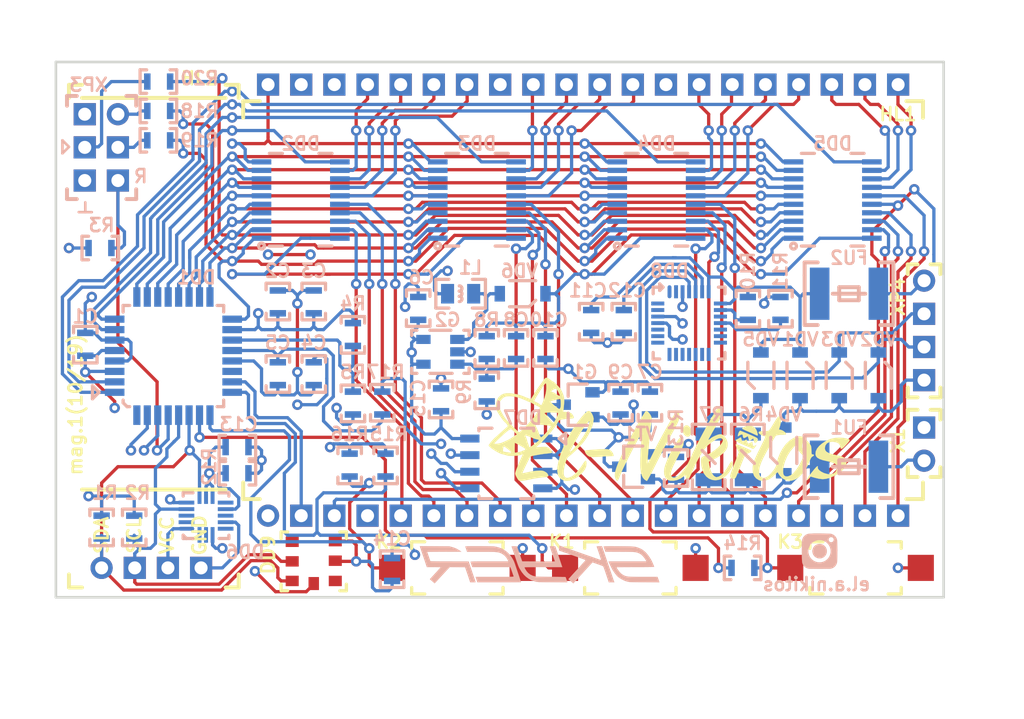
<source format=kicad_pcb>
(kicad_pcb (version 20171130) (host pcbnew "(5.1.2-1)-1")
  (layers (0 F.Cu signal) (1 In1.Cu signal) (2 In2.Cu signal) (31 B.Cu signal) (34 B.Paste user) (35 F.Paste user) (36 B.SilkS user) (37 F.SilkS user) (38 B.Mask user) (39 F.Mask user) (44 Edge.Cuts user))
  (net 0 "")
  (net 1 /GND)
  (net 2 /AREF)
  (net 3 /PD3)
  (net 4 /PD4)
  (net 5 /PB6)
  (net 6 /PB7)
  (net 7 /PD5)
  (net 8 /PD6)
  (net 9 /PD7)
  (net 10 /PB0)
  (net 11 /PB1)
  (net 12 /PB2)
  (net 13 /PB3_MOSI)
  (net 14 /PB4_MISO)
  (net 15 /PB5_SCK)
  (net 16 /ADC6)
  (net 17 "Net-(DD1-Pad22)")
  (net 18 /PC0)
  (net 19 /PC1)
  (net 20 /PC2)
  (net 21 /SDA)
  (net 22 /SCL)
  (net 23 /RES)
  (net 24 /Out11)
  (net 25 /Out12)
  (net 26 /Out13)
  (net 27 /Out14)
  (net 28 /Out15)
  (net 29 /Out16)
  (net 30 /Out17)
  (net 31 /Out18)
  (net 32 /Out28)
  (net 33 /Out27)
  (net 34 /Out26)
  (net 35 /Out25)
  (net 36 /Out24)
  (net 37 /Out23)
  (net 38 /Out22)
  (net 39 /Out21)
  (net 40 /Out31)
  (net 41 /Out32)
  (net 42 /Out33)
  (net 43 /Out34)
  (net 44 /Out35)
  (net 45 /Out36)
  (net 46 /Out37)
  (net 47 /Out38)
  (net 48 /Out48)
  (net 49 /Out47)
  (net 50 /Out46)
  (net 51 /Out45)
  (net 52 /Out44)
  (net 53 /Out43)
  (net 54 /Out42)
  (net 55 /Out41)
  (net 56 /VCC_bat)
  (net 57 "Net-(HL1-Pad4)")
  (net 58 "Net-(HL1-Pad39)")
  (net 59 "Net-(HL1-Pad38)")
  (net 60 "Net-(HL1-Pad33)")
  (net 61 "Net-(HL1-Pad28)")
  (net 62 "Net-(DD6-Pad16)")
  (net 63 "Net-(DD6-Pad15)")
  (net 64 "Net-(DD6-Pad13)")
  (net 65 "Net-(DD6-Pad11)")
  (net 66 "Net-(DD6-Pad10)")
  (net 67 "Net-(DD6-Pad9)")
  (net 68 "Net-(DD6-Pad2)")
  (net 69 "Net-(DD6-Pad3)")
  (net 70 /gnd)
  (net 71 "Net-(C8-Pad2)")
  (net 72 /USBtoUART/USB_pwr)
  (net 73 "Net-(C12-Pad1)")
  (net 74 /power/Battery+)
  (net 75 /power/USB_pwr_in)
  (net 76 "Net-(R6-Pad2)")
  (net 77 "Net-(DD8-Pad9)")
  (net 78 "Net-(DD8-Pad11)")
  (net 79 /USB_D-)
  (net 80 /USB_D+)
  (net 81 "Net-(DD8-Pad2)")
  (net 82 "Net-(DD8-Pad1)")
  (net 83 "Net-(DD8-Pad12)")
  (net 84 "Net-(DD8-Pad23)")
  (net 85 "Net-(DD8-Pad24)")
  (net 86 "Net-(DD8-Pad28)")
  (net 87 "Net-(DD8-Pad27)")
  (net 88 "/TX(MOSI)")
  (net 89 "/RX(MISO)")
  (net 90 /3V)
  (net 91 "Net-(DD8-Pad21)")
  (net 92 "Net-(DD8-Pad19)")
  (net 93 "Net-(DD8-Pad17)")
  (net 94 "Net-(DD8-Pad18)")
  (net 95 "Net-(DD8-Pad20)")
  (net 96 "Net-(DD8-Pad15)")
  (net 97 "Net-(DD8-Pad16)")
  (net 98 "Net-(DD8-Pad13)")
  (net 99 "Net-(DD8-Pad10)")
  (net 100 "Net-(DD8-Pad14)")
  (net 101 "Net-(DD8-Pad22)")
  (net 102 "Net-(DD9-Pad4)")
  (net 103 "Net-(DD9-Pad1)")
  (net 104 /power/Bat_in+)
  (net 105 "Net-(K3-Pad1)")
  (net 106 /5V)
  (net 107 "Net-(R18-Pad2)")
  (net 108 "Net-(R19-Pad2)")
  (net 109 "Net-(XP3-Pad2)")
  (net 110 "Net-(R20-Pad2)")
  (net 111 "Net-(G2-Pad1)")
  (net 112 /PC3)
  (net 113 "Net-(DD1-Pad32)")
  (module N_ICO:el-nikitos_29x10 (layer F.Cu) (at 149 69)
    (fp_text reference G*** hide)
    (fp_text value LOGO hide)
  )
  (module N_VD_HL:display_EDS803_805 (layer F.Cu) (at 117.75 75)
    (fp_text reference HL1 (at 48.25 -30.75 180) (layer F.SilkS) (effects (font (thickness 0.2))))
    (fp_text value display_EDS803_EDS805)
    (pad 1 thru_hole circle (at 0 0) (size 1.7 1.7) (drill 1) (layers *.Cu *.Mask) (net 70 /gnd))
    (pad 2 thru_hole rect (at 2.54 0) (size 1.7 1.7) (drill 1) (layers *.Cu *.Mask) (net 18 /PC0))
    (pad 3 thru_hole rect (at 5.08 0) (size 1.7 1.7) (drill 1) (layers *.Cu *.Mask) (net 52 /Out44))
    (pad 4 thru_hole rect (at 7.62 0) (size 1.7 1.7) (drill 1) (layers *.Cu *.Mask) (net 57 "Net-(HL1-Pad4)"))
    (pad 5 thru_hole rect (at 10.16 0) (size 1.7 1.7) (drill 1) (layers *.Cu *.Mask) (net 24 /Out11))
    (pad 6 thru_hole rect (at 12.7 0) (size 1.7 1.7) (drill 1) (layers *.Cu *.Mask) (net 25 /Out12))
    (pad 7 thru_hole rect (at 15.24 0) (size 1.7 1.7) (drill 1) (layers *.Cu *.Mask) (net 26 /Out13))
    (pad 8 thru_hole rect (at 17.78 0) (size 1.7 1.7) (drill 1) (layers *.Cu *.Mask) (net 27 /Out14))
    (pad 9 thru_hole rect (at 20.32 0) (size 1.7 1.7) (drill 1) (layers *.Cu *.Mask) (net 39 /Out21))
    (pad 10 thru_hole rect (at 22.86 0) (size 1.7 1.7) (drill 1) (layers *.Cu *.Mask) (net 38 /Out22))
    (pad 11 thru_hole rect (at 25.4 0) (size 1.7 1.7) (drill 1) (layers *.Cu *.Mask) (net 37 /Out23))
    (pad 12 thru_hole rect (at 27.94 0) (size 1.7 1.7) (drill 1) (layers *.Cu *.Mask) (net 36 /Out24))
    (pad 13 thru_hole rect (at 30.48 0) (size 1.7 1.7) (drill 1) (layers *.Cu *.Mask) (net 40 /Out31))
    (pad 14 thru_hole rect (at 33.02 0) (size 1.7 1.7) (drill 1) (layers *.Cu *.Mask) (net 41 /Out32))
    (pad 15 thru_hole rect (at 35.56 0) (size 1.7 1.7) (drill 1) (layers *.Cu *.Mask) (net 42 /Out33))
    (pad 16 thru_hole rect (at 38.1 0) (size 1.7 1.7) (drill 1) (layers *.Cu *.Mask) (net 43 /Out34))
    (pad 17 thru_hole rect (at 40.64 0) (size 1.7 1.7) (drill 1) (layers *.Cu *.Mask) (net 55 /Out41))
    (pad 18 thru_hole rect (at 43.18 0) (size 1.7 1.7) (drill 1) (layers *.Cu *.Mask) (net 54 /Out42))
    (pad 19 thru_hole rect (at 45.72 0) (size 1.7 1.7) (drill 1) (layers *.Cu *.Mask) (net 53 /Out43))
    (pad 20 thru_hole rect (at 48.26 0) (size 1.7 1.7) (drill 1) (layers *.Cu *.Mask) (net 51 /Out45))
    (pad 40 thru_hole rect (at 0 -33.02) (size 1.7 1.7) (drill 1) (layers *.Cu *.Mask) (net 70 /gnd))
    (pad 39 thru_hole rect (at 2.54 -33.02) (size 1.7 1.7) (drill 1) (layers *.Cu *.Mask) (net 58 "Net-(HL1-Pad39)"))
    (pad 38 thru_hole rect (at 5.08 -33.02) (size 1.7 1.7) (drill 1) (layers *.Cu *.Mask) (net 59 "Net-(HL1-Pad38)"))
    (pad 37 thru_hole rect (at 7.62 -33.02) (size 1.7 1.7) (drill 1) (layers *.Cu *.Mask) (net 31 /Out18))
    (pad 36 thru_hole rect (at 10.16 -33.02) (size 1.7 1.7) (drill 1) (layers *.Cu *.Mask) (net 30 /Out17))
    (pad 35 thru_hole rect (at 12.7 -33.02) (size 1.7 1.7) (drill 1) (layers *.Cu *.Mask) (net 29 /Out16))
    (pad 34 thru_hole rect (at 15.24 -33.02) (size 1.7 1.7) (drill 1) (layers *.Cu *.Mask) (net 28 /Out15))
    (pad 33 thru_hole rect (at 17.78 -33.02) (size 1.7 1.7) (drill 1) (layers *.Cu *.Mask) (net 60 "Net-(HL1-Pad33)"))
    (pad 32 thru_hole rect (at 20.32 -33.02) (size 1.7 1.7) (drill 1) (layers *.Cu *.Mask) (net 32 /Out28))
    (pad 31 thru_hole rect (at 22.86 -33.02) (size 1.7 1.7) (drill 1) (layers *.Cu *.Mask) (net 33 /Out27))
    (pad 30 thru_hole rect (at 25.4 -33.02) (size 1.7 1.7) (drill 1) (layers *.Cu *.Mask) (net 34 /Out26))
    (pad 29 thru_hole rect (at 27.94 -33.02) (size 1.7 1.7) (drill 1) (layers *.Cu *.Mask) (net 35 /Out25))
    (pad 28 thru_hole rect (at 30.48 -33.02) (size 1.7 1.7) (drill 1) (layers *.Cu *.Mask) (net 61 "Net-(HL1-Pad28)"))
    (pad 27 thru_hole rect (at 33.02 -33.02) (size 1.7 1.7) (drill 1) (layers *.Cu *.Mask) (net 47 /Out38))
    (pad 26 thru_hole rect (at 35.56 -33.02) (size 1.7 1.7) (drill 1) (layers *.Cu *.Mask) (net 46 /Out37))
    (pad 25 thru_hole rect (at 38.1 -33.02) (size 1.7 1.7) (drill 1) (layers *.Cu *.Mask) (net 45 /Out36))
    (pad 24 thru_hole rect (at 40.64 -33.02) (size 1.7 1.7) (drill 1) (layers *.Cu *.Mask) (net 44 /Out35))
    (pad 23 thru_hole rect (at 43.18 -33.02) (size 1.7 1.7) (drill 1) (layers *.Cu *.Mask) (net 48 /Out48))
    (pad 22 thru_hole rect (at 45.72 -33.02) (size 1.7 1.7) (drill 1) (layers *.Cu *.Mask) (net 49 /Out47))
    (pad 21 thru_hole rect (at 48.26 -33.02) (size 1.7 1.7) (drill 1) (layers *.Cu *.Mask) (net 50 /Out46))
  )
  (module N_RLC:Конденсатор_SMD_0603 (layer B.Cu) (at 118.5 63.25 270)
    (fp_text reference C5 (at -1.5 0 180) (layer B.SilkS) (effects (font (thickness 0.2)) (justify mirror)))
    (fp_text value Конденсатор_керамический)
    (pad 2 smd rect (at 1.75 0 270) (size 0.5 1.25) (layers B.Cu B.Paste B.Mask) (net 70 /gnd) (clearance 0.2))
    (pad 1 smd rect (at 0 0 270) (size 0.5 1.25) (layers B.Cu B.Paste B.Mask) (net 2 /AREF) (clearance 0.2))
  )
  (module N_RLC:Конденсатор_SMD_0603 (layer B.Cu) (at 121.25 63.25 270)
    (fp_text reference C4 (at -1.5 0 180) (layer B.SilkS) (effects (font (thickness 0.2)) (justify mirror)))
    (fp_text value Конденсатор_керамический)
    (pad 2 smd rect (at 1.75 0 270) (size 0.5 1.25) (layers B.Cu B.Paste B.Mask) (net 70 /gnd) (clearance 0.2))
    (pad 1 smd rect (at 0 0 270) (size 0.5 1.25) (layers B.Cu B.Paste B.Mask) (net 56 /VCC_bat) (clearance 0.2))
  )
  (module N_RLC:Конденсатор_SMD_0603 (layer B.Cu) (at 121.25 59.5 90)
    (fp_text reference C3 (at 3.25 0 180) (layer B.SilkS) (effects (font (thickness 0.2)) (justify mirror)))
    (fp_text value Конденсатор_керамический)
    (pad 2 smd rect (at 1.75 0 90) (size 0.5 1.25) (layers B.Cu B.Paste B.Mask) (net 70 /gnd) (clearance 0.2))
    (pad 1 smd rect (at 0 0 90) (size 0.5 1.25) (layers B.Cu B.Paste B.Mask) (net 56 /VCC_bat) (clearance 0.2))
  )
  (module N_RLC:Конденсатор_SMD_0603 (layer B.Cu) (at 118.5 59.5 90)
    (fp_text reference C2 (at 3.25 0 180) (layer B.SilkS) (effects (font (thickness 0.2)) (justify mirror)))
    (fp_text value Конденсатор_керамический)
    (pad 2 smd rect (at 1.75 0 90) (size 0.5 1.25) (layers B.Cu B.Paste B.Mask) (net 70 /gnd) (clearance 0.2))
    (pad 1 smd rect (at 0 0 90) (size 0.5 1.25) (layers B.Cu B.Paste B.Mask) (net 56 /VCC_bat) (clearance 0.2))
  )
  (module N_RLC:Конденсатор_SMD_0603 (layer B.Cu) (at 131 67 90)
    (fp_text reference C15 (at 1 -1.75 270) (layer B.SilkS) (effects (font (thickness 0.2)) (justify mirror)))
    (fp_text value Конденсатор_керамический)
    (pad 2 smd rect (at 1.75 0 90) (size 0.5 1.25) (layers B.Cu B.Paste B.Mask) (net 70 /gnd) (clearance 0.2))
    (pad 1 smd rect (at 0 0 90) (size 0.5 1.25) (layers B.Cu B.Paste B.Mask) (net 56 /VCC_bat) (clearance 0.2))
  )
  (module N_DD:SO-8 (layer B.Cu) (at 136 71 270)
    (fp_text reference DD7 (at -3.5 -1.25 180) (layer B.SilkS) (effects (font (thickness 0.2)) (justify mirror)))
    (fp_text value Память_eeprom_AT24C512C)
    (pad 8 smd rect (at -1.905 2.794 270) (size 0.6096 1.4732) (layers B.Cu B.Paste B.Mask) (net 56 /VCC_bat))
    (pad 7 smd rect (at -0.635 2.794 270) (size 0.6096 1.4732) (layers B.Cu B.Paste B.Mask) (net 70 /gnd))
    (pad 6 smd rect (at 0.635 2.794 270) (size 0.6096 1.4732) (layers B.Cu B.Paste B.Mask) (net 22 /SCL))
    (pad 5 smd rect (at 1.905 2.794 270) (size 0.6096 1.4732) (layers B.Cu B.Paste B.Mask) (net 21 /SDA))
    (pad 4 smd rect (at 1.905 -2.794 270) (size 0.6096 1.4732) (layers B.Cu B.Paste B.Mask) (net 70 /gnd))
    (pad 3 smd rect (at 0.635 -2.794 270) (size 0.6096 1.4732) (layers B.Cu B.Paste B.Mask) (net 70 /gnd))
    (pad 2 smd rect (at -0.635 -2.794 270) (size 0.6096 1.4732) (layers B.Cu B.Paste B.Mask) (net 70 /gnd))
    (pad 1 smd rect (at -1.905 -2.794 270) (size 0.6096 1.4732) (layers B.Cu B.Paste B.Mask) (net 70 /gnd))
  )
  (module N_VD_HL:Диод_S13_SOD-123 (layer B.Cu) (at 158.5 64.25 90)
    (fp_text reference VD1 (at 2.75 0 180) (layer B.SilkS) (effects (font (thickness 0.2)) (justify mirror)))
    (fp_text value Диод_S13)
    (pad 2 smd rect (at 1.75 0) (size 1.2 0.8) (layers B.Cu B.Paste B.Mask) (net 72 /USBtoUART/USB_pwr))
    (pad 1 smd rect (at -1.75 0) (size 1.2 0.8) (layers B.Cu B.Paste B.Mask) (net 70 /gnd))
  )
  (module N_VD_HL:Диод_S13_SOD-123 (layer B.Cu) (at 155.5 64.25 270)
    (fp_text reference VD5 (at -2.75 0 180) (layer B.SilkS) (effects (font (thickness 0.2)) (justify mirror)))
    (fp_text value Диод_S13)
    (pad 2 smd rect (at 1.75 0 180) (size 1.2 0.8) (layers B.Cu B.Paste B.Mask) (net 76 "Net-(R6-Pad2)"))
    (pad 1 smd rect (at -1.75 0 180) (size 1.2 0.8) (layers B.Cu B.Paste B.Mask) (net 72 /USBtoUART/USB_pwr))
  )
  (module N_VD_HL:Диод_S13_SOD-123 (layer B.Cu) (at 137.25 58)
    (fp_text reference VD6 (at -0.25 -1.75) (layer B.SilkS) (effects (font (thickness 0.2)) (justify mirror)))
    (fp_text value Диод_S13)
    (pad 2 smd rect (at 1.75 0 270) (size 1.2 0.8) (layers B.Cu B.Paste B.Mask) (net 106 /5V))
    (pad 1 smd rect (at -1.75 0 270) (size 1.2 0.8) (layers B.Cu B.Paste B.Mask) (net 111 "Net-(G2-Pad1)"))
  )
  (module N_VD_HL:Диод_S13_SOD-123 (layer B.Cu) (at 157.25 70 270)
    (fp_text reference VD4 (at -2.75 0 180) (layer B.SilkS) (effects (font (thickness 0.2)) (justify mirror)))
    (fp_text value Диод_S13)
    (pad 2 smd rect (at 1.75 0 180) (size 1.2 0.8) (layers B.Cu B.Paste B.Mask) (net 104 /power/Bat_in+))
    (pad 1 smd rect (at -1.75 0 180) (size 1.2 0.8) (layers B.Cu B.Paste B.Mask) (net 70 /gnd))
  )
  (module N_VD_HL:Диод_S13_SOD-123 (layer B.Cu) (at 161.5 64.25 90)
    (fp_text reference VD3 (at 2.75 0 180) (layer B.SilkS) (effects (font (thickness 0.2)) (justify mirror)))
    (fp_text value Диод_S13)
    (pad 2 smd rect (at 1.75 0) (size 1.2 0.8) (layers B.Cu B.Paste B.Mask) (net 80 /USB_D+))
    (pad 1 smd rect (at -1.75 0) (size 1.2 0.8) (layers B.Cu B.Paste B.Mask) (net 70 /gnd))
  )
  (module N_VD_HL:Диод_S13_SOD-123 (layer B.Cu) (at 164.5 64.25 90)
    (fp_text reference VD2 (at 2.75 0) (layer B.SilkS) (effects (font (thickness 0.2)) (justify mirror)))
    (fp_text value Диод_S13)
    (pad 2 smd rect (at 1.75 0) (size 1.2 0.8) (layers B.Cu B.Paste B.Mask) (net 79 /USB_D-))
    (pad 1 smd rect (at -1.75 0) (size 1.2 0.8) (layers B.Cu B.Paste B.Mask) (net 70 /gnd))
  )
  (module N_RLC:Конденсатор_SMD_0603 (layer B.Cu) (at 103.75 61 270)
    (fp_text reference C1 (at -1.25 0 180) (layer B.SilkS) (effects (font (thickness 0.2)) (justify mirror)))
    (fp_text value Конденсатор_керамический)
    (pad 2 smd rect (at 1.75 0 270) (size 0.5 1.25) (layers B.Cu B.Paste B.Mask) (net 70 /gnd) (clearance 0.2))
    (pad 1 smd rect (at 0 0 270) (size 0.5 1.25) (layers B.Cu B.Paste B.Mask) (net 56 /VCC_bat) (clearance 0.2))
  )
  (module N_VD_HL:oled_0.91_128x32 (layer F.Cu) (at 105 79)
    (fp_text reference HL2 (at 7.5 -37.5) (layer F.SilkS) (effects (font (thickness 0.2))))
    (fp_text value oled_0.91_128x32)
    (pad 4 thru_hole rect (at 7.62 0) (size 1.7 1.7) (drill 1) (layers *.Cu *.Mask) (net 70 /gnd))
    (pad 3 thru_hole rect (at 5.08 0) (size 1.7 1.7) (drill 1) (layers *.Cu *.Mask) (net 90 /3V))
    (pad 2 thru_hole rect (at 2.54 0) (size 1.7 1.7) (drill 1) (layers *.Cu *.Mask) (net 22 /SCL))
    (pad 1 thru_hole circle (at 0 0) (size 1.7 1.7) (drill 1) (layers *.Cu *.Mask) (net 21 /SDA))
  )
  (module N_RLC:Конденсатор_SMD_0603 (layer B.Cu) (at 110.25 44 180)
    (fp_text reference R18 (at -2.25 0) (layer B.SilkS) (effects (font (thickness 0.2)) (justify mirror)))
    (fp_text value Резистор_0,065Вт)
    (pad 2 smd rect (at 1.75 0 180) (size 0.5 1.25) (layers B.Cu B.Paste B.Mask) (net 107 "Net-(R18-Pad2)") (clearance 0.2))
    (pad 1 smd rect (at 0 0 180) (size 0.5 1.25) (layers B.Cu B.Paste B.Mask) (net 14 /PB4_MISO) (clearance 0.2))
  )
  (module N_RLC:Конденсатор_SMD_0603 (layer B.Cu) (at 110.25 41.75 180)
    (fp_text reference R20 (at -2.25 0.25) (layer B.SilkS) (effects (font (thickness 0.2)) (justify mirror)))
    (fp_text value Резистор_0,065Вт)
    (pad 2 smd rect (at 1.75 0 180) (size 0.5 1.25) (layers B.Cu B.Paste B.Mask) (net 110 "Net-(R20-Pad2)") (clearance 0.2))
    (pad 1 smd rect (at 0 0 180) (size 0.5 1.25) (layers B.Cu B.Paste B.Mask) (net 13 /PB3_MOSI) (clearance 0.2))
  )
  (module N_RLC:Конденсатор_SMD_0603 (layer B.Cu) (at 110.25 46.25 180)
    (fp_text reference R19 (at -2.25 0 180) (layer B.SilkS) (effects (font (thickness 0.2)) (justify mirror)))
    (fp_text value Резистор_0,065Вт)
    (pad 2 smd rect (at 1.75 0 180) (size 0.5 1.25) (layers B.Cu B.Paste B.Mask) (net 108 "Net-(R19-Pad2)") (clearance 0.2))
    (pad 1 smd rect (at 0 0 180) (size 0.5 1.25) (layers B.Cu B.Paste B.Mask) (net 15 /PB5_SCK) (clearance 0.2))
  )
  (module N_RLC:Конденсатор_SMD_0603 (layer B.Cu) (at 126.5 67.25 90)
    (fp_text reference R17 (at 3.25 0.25 180) (layer B.SilkS) (effects (font (thickness 0.2)) (justify mirror)))
    (fp_text value Резистор_0,065Вт)
    (pad 2 smd rect (at 1.75 0 90) (size 0.5 1.25) (layers B.Cu B.Paste B.Mask) (net 90 /3V) (clearance 0.2))
    (pad 1 smd rect (at 0 0 90) (size 0.5 1.25) (layers B.Cu B.Paste B.Mask) (net 2 /AREF) (clearance 0.2))
  )
  (module N_RLC:Конденсатор_SMD_0603 (layer B.Cu) (at 124 70.25 270)
    (fp_text reference R16 (at -1.5 0 180) (layer B.SilkS) (effects (font (thickness 0.2)) (justify mirror)))
    (fp_text value Резистор_0,065Вт)
    (pad 2 smd rect (at 1.75 0 270) (size 0.5 1.25) (layers B.Cu B.Paste B.Mask) (net 20 /PC2) (clearance 0.2))
    (pad 1 smd rect (at 0 0 270) (size 0.5 1.25) (layers B.Cu B.Paste B.Mask) (net 56 /VCC_bat) (clearance 0.2))
  )
  (module N_RLC:Конденсатор_SMD_0603 (layer B.Cu) (at 126.75 70.25 270)
    (fp_text reference R15 (at -1.5 -0.25 180) (layer B.SilkS) (effects (font (thickness 0.2)) (justify mirror)))
    (fp_text value Резистор_0,065Вт)
    (pad 2 smd rect (at 1.75 0 270) (size 0.5 1.25) (layers B.Cu B.Paste B.Mask) (net 19 /PC1) (clearance 0.2))
    (pad 1 smd rect (at 0 0 270) (size 0.5 1.25) (layers B.Cu B.Paste B.Mask) (net 56 /VCC_bat) (clearance 0.2))
  )
  (module N_VD_HL:Транзистор_IRLML6344TR_SOT-23 (layer B.Cu) (at 145.75 71.25 180)
    (fp_text reference VT1 (at -0.5 2.5) (layer B.SilkS) (effects (font (thickness 0.2)) (justify mirror)))
    (fp_text value "Транзистор_полевой_P-канал(IRLML2246TRPBF)")
    (pad 3 smd rect (at 1.1 0 180) (size 1.1 0.8) (layers B.Cu B.Paste B.Mask) (net 56 /VCC_bat))
    (pad 2 smd rect (at -1.1 -0.95 180) (size 1.1 0.8) (layers B.Cu B.Paste B.Mask) (net 104 /power/Bat_in+))
    (pad 1 smd rect (at -1.1 0.95 180) (size 1.1 0.8) (layers B.Cu B.Paste B.Mask) (net 105 "Net-(K3-Pad1)"))
  )
  (module N_RLC:Конденсатор_SMD_0603 (layer B.Cu) (at 155 79 180)
    (fp_text reference R14 (at 0.9 1.9) (layer B.SilkS) (effects (font (thickness 0.2)) (justify mirror)))
    (fp_text value Резистор_0,065Вт)
    (pad 2 smd rect (at 1.75 0 180) (size 0.5 1.25) (layers B.Cu B.Paste B.Mask) (net 112 /PC3) (clearance 0.2))
    (pad 1 smd rect (at 0 0 180) (size 0.5 1.25) (layers B.Cu B.Paste B.Mask) (net 105 "Net-(K3-Pad1)") (clearance 0.2))
  )
  (module N_RLC:Конденсатор_SMD_0603 (layer B.Cu) (at 149 72.25 90)
    (fp_text reference R13 (at 4 0 270) (layer B.SilkS) (effects (font (thickness 0.2)) (justify mirror)))
    (fp_text value Резистор_0,065Вт)
    (pad 2 smd rect (at 1.75 0 90) (size 0.5 1.25) (layers B.Cu B.Paste B.Mask) (net 105 "Net-(K3-Pad1)") (clearance 0.2))
    (pad 1 smd rect (at 0 0 90) (size 0.5 1.25) (layers B.Cu B.Paste B.Mask) (net 104 /power/Bat_in+) (clearance 0.2))
  )
  (module N_X:Кнопка_FSMSM (layer F.Cu) (at 157.75 79)
    (fp_text reference K3 (at 0 -2) (layer F.SilkS) (effects (font (thickness 0.2))))
    (fp_text value кнопка_FSMSM)
    (pad 2 smd rect (at 10 0) (size 2 2) (layers F.Cu F.Paste F.Mask) (net 70 /gnd))
    (pad 1 smd rect (at 0 0) (size 2 2) (layers F.Cu F.Paste F.Mask) (net 105 "Net-(K3-Pad1)"))
  )
  (module N_DD:BMP180 (layer F.Cu) (at 121.25 80 180)
    (fp_text reference DD9 (at 3.5 2 90) (layer F.SilkS) (effects (font (thickness 0.2))))
    (fp_text value Датчик_bmp180)
    (pad 3 smd rect (at -1.65 3.05 180) (size 1 0.8) (layers F.Cu F.Paste F.Mask) (net 90 /3V))
    (pad 2 smd rect (at -1.65 1.55 180) (size 1 0.8) (layers F.Cu F.Paste F.Mask) (net 90 /3V))
    (pad 4 smd rect (at 1.65 3 180) (size 1 0.8) (layers F.Cu F.Paste F.Mask) (net 102 "Net-(DD9-Pad4)"))
    (pad 5 smd rect (at 1.65 1.5 180) (size 1 0.8) (layers F.Cu F.Paste F.Mask) (net 22 /SCL))
    (pad 6 smd rect (at 1.65 0 180) (size 1 0.8) (layers F.Cu F.Paste F.Mask) (net 21 /SDA))
    (pad 1 smd rect (at -1.65 0 180) (size 1 0.8) (layers F.Cu F.Paste F.Mask) (net 103 "Net-(DD9-Pad1)"))
    (pad 7 smd rect (at 0 -0.2 180) (size 0.8 1) (layers F.Cu F.Paste F.Mask) (net 70 /gnd))
  )
  (module N_RLC:Конденсатор_SMD_0603 (layer B.Cu) (at 127.25 80 90)
    (fp_text reference C14 (at 3.25 0 180) (layer B.SilkS) (effects (font (thickness 0.2)) (justify mirror)))
    (fp_text value Конденсатор_керамический)
    (pad 2 smd rect (at 1.75 0 90) (size 0.5 1.25) (layers B.Cu B.Paste B.Mask) (net 70 /gnd) (clearance 0.2))
    (pad 1 smd rect (at 0 0 90) (size 0.5 1.25) (layers B.Cu B.Paste B.Mask) (net 90 /3V) (clearance 0.2))
  )
  (module N_RLC:Конденсатор_SMD_0603 (layer B.Cu) (at 114.5 71.75)
    (fp_text reference R12 (at -1.25 -0.5 90) (layer B.SilkS) (effects (font (thickness 0.2)) (justify mirror)))
    (fp_text value Резистор_0,065Вт)
    (pad 2 smd rect (at 1.75 0) (size 0.5 1.25) (layers B.Cu B.Paste B.Mask) (net 70 /gnd) (clearance 0.2))
    (pad 1 smd rect (at 0 0) (size 0.5 1.25) (layers B.Cu B.Paste B.Mask) (net 66 "Net-(DD6-Pad10)") (clearance 0.2))
  )
  (module N_DD:акселерометр_LIS3DH (layer B.Cu) (at 113 75)
    (fp_text reference DD6 (at 3 2.79) (layer B.SilkS) (effects (font (thickness 0.2)) (justify mirror)))
    (fp_text value LIS3DH)
    (pad 16 smd rect (at -0.5 1.275) (size 0.3 1.2) (drill (offset 0 0.2)) (layers B.Cu B.Paste B.Mask) (net 62 "Net-(DD6-Pad16)"))
    (pad 15 smd rect (at 0 1.275) (size 0.3 1.2) (drill (offset 0 0.2)) (layers B.Cu B.Paste B.Mask) (net 63 "Net-(DD6-Pad15)"))
    (pad 14 smd rect (at 0.5 1.275) (size 0.3 1.2) (drill (offset 0 0.2)) (layers B.Cu B.Paste B.Mask) (net 90 /3V))
    (pad 13 smd rect (at 1.3 1) (size 1.2 0.3) (drill (offset 0.2 0)) (layers B.Cu B.Paste B.Mask) (net 64 "Net-(DD6-Pad13)"))
    (pad 12 smd rect (at 1.3 0.5) (size 1.2 0.3) (drill (offset 0.2 0)) (layers B.Cu B.Paste B.Mask) (net 70 /gnd))
    (pad 11 smd rect (at 1.3 0) (size 1.2 0.3) (drill (offset 0.2 0)) (layers B.Cu B.Paste B.Mask) (net 65 "Net-(DD6-Pad11)"))
    (pad 10 smd rect (at 1.3 -0.5) (size 1.2 0.3) (drill (offset 0.2 0)) (layers B.Cu B.Paste B.Mask) (net 66 "Net-(DD6-Pad10)"))
    (pad 9 smd rect (at 1.3 -1) (size 1.2 0.3) (drill (offset 0.2 0)) (layers B.Cu B.Paste B.Mask) (net 67 "Net-(DD6-Pad9)"))
    (pad 5 smd rect (at -1.3 -1) (size 1.2 0.3) (drill (offset -0.2 0)) (layers B.Cu B.Paste B.Mask) (net 70 /gnd))
    (pad 4 smd rect (at -1.3 -0.5) (size 1.2 0.3) (drill (offset -0.2 0)) (layers B.Cu B.Paste B.Mask) (net 22 /SCL))
    (pad 1 smd oval (at -1.3 1) (size 1.2 0.3) (drill (offset -0.2 0)) (layers B.Cu B.Paste B.Mask) (net 90 /3V))
    (pad 2 smd rect (at -1.3 0.5) (size 1.2 0.3) (drill (offset -0.2 0)) (layers B.Cu B.Paste B.Mask) (net 68 "Net-(DD6-Pad2)"))
    (pad 3 smd rect (at -1.3 0) (size 1.2 0.3) (drill (offset -0.2 0)) (layers B.Cu B.Paste B.Mask) (net 69 "Net-(DD6-Pad3)"))
    (pad 8 smd rect (at 0.5 -1.3) (size 0.3 1.2) (drill (offset 0 -0.2)) (layers B.Cu B.Paste B.Mask) (net 90 /3V))
    (pad 6 smd rect (at -0.5 -1.3) (size 0.3 1.2) (drill (offset 0 -0.2)) (layers B.Cu B.Paste B.Mask) (net 21 /SDA))
    (pad 7 smd rect (at 0 -1.3) (size 0.3 1.2) (drill (offset 0 -0.2)) (layers B.Cu B.Paste B.Mask) (net 90 /3V))
  )
  (module N_RLC:Конденсатор_SMD_0603 (layer B.Cu) (at 114.5 69.75)
    (fp_text reference C13 (at 1 -1.75 180) (layer B.SilkS) (effects (font (thickness 0.2)) (justify mirror)))
    (fp_text value Конденсатор_керамический)
    (pad 2 smd rect (at 1.75 0) (size 0.5 1.25) (layers B.Cu B.Paste B.Mask) (net 70 /gnd) (clearance 0.2))
    (pad 1 smd rect (at 0 0) (size 0.5 1.25) (layers B.Cu B.Paste B.Mask) (net 90 /3V) (clearance 0.2))
  )
  (module N_DD:Микросхема_CP2102 (layer B.Cu) (at 147.5 57.75 270)
    (fp_text reference DD8 (at -1.5 -1 180) (layer B.SilkS) (effects (font (thickness 0.2)) (justify mirror)))
    (fp_text value "Преобразователь_CP2102(USB-UART)")
    (pad 7 smd rect (at 0.1 -4 180) (size 0.3 1) (layers B.Cu B.Paste B.Mask) (net 72 /USBtoUART/USB_pwr))
    (pad 21 smd rect (at 4.9 -1 180) (size 0.3 1) (layers B.Cu B.Paste B.Mask) (net 91 "Net-(DD8-Pad21)"))
    (pad 19 smd rect (at 4.9 -2 180) (size 0.3 1) (layers B.Cu B.Paste B.Mask) (net 92 "Net-(DD8-Pad19)"))
    (pad 17 smd rect (at 4.9 -3 180) (size 0.3 1) (layers B.Cu B.Paste B.Mask) (net 93 "Net-(DD8-Pad17)"))
    (pad 18 smd rect (at 4.9 -2.5 180) (size 0.3 1) (layers B.Cu B.Paste B.Mask) (net 94 "Net-(DD8-Pad18)"))
    (pad 20 smd rect (at 4.9 -1.5 180) (size 0.3 1) (layers B.Cu B.Paste B.Mask) (net 95 "Net-(DD8-Pad20)"))
    (pad 15 smd rect (at 4.9 -4 180) (size 0.3 1) (layers B.Cu B.Paste B.Mask) (net 96 "Net-(DD8-Pad15)"))
    (pad 2 smd rect (at 0.1 -1.5 180) (size 0.3 1) (layers B.Cu B.Paste B.Mask) (net 81 "Net-(DD8-Pad2)"))
    (pad 4 smd rect (at 0.1 -2.5 180) (size 0.3 1) (layers B.Cu B.Paste B.Mask) (net 80 /USB_D+))
    (pad 5 smd rect (at 0.1 -3 180) (size 0.3 1) (layers B.Cu B.Paste B.Mask) (net 79 /USB_D-))
    (pad 3 smd rect (at 0.1 -2 180) (size 0.3 1) (layers B.Cu B.Paste B.Mask) (net 70 /gnd))
    (pad 1 smd oval (at 0.1 -1 180) (size 0.3 1) (layers B.Cu B.Paste B.Mask) (net 82 "Net-(DD8-Pad1)"))
    (pad 6 smd rect (at 0.1 -3.5 180) (size 0.3 1) (layers B.Cu B.Paste B.Mask) (net 73 "Net-(C12-Pad1)"))
    (pad 16 smd rect (at 4.9 -3.5 180) (size 0.3 1) (layers B.Cu B.Paste B.Mask) (net 97 "Net-(DD8-Pad16)"))
    (pad 8 smd rect (at 1 -4.9 270) (size 0.3 1) (layers B.Cu B.Paste B.Mask) (net 72 /USBtoUART/USB_pwr))
    (pad 13 smd rect (at 3.5 -4.9 270) (size 0.3 1) (layers B.Cu B.Paste B.Mask) (net 98 "Net-(DD8-Pad13)"))
    (pad 11 smd rect (at 2.5 -4.9 270) (size 0.3 1) (layers B.Cu B.Paste B.Mask) (net 78 "Net-(DD8-Pad11)"))
    (pad 10 smd rect (at 2 -4.9 270) (size 0.3 1) (layers B.Cu B.Paste B.Mask) (net 99 "Net-(DD8-Pad10)"))
    (pad 12 smd rect (at 3 -4.9 270) (size 0.3 1) (layers B.Cu B.Paste B.Mask) (net 83 "Net-(DD8-Pad12)"))
    (pad 14 smd rect (at 4 -4.9 270) (size 0.3 1) (layers B.Cu B.Paste B.Mask) (net 100 "Net-(DD8-Pad14)"))
    (pad 9 smd rect (at 1.5 -4.9 270) (size 0.3 1) (layers B.Cu B.Paste B.Mask) (net 77 "Net-(DD8-Pad9)"))
    (pad 22 smd rect (at 4 -0.1 270) (size 0.3 1) (layers B.Cu B.Paste B.Mask) (net 101 "Net-(DD8-Pad22)"))
    (pad 23 smd rect (at 3.5 -0.1 270) (size 0.3 1) (layers B.Cu B.Paste B.Mask) (net 84 "Net-(DD8-Pad23)"))
    (pad 24 smd rect (at 3 -0.1 270) (size 0.3 1) (layers B.Cu B.Paste B.Mask) (net 85 "Net-(DD8-Pad24)"))
    (pad 28 smd rect (at 1 -0.1 270) (size 0.3 1) (layers B.Cu B.Paste B.Mask) (net 86 "Net-(DD8-Pad28)"))
    (pad 27 smd rect (at 1.5 -0.1 270) (size 0.3 1) (layers B.Cu B.Paste B.Mask) (net 87 "Net-(DD8-Pad27)"))
    (pad 26 smd rect (at 2 -0.1 270) (size 0.3 1) (layers B.Cu B.Paste B.Mask) (net 88 "/TX(MOSI)"))
    (pad 25 smd rect (at 2.5 -0.1 270) (size 0.3 1) (layers B.Cu B.Paste B.Mask) (net 89 "/RX(MISO)"))
  )
  (module N_RLC:Резистор_SMD_1206-0,25_Вт (layer B.Cu) (at 151.5 72.25 90)
    (fp_text reference R7 (at 5 0.25 180) (layer B.SilkS) (effects (font (thickness 0.2)) (justify mirror)))
    (fp_text value Резистор_0,25Вт)
    (pad 2 smd rect (at 3.5 0 90) (size 1 2) (layers B.Cu B.Paste B.Mask) (net 76 "Net-(R6-Pad2)"))
    (pad 1 smd rect (at 0 0 90) (size 1 2) (layers B.Cu B.Paste B.Mask) (net 104 /power/Bat_in+))
  )
  (module N_RLC:Резистор_SMD_1206-0,25_Вт (layer B.Cu) (at 154.5 72.25 90)
    (fp_text reference R6 (at 5 0.25 180) (layer B.SilkS) (effects (font (thickness 0.2)) (justify mirror)))
    (fp_text value Резистор_0,25Вт)
    (pad 2 smd rect (at 3.5 0 90) (size 1 2) (layers B.Cu B.Paste B.Mask) (net 76 "Net-(R6-Pad2)"))
    (pad 1 smd rect (at 0 0 90) (size 1 2) (layers B.Cu B.Paste B.Mask) (net 104 /power/Bat_in+))
  )
  (module N_X:Вилка_PLS4_вертикальная (layer F.Cu) (at 168 57 270)
    (fp_text reference XP4 (at 1.25 2 270) (layer F.SilkS) (effects (font (thickness 0.2))))
    (fp_text value USB_female)
    (pad 4 thru_hole rect (at 7.62 0 270) (size 1.7 1.7) (drill 1) (layers *.Cu *.Mask) (net 70 /gnd))
    (pad 3 thru_hole rect (at 5.08 0 270) (size 1.7 1.7) (drill 1) (layers *.Cu *.Mask) (net 79 /USB_D-))
    (pad 2 thru_hole rect (at 2.54 0 270) (size 1.7 1.7) (drill 1) (layers *.Cu *.Mask) (net 80 /USB_D+))
    (pad 1 thru_hole circle (at 0 0 270) (size 1.7 1.7) (drill 1) (layers *.Cu *.Mask) (net 75 /power/USB_pwr_in))
  )
  (module N_X:Вилка_PLS2_вертикальная (layer F.Cu) (at 168 70.79 90)
    (fp_text reference X1 (at 1.54 -2 90) (layer F.SilkS) (effects (font (thickness 0.2))))
    (fp_text value Клеммник_х2)
    (pad 2 thru_hole rect (at 2.54 0 90) (size 1.7 1.7) (drill 1) (layers *.Cu *.Mask) (net 70 /gnd))
    (pad 1 thru_hole circle (at 0 0 90) (size 1.7 1.7) (drill 1) (layers *.Cu *.Mask) (net 74 /power/Battery+))
  )
  (module N_RLC:Конденсатор_SMD_0603 (layer B.Cu) (at 157 58.25 270)
    (fp_text reference R11 (at -2 0 90) (layer B.SilkS) (effects (font (thickness 0.2)) (justify mirror)))
    (fp_text value Резистор_0,065Вт)
    (pad 2 smd rect (at 1.75 0 270) (size 0.5 1.25) (layers B.Cu B.Paste B.Mask) (net 78 "Net-(DD8-Pad11)") (clearance 0.2))
    (pad 1 smd rect (at 0 0 270) (size 0.5 1.25) (layers B.Cu B.Paste B.Mask) (net 70 /gnd) (clearance 0.2))
  )
  (module N_RLC:Конденсатор_SMD_0603 (layer B.Cu) (at 154.5 58.25 270)
    (fp_text reference R10 (at -2 0 90) (layer B.SilkS) (effects (font (thickness 0.2)) (justify mirror)))
    (fp_text value Резистор_0,065Вт)
    (pad 2 smd rect (at 1.75 0 270) (size 0.5 1.25) (layers B.Cu B.Paste B.Mask) (net 77 "Net-(DD8-Pad9)") (clearance 0.2))
    (pad 1 smd rect (at 0 0 270) (size 0.5 1.25) (layers B.Cu B.Paste B.Mask) (net 72 /USBtoUART/USB_pwr) (clearance 0.2))
  )
  (module N_RLC:Конденсатор_SMD_0603 (layer B.Cu) (at 134.5 64.5 270)
    (fp_text reference R9 (at 1 1.75 90) (layer B.SilkS) (effects (font (thickness 0.2)) (justify mirror)))
    (fp_text value Резистор_0,065Вт)
    (pad 2 smd rect (at 1.75 0 270) (size 0.5 1.25) (layers B.Cu B.Paste B.Mask) (net 70 /gnd) (clearance 0.2))
    (pad 1 smd rect (at 0 0 270) (size 0.5 1.25) (layers B.Cu B.Paste B.Mask) (net 71 "Net-(C8-Pad2)") (clearance 0.2))
  )
  (module N_RLC:Конденсатор_SMD_0603 (layer B.Cu) (at 134.5 61.25 270)
    (fp_text reference R8 (at -1.25 0 180) (layer B.SilkS) (effects (font (thickness 0.2)) (justify mirror)))
    (fp_text value Резистор_0,065Вт)
    (pad 2 smd rect (at 1.75 0 270) (size 0.5 1.25) (layers B.Cu B.Paste B.Mask) (net 71 "Net-(C8-Pad2)") (clearance 0.2))
    (pad 1 smd rect (at 0 0 270) (size 0.5 1.25) (layers B.Cu B.Paste B.Mask) (net 106 /5V) (clearance 0.2))
  )
  (module N_RLC:Чип-индуктивность_SMD_0805 (layer B.Cu) (at 131.499999 58)
    (fp_text reference L1 (at 1.750001 -2) (layer B.SilkS) (effects (font (thickness 0.2)) (justify mirror)))
    (fp_text value Чип-индуктивность)
    (pad 2 smd rect (at 2 0) (size 1 1.5) (layers B.Cu B.Paste B.Mask) (net 111 "Net-(G2-Pad1)") (clearance 0.2))
    (pad 1 smd rect (at 0 0) (size 1 1.5) (layers B.Cu B.Paste B.Mask) (net 56 /VCC_bat) (clearance 0.2))
  )
  (module N_VD_HL:Транзистор_IRLML6344TR_SOT-23 (layer B.Cu) (at 141.5 66.5 180)
    (fp_text reference G1 (at -0.5 2.5) (layer B.SilkS) (effects (font (thickness 0.2)) (justify mirror)))
    (fp_text value стабилизатор_XC6206P302MR)
    (pad 3 smd rect (at 1.1 0 180) (size 1.1 0.8) (layers B.Cu B.Paste B.Mask) (net 56 /VCC_bat))
    (pad 2 smd rect (at -1.1 -0.95 180) (size 1.1 0.8) (layers B.Cu B.Paste B.Mask) (net 90 /3V))
    (pad 1 smd rect (at -1.1 0.95 180) (size 1.1 0.8) (layers B.Cu B.Paste B.Mask) (net 70 /gnd))
  )
  (module N_RLC:Предохранитель_SMD_1812 (layer B.Cu) (at 164.5 58 180)
    (fp_text reference FU2 (at 2.25 2.75 180) (layer B.SilkS) (effects (font (thickness 0.2)) (justify mirror)))
    (fp_text value Предохранитель_MF-MSMF010)
    (pad 2 smd rect (at 4.5 0 180) (size 1.5 4) (layers B.Cu B.Paste B.Mask) (net 72 /USBtoUART/USB_pwr) (clearance 0.2))
    (pad 1 smd rect (at 0 0 180) (size 1.5 4) (layers B.Cu B.Paste B.Mask) (net 75 /power/USB_pwr_in) (clearance 0.2))
  )
  (module N_RLC:Предохранитель_SMD_1812 (layer B.Cu) (at 164.5 71.25 180)
    (fp_text reference FU1 (at 2.25 3 180) (layer B.SilkS) (effects (font (thickness 0.2)) (justify mirror)))
    (fp_text value Предохранитель_MF-MSMF010)
    (pad 2 smd rect (at 4.5 0 180) (size 1.5 4) (layers B.Cu B.Paste B.Mask) (net 104 /power/Bat_in+) (clearance 0.2))
    (pad 1 smd rect (at 0 0 180) (size 1.5 4) (layers B.Cu B.Paste B.Mask) (net 74 /power/Battery+) (clearance 0.2))
  )
  (module N_G:Преобразователь_LM2703_SOT-23-5 (layer B.Cu) (at 132.25 61.5 270)
    (fp_text reference G2 (at -1.5 0.75 180) (layer B.SilkS) (effects (font (thickness 0.2)) (justify mirror)))
    (fp_text value Микросхема_DCDC_step_UP_TPS61040)
    (pad 5 smd rect (at 0 2.6 180) (size 1.1 0.7) (layers B.Cu B.Paste B.Mask) (net 56 /VCC_bat))
    (pad 4 smd rect (at 1.9 2.6 180) (size 1.1 0.7) (layers B.Cu B.Paste B.Mask) (net 56 /VCC_bat))
    (pad 3 smd rect (at 1.9 0 180) (size 1.1 0.7) (layers B.Cu B.Paste B.Mask) (net 71 "Net-(C8-Pad2)"))
    (pad 2 smd rect (at 0.95 0 180) (size 1.1 0.7) (layers B.Cu B.Paste B.Mask) (net 70 /gnd))
    (pad 1 smd rect (at 0 0 180) (size 1.1 0.7) (layers B.Cu B.Paste B.Mask) (net 111 "Net-(G2-Pad1)"))
  )
  (module N_RLC:Конденсатор_SMD_0603 (layer B.Cu) (at 145 59.25 270)
    (fp_text reference C12 (at -1.5 -0.25 180) (layer B.SilkS) (effects (font (thickness 0.2)) (justify mirror)))
    (fp_text value Конденсатор_керамический)
    (pad 2 smd rect (at 1.75 0 270) (size 0.5 1.25) (layers B.Cu B.Paste B.Mask) (net 70 /gnd) (clearance 0.2))
    (pad 1 smd rect (at 0 0 270) (size 0.5 1.25) (layers B.Cu B.Paste B.Mask) (net 73 "Net-(C12-Pad1)") (clearance 0.2))
  )
  (module N_RLC:Конденсатор_SMD_0603 (layer B.Cu) (at 142.5 59.25 270)
    (fp_text reference C11 (at -1.5 0.25 180) (layer B.SilkS) (effects (font (thickness 0.2)) (justify mirror)))
    (fp_text value Конденсатор_керамический)
    (pad 2 smd rect (at 1.75 0 270) (size 0.5 1.25) (layers B.Cu B.Paste B.Mask) (net 70 /gnd) (clearance 0.2))
    (pad 1 smd rect (at 0 0 270) (size 0.5 1.25) (layers B.Cu B.Paste B.Mask) (net 72 /USBtoUART/USB_pwr) (clearance 0.2))
  )
  (module N_RLC:Конденсатор_SMD_0603 (layer B.Cu) (at 139 61.25 270)
    (fp_text reference C10 (at -1.25 -0.25 180) (layer B.SilkS) (effects (font (thickness 0.2)) (justify mirror)))
    (fp_text value Конденсатор_керамический)
    (pad 2 smd rect (at 1.75 0 270) (size 0.5 1.25) (layers B.Cu B.Paste B.Mask) (net 70 /gnd) (clearance 0.2))
    (pad 1 smd rect (at 0 0 270) (size 0.5 1.25) (layers B.Cu B.Paste B.Mask) (net 106 /5V) (clearance 0.2))
  )
  (module N_RLC:Конденсатор_SMD_0603 (layer B.Cu) (at 144.75 67.25 90)
    (fp_text reference C9 (at 3.25 0 180) (layer B.SilkS) (effects (font (thickness 0.2)) (justify mirror)))
    (fp_text value Конденсатор_керамический)
    (pad 2 smd rect (at 1.75 0 90) (size 0.5 1.25) (layers B.Cu B.Paste B.Mask) (net 70 /gnd) (clearance 0.2))
    (pad 1 smd rect (at 0 0 90) (size 0.5 1.25) (layers B.Cu B.Paste B.Mask) (net 90 /3V) (clearance 0.2))
  )
  (module N_RLC:Конденсатор_SMD_0603 (layer B.Cu) (at 136.75 61.25 270)
    (fp_text reference C8 (at -1.25 0 180) (layer B.SilkS) (effects (font (thickness 0.2)) (justify mirror)))
    (fp_text value Конденсатор_керамический)
    (pad 2 smd rect (at 1.75 0 270) (size 0.5 1.25) (layers B.Cu B.Paste B.Mask) (net 71 "Net-(C8-Pad2)") (clearance 0.2))
    (pad 1 smd rect (at 0 0 270) (size 0.5 1.25) (layers B.Cu B.Paste B.Mask) (net 106 /5V) (clearance 0.2))
  )
  (module N_RLC:Конденсатор_SMD_0603 (layer B.Cu) (at 147 67.25 90)
    (fp_text reference C7 (at 3.25 0 180) (layer B.SilkS) (effects (font (thickness 0.2)) (justify mirror)))
    (fp_text value Конденсатор_керамический)
    (pad 2 smd rect (at 1.75 0 90) (size 0.5 1.25) (layers B.Cu B.Paste B.Mask) (net 70 /gnd) (clearance 0.2))
    (pad 1 smd rect (at 0 0 90) (size 0.5 1.25) (layers B.Cu B.Paste B.Mask) (net 56 /VCC_bat) (clearance 0.2))
  )
  (module N_RLC:Конденсатор_SMD_0603 (layer B.Cu) (at 129.25 60 90)
    (fp_text reference C6 (at 3.25 0.25 180) (layer B.SilkS) (effects (font (thickness 0.2)) (justify mirror)))
    (fp_text value Конденсатор_керамический)
    (pad 2 smd rect (at 1.75 0 90) (size 0.5 1.25) (layers B.Cu B.Paste B.Mask) (net 70 /gnd) (clearance 0.2))
    (pad 1 smd rect (at 0 0 90) (size 0.5 1.25) (layers B.Cu B.Paste B.Mask) (net 56 /VCC_bat) (clearance 0.2))
  )
  (module N_RLC:Конденсатор_SMD_0603 (layer B.Cu) (at 105 75 270)
    (fp_text reference R1 (at -1.75 -0.25 180) (layer B.SilkS) (effects (font (thickness 0.2)) (justify mirror)))
    (fp_text value Резистор_0,065Вт)
    (pad 2 smd rect (at 1.75 0 270) (size 0.5 1.25) (layers B.Cu B.Paste B.Mask) (net 21 /SDA) (clearance 0.2))
    (pad 1 smd rect (at 0 0 270) (size 0.5 1.25) (layers B.Cu B.Paste B.Mask) (net 56 /VCC_bat) (clearance 0.2))
  )
  (module N_RLC:Конденсатор_SMD_0603 (layer B.Cu) (at 107.5 75 270)
    (fp_text reference R2 (at -1.75 -0.25 180) (layer B.SilkS) (effects (font (thickness 0.2)) (justify mirror)))
    (fp_text value Резистор_0,065Вт)
    (pad 2 smd rect (at 1.75 0 270) (size 0.5 1.25) (layers B.Cu B.Paste B.Mask) (net 22 /SCL) (clearance 0.2))
    (pad 1 smd rect (at 0 0 270) (size 0.5 1.25) (layers B.Cu B.Paste B.Mask) (net 56 /VCC_bat) (clearance 0.2))
  )
  (module N_RLC:Конденсатор_SMD_0603 (layer B.Cu) (at 104 54.5)
    (fp_text reference R3 (at 1 -1.75) (layer B.SilkS) (effects (font (thickness 0.2)) (justify mirror)))
    (fp_text value Резистор_0,065Вт)
    (pad 2 smd rect (at 1.75 0) (size 0.5 1.25) (layers B.Cu B.Paste B.Mask) (net 23 /RES) (clearance 0.2))
    (pad 1 smd rect (at 0 0) (size 0.5 1.25) (layers B.Cu B.Paste B.Mask) (net 56 /VCC_bat) (clearance 0.2))
  )
  (module N_RLC:Конденсатор_SMD_0603 (layer B.Cu) (at 124.25 60.25 270)
    (fp_text reference R4 (at -1.5 0 180) (layer B.SilkS) (effects (font (thickness 0.2)) (justify mirror)))
    (fp_text value Резистор_0,065Вт)
    (pad 2 smd rect (at 1.75 0 270) (size 0.5 1.25) (layers B.Cu B.Paste B.Mask) (net 16 /ADC6) (clearance 0.2))
    (pad 1 smd rect (at 0 0 270) (size 0.5 1.25) (layers B.Cu B.Paste B.Mask) (net 56 /VCC_bat) (clearance 0.2))
  )
  (module N_RLC:Конденсатор_SMD_0603 (layer B.Cu) (at 124.25 65.5 270)
    (fp_text reference R5 (at -1.5 0 180) (layer B.SilkS) (effects (font (thickness 0.2)) (justify mirror)))
    (fp_text value Резистор_0,065Вт)
    (pad 2 smd rect (at 1.75 0 270) (size 0.5 1.25) (layers B.Cu B.Paste B.Mask) (net 70 /gnd) (clearance 0.2))
    (pad 1 smd rect (at 0 0 270) (size 0.5 1.25) (layers B.Cu B.Paste B.Mask) (net 16 /ADC6) (clearance 0.2))
  )
  (module N_ICO:instagram_3x3 (layer B.Cu) (at 160 77.75 90)
    (fp_text reference G*** hide)
    (fp_text value LOGO hide)
  )
  (module N_ICO:skyer_19x4 (layer B.Cu) (at 138.5 78.75 180)
    (fp_text reference G*** hide)
    (fp_text value LOGO hide)
  )
  (module N_DD:микросхема_ATMEGA-8-161AU (layer B.Cu) (at 106.25 65.55)
    (fp_text reference DD1 (at 6 -8.8) (layer B.SilkS) (effects (font (thickness 0.2)) (justify mirror)))
    (fp_text value ATmega328)
    (pad 1 smd rect (at -0.25 0) (size 1.5 0.55) (layers B.Cu B.Paste B.Mask) (net 3 /PD3))
    (pad 2 smd rect (at -0.25 -0.8) (size 1.5 0.55) (layers B.Cu B.Paste B.Mask) (net 4 /PD4))
    (pad 3 smd rect (at -0.25 -1.6) (size 1.5 0.55) (layers B.Cu B.Paste B.Mask) (net 70 /gnd))
    (pad 4 smd rect (at -0.25 -2.4) (size 1.5 0.55) (layers B.Cu B.Paste B.Mask) (net 56 /VCC_bat))
    (pad 5 smd rect (at -0.25 -3.2) (size 1.5 0.55) (layers B.Cu B.Paste B.Mask) (net 70 /gnd))
    (pad 6 smd rect (at -0.25 -4) (size 1.5 0.55) (layers B.Cu B.Paste B.Mask) (net 56 /VCC_bat))
    (pad 7 smd rect (at -0.25 -4.8) (size 1.5 0.55) (layers B.Cu B.Paste B.Mask) (net 5 /PB6))
    (pad 8 smd rect (at -0.25 -5.6) (size 1.5 0.55) (layers B.Cu B.Paste B.Mask) (net 6 /PB7))
    (pad 9 smd rect (at 1.45 -7.3 270) (size 1.5 0.55) (layers B.Cu B.Paste B.Mask) (net 7 /PD5))
    (pad 10 smd rect (at 2.25 -7.3 270) (size 1.5 0.55) (layers B.Cu B.Paste B.Mask) (net 8 /PD6))
    (pad 11 smd rect (at 3.05 -7.3 270) (size 1.5 0.55) (layers B.Cu B.Paste B.Mask) (net 9 /PD7))
    (pad 12 smd rect (at 3.85 -7.3 270) (size 1.5 0.55) (layers B.Cu B.Paste B.Mask) (net 10 /PB0))
    (pad 13 smd rect (at 4.65 -7.3 270) (size 1.5 0.55) (layers B.Cu B.Paste B.Mask) (net 11 /PB1))
    (pad 14 smd rect (at 5.45 -7.3 270) (size 1.5 0.55) (layers B.Cu B.Paste B.Mask) (net 12 /PB2))
    (pad 15 smd rect (at 6.25 -7.3 270) (size 1.5 0.55) (layers B.Cu B.Paste B.Mask) (net 13 /PB3_MOSI))
    (pad 16 smd rect (at 7.05 -7.3 270) (size 1.5 0.55) (layers B.Cu B.Paste B.Mask) (net 14 /PB4_MISO))
    (pad 17 smd rect (at 8.75 -5.6) (size 1.5 0.55) (layers B.Cu B.Paste B.Mask) (net 15 /PB5_SCK))
    (pad 18 smd rect (at 8.75 -4.8) (size 1.5 0.55) (layers B.Cu B.Paste B.Mask) (net 56 /VCC_bat))
    (pad 19 smd rect (at 8.75 -4) (size 1.5 0.55) (layers B.Cu B.Paste B.Mask) (net 16 /ADC6))
    (pad 20 smd rect (at 8.75 -3.2) (size 1.5 0.55) (layers B.Cu B.Paste B.Mask) (net 2 /AREF))
    (pad 21 smd rect (at 8.75 -2.4) (size 1.5 0.55) (layers B.Cu B.Paste B.Mask) (net 70 /gnd))
    (pad 22 smd rect (at 8.75 -1.6) (size 1.5 0.55) (layers B.Cu B.Paste B.Mask) (net 17 "Net-(DD1-Pad22)"))
    (pad 23 smd rect (at 8.75 -0.8) (size 1.5 0.55) (layers B.Cu B.Paste B.Mask) (net 18 /PC0))
    (pad 24 smd rect (at 8.75 0) (size 1.5 0.55) (layers B.Cu B.Paste B.Mask) (net 19 /PC1))
    (pad 25 smd rect (at 7.05 1.75 270) (size 1.5 0.55) (layers B.Cu B.Paste B.Mask) (net 20 /PC2))
    (pad 26 smd rect (at 6.25 1.75 270) (size 1.5 0.55) (layers B.Cu B.Paste B.Mask) (net 112 /PC3))
    (pad 27 smd rect (at 5.45 1.75 270) (size 1.5 0.55) (layers B.Cu B.Paste B.Mask) (net 21 /SDA))
    (pad 28 smd rect (at 4.65 1.75 270) (size 1.5 0.55) (layers B.Cu B.Paste B.Mask) (net 22 /SCL))
    (pad 29 smd rect (at 3.85 1.75 270) (size 1.5 0.55) (layers B.Cu B.Paste B.Mask) (net 23 /RES))
    (pad 30 smd rect (at 3.05 1.75 270) (size 1.5 0.55) (layers B.Cu B.Paste B.Mask) (net 88 "/TX(MOSI)"))
    (pad 31 smd rect (at 2.25 1.75 270) (size 1.5 0.55) (layers B.Cu B.Paste B.Mask) (net 89 "/RX(MISO)"))
    (pad 32 smd rect (at 1.45 1.75 270) (size 1.5 0.55) (layers B.Cu B.Paste B.Mask) (net 113 "Net-(DD1-Pad32)"))
  )
  (module N_DD:SSOP-20 (layer B.Cu) (at 117.25 53.75)
    (fp_text reference DD2 (at 3 -7.25) (layer B.SilkS) (effects (font (thickness 0.2)) (justify mirror)))
    (fp_text value D-triger_74VHC573MTC)
    (pad 1 smd rect (at 0 0) (size 1.5 0.4) (layers B.Cu B.Paste B.Mask) (net 15 /PB5_SCK))
    (pad 20 smd rect (at 6 0) (size 1.5 0.4) (layers B.Cu B.Paste B.Mask) (net 106 /5V))
    (pad 2 smd rect (at 0 -0.65) (size 1.5 0.4) (layers B.Cu B.Paste B.Mask) (net 14 /PB4_MISO))
    (pad 19 smd rect (at 6 -0.65) (size 1.5 0.4) (layers B.Cu B.Paste B.Mask) (net 24 /Out11))
    (pad 3 smd rect (at 0 -1.3) (size 1.5 0.4) (layers B.Cu B.Paste B.Mask) (net 13 /PB3_MOSI))
    (pad 18 smd rect (at 6 -1.3) (size 1.5 0.4) (layers B.Cu B.Paste B.Mask) (net 25 /Out12))
    (pad 4 smd rect (at 0 -1.95) (size 1.5 0.4) (layers B.Cu B.Paste B.Mask) (net 12 /PB2))
    (pad 17 smd rect (at 6 -1.95) (size 1.5 0.4) (layers B.Cu B.Paste B.Mask) (net 26 /Out13))
    (pad 5 smd rect (at 0 -2.6) (size 1.5 0.4) (layers B.Cu B.Paste B.Mask) (net 11 /PB1))
    (pad 16 smd rect (at 6 -2.6) (size 1.5 0.4) (layers B.Cu B.Paste B.Mask) (net 27 /Out14))
    (pad 6 smd rect (at 0 -3.25) (size 1.5 0.4) (layers B.Cu B.Paste B.Mask) (net 10 /PB0))
    (pad 15 smd rect (at 6 -3.25) (size 1.5 0.4) (layers B.Cu B.Paste B.Mask) (net 28 /Out15))
    (pad 7 smd rect (at 0 -3.9) (size 1.5 0.4) (layers B.Cu B.Paste B.Mask) (net 9 /PD7))
    (pad 14 smd rect (at 6 -3.9) (size 1.5 0.4) (layers B.Cu B.Paste B.Mask) (net 29 /Out16))
    (pad 8 smd rect (at 0 -4.55) (size 1.5 0.4) (layers B.Cu B.Paste B.Mask) (net 8 /PD6))
    (pad 13 smd rect (at 6 -4.55) (size 1.5 0.4) (layers B.Cu B.Paste B.Mask) (net 30 /Out17))
    (pad 9 smd rect (at 0 -5.2) (size 1.5 0.4) (layers B.Cu B.Paste B.Mask) (net 7 /PD5))
    (pad 12 smd rect (at 6 -5.2) (size 1.5 0.4) (layers B.Cu B.Paste B.Mask) (net 31 /Out18))
    (pad 10 smd rect (at 0 -5.85) (size 1.5 0.4) (layers B.Cu B.Paste B.Mask) (net 70 /gnd))
    (pad 11 smd rect (at 6 -5.85) (size 1.5 0.4) (layers B.Cu B.Paste B.Mask) (net 6 /PB7))
  )
  (module N_DD:SSOP-20 (layer B.Cu) (at 130.75 53.75)
    (fp_text reference DD3 (at 3 -7.25) (layer B.SilkS) (effects (font (thickness 0.2)) (justify mirror)))
    (fp_text value D-triger_74VHC573MTC)
    (pad 11 smd rect (at 6 -5.85) (size 1.5 0.4) (layers B.Cu B.Paste B.Mask) (net 5 /PB6))
    (pad 10 smd rect (at 0 -5.85) (size 1.5 0.4) (layers B.Cu B.Paste B.Mask) (net 70 /gnd))
    (pad 12 smd rect (at 6 -5.2) (size 1.5 0.4) (layers B.Cu B.Paste B.Mask) (net 32 /Out28))
    (pad 9 smd rect (at 0 -5.2) (size 1.5 0.4) (layers B.Cu B.Paste B.Mask) (net 7 /PD5))
    (pad 13 smd rect (at 6 -4.55) (size 1.5 0.4) (layers B.Cu B.Paste B.Mask) (net 33 /Out27))
    (pad 8 smd rect (at 0 -4.55) (size 1.5 0.4) (layers B.Cu B.Paste B.Mask) (net 8 /PD6))
    (pad 14 smd rect (at 6 -3.9) (size 1.5 0.4) (layers B.Cu B.Paste B.Mask) (net 34 /Out26))
    (pad 7 smd rect (at 0 -3.9) (size 1.5 0.4) (layers B.Cu B.Paste B.Mask) (net 9 /PD7))
    (pad 15 smd rect (at 6 -3.25) (size 1.5 0.4) (layers B.Cu B.Paste B.Mask) (net 35 /Out25))
    (pad 6 smd rect (at 0 -3.25) (size 1.5 0.4) (layers B.Cu B.Paste B.Mask) (net 10 /PB0))
    (pad 16 smd rect (at 6 -2.6) (size 1.5 0.4) (layers B.Cu B.Paste B.Mask) (net 36 /Out24))
    (pad 5 smd rect (at 0 -2.6) (size 1.5 0.4) (layers B.Cu B.Paste B.Mask) (net 11 /PB1))
    (pad 17 smd rect (at 6 -1.95) (size 1.5 0.4) (layers B.Cu B.Paste B.Mask) (net 37 /Out23))
    (pad 4 smd rect (at 0 -1.95) (size 1.5 0.4) (layers B.Cu B.Paste B.Mask) (net 12 /PB2))
    (pad 18 smd rect (at 6 -1.3) (size 1.5 0.4) (layers B.Cu B.Paste B.Mask) (net 38 /Out22))
    (pad 3 smd rect (at 0 -1.3) (size 1.5 0.4) (layers B.Cu B.Paste B.Mask) (net 13 /PB3_MOSI))
    (pad 19 smd rect (at 6 -0.65) (size 1.5 0.4) (layers B.Cu B.Paste B.Mask) (net 39 /Out21))
    (pad 2 smd rect (at 0 -0.65) (size 1.5 0.4) (layers B.Cu B.Paste B.Mask) (net 14 /PB4_MISO))
    (pad 20 smd rect (at 6 0) (size 1.5 0.4) (layers B.Cu B.Paste B.Mask) (net 106 /5V))
    (pad 1 smd rect (at 0 0) (size 1.5 0.4) (layers B.Cu B.Paste B.Mask) (net 15 /PB5_SCK))
  )
  (module N_X:Кнопка_FSMSM (layer F.Cu) (at 140.5 79)
    (fp_text reference K1 (at -0.25 -2) (layer F.SilkS) (effects (font (thickness 0.2))))
    (fp_text value кнопка_FSMSM)
    (pad 1 smd rect (at 0 0) (size 2 2) (layers F.Cu F.Paste F.Mask) (net 19 /PC1))
    (pad 2 smd rect (at 10 0) (size 2 2) (layers F.Cu F.Paste F.Mask) (net 70 /gnd))
  )
  (module N_X:Кнопка_FSMSM (layer F.Cu) (at 127.25 79)
    (fp_text reference K2 (at -0.25 -2) (layer F.SilkS) (effects (font (thickness 0.2))))
    (fp_text value кнопка_FSMSM)
    (pad 2 smd rect (at 10 0) (size 2 2) (layers F.Cu F.Paste F.Mask) (net 70 /gnd))
    (pad 1 smd rect (at 0 0) (size 2 2) (layers F.Cu F.Paste F.Mask) (net 20 /PC2))
  )
  (module N_X:Вилка_PLD6_вертикальная (layer B.Cu) (at 106.25 44.25 270)
    (fp_text reference XP3 (at -2.25 2.25 180) (layer B.SilkS) (effects (font (thickness 0.2)) (justify mirror)))
    (fp_text value Вилка_PLD6_ПРОГ)
    (pad 1 thru_hole circle (at 0 0 270) (size 1.7 1.7) (drill 1) (layers *.Cu *.Mask) (net 107 "Net-(R18-Pad2)"))
    (pad 3 thru_hole rect (at 2.54 0 270) (size 1.7 1.7) (drill 1) (layers *.Cu *.Mask) (net 108 "Net-(R19-Pad2)"))
    (pad 5 thru_hole rect (at 5.08 0 270) (size 1.7 1.7) (drill 1) (layers *.Cu *.Mask) (net 23 /RES))
    (pad 2 thru_hole rect (at 0 2.54 270) (size 1.7 1.7) (drill 1) (layers *.Cu *.Mask) (net 109 "Net-(XP3-Pad2)"))
    (pad 4 thru_hole rect (at 2.54 2.54 270) (size 1.7 1.7) (drill 1) (layers *.Cu *.Mask) (net 110 "Net-(R20-Pad2)"))
    (pad 6 thru_hole rect (at 5.08 2.54 270) (size 1.7 1.7) (drill 1) (layers *.Cu *.Mask) (net 70 /gnd))
  )
  (module N_DD:SSOP-20 (layer B.Cu) (at 144.5 53.75)
    (fp_text reference DD4 (at 3 -7.25 180) (layer B.SilkS) (effects (font (thickness 0.2)) (justify mirror)))
    (fp_text value D-triger_74VHC573MTC)
    (pad 1 smd rect (at 0 0) (size 1.5 0.4) (layers B.Cu B.Paste B.Mask) (net 15 /PB5_SCK))
    (pad 20 smd rect (at 6 0) (size 1.5 0.4) (layers B.Cu B.Paste B.Mask) (net 106 /5V))
    (pad 2 smd rect (at 0 -0.65) (size 1.5 0.4) (layers B.Cu B.Paste B.Mask) (net 14 /PB4_MISO))
    (pad 19 smd rect (at 6 -0.65) (size 1.5 0.4) (layers B.Cu B.Paste B.Mask) (net 40 /Out31))
    (pad 3 smd rect (at 0 -1.3) (size 1.5 0.4) (layers B.Cu B.Paste B.Mask) (net 13 /PB3_MOSI))
    (pad 18 smd rect (at 6 -1.3) (size 1.5 0.4) (layers B.Cu B.Paste B.Mask) (net 41 /Out32))
    (pad 4 smd rect (at 0 -1.95) (size 1.5 0.4) (layers B.Cu B.Paste B.Mask) (net 12 /PB2))
    (pad 17 smd rect (at 6 -1.95) (size 1.5 0.4) (layers B.Cu B.Paste B.Mask) (net 42 /Out33))
    (pad 5 smd rect (at 0 -2.6) (size 1.5 0.4) (layers B.Cu B.Paste B.Mask) (net 11 /PB1))
    (pad 16 smd rect (at 6 -2.6) (size 1.5 0.4) (layers B.Cu B.Paste B.Mask) (net 43 /Out34))
    (pad 6 smd rect (at 0 -3.25) (size 1.5 0.4) (layers B.Cu B.Paste B.Mask) (net 10 /PB0))
    (pad 15 smd rect (at 6 -3.25) (size 1.5 0.4) (layers B.Cu B.Paste B.Mask) (net 44 /Out35))
    (pad 7 smd rect (at 0 -3.9) (size 1.5 0.4) (layers B.Cu B.Paste B.Mask) (net 9 /PD7))
    (pad 14 smd rect (at 6 -3.9) (size 1.5 0.4) (layers B.Cu B.Paste B.Mask) (net 45 /Out36))
    (pad 8 smd rect (at 0 -4.55) (size 1.5 0.4) (layers B.Cu B.Paste B.Mask) (net 8 /PD6))
    (pad 13 smd rect (at 6 -4.55) (size 1.5 0.4) (layers B.Cu B.Paste B.Mask) (net 46 /Out37))
    (pad 9 smd rect (at 0 -5.2) (size 1.5 0.4) (layers B.Cu B.Paste B.Mask) (net 7 /PD5))
    (pad 12 smd rect (at 6 -5.2) (size 1.5 0.4) (layers B.Cu B.Paste B.Mask) (net 47 /Out38))
    (pad 10 smd rect (at 0 -5.85) (size 1.5 0.4) (layers B.Cu B.Paste B.Mask) (net 70 /gnd))
    (pad 11 smd rect (at 6 -5.85) (size 1.5 0.4) (layers B.Cu B.Paste B.Mask) (net 4 /PD4))
  )
  (module N_DD:SSOP-20 (layer B.Cu) (at 158 53.75)
    (fp_text reference DD5 (at 3 -7.25) (layer B.SilkS) (effects (font (thickness 0.2)) (justify mirror)))
    (fp_text value D-triger_74VHC573MTC)
    (pad 11 smd rect (at 6 -5.85) (size 1.5 0.4) (layers B.Cu B.Paste B.Mask) (net 3 /PD3))
    (pad 10 smd rect (at 0 -5.85) (size 1.5 0.4) (layers B.Cu B.Paste B.Mask) (net 70 /gnd))
    (pad 12 smd rect (at 6 -5.2) (size 1.5 0.4) (layers B.Cu B.Paste B.Mask) (net 48 /Out48))
    (pad 9 smd rect (at 0 -5.2) (size 1.5 0.4) (layers B.Cu B.Paste B.Mask) (net 7 /PD5))
    (pad 13 smd rect (at 6 -4.55) (size 1.5 0.4) (layers B.Cu B.Paste B.Mask) (net 49 /Out47))
    (pad 8 smd rect (at 0 -4.55) (size 1.5 0.4) (layers B.Cu B.Paste B.Mask) (net 8 /PD6))
    (pad 14 smd rect (at 6 -3.9) (size 1.5 0.4) (layers B.Cu B.Paste B.Mask) (net 50 /Out46))
    (pad 7 smd rect (at 0 -3.9) (size 1.5 0.4) (layers B.Cu B.Paste B.Mask) (net 9 /PD7))
    (pad 15 smd rect (at 6 -3.25) (size 1.5 0.4) (layers B.Cu B.Paste B.Mask) (net 51 /Out45))
    (pad 6 smd rect (at 0 -3.25) (size 1.5 0.4) (layers B.Cu B.Paste B.Mask) (net 10 /PB0))
    (pad 16 smd rect (at 6 -2.6) (size 1.5 0.4) (layers B.Cu B.Paste B.Mask) (net 52 /Out44))
    (pad 5 smd rect (at 0 -2.6) (size 1.5 0.4) (layers B.Cu B.Paste B.Mask) (net 11 /PB1))
    (pad 17 smd rect (at 6 -1.95) (size 1.5 0.4) (layers B.Cu B.Paste B.Mask) (net 53 /Out43))
    (pad 4 smd rect (at 0 -1.95) (size 1.5 0.4) (layers B.Cu B.Paste B.Mask) (net 12 /PB2))
    (pad 18 smd rect (at 6 -1.3) (size 1.5 0.4) (layers B.Cu B.Paste B.Mask) (net 54 /Out42))
    (pad 3 smd rect (at 0 -1.3) (size 1.5 0.4) (layers B.Cu B.Paste B.Mask) (net 13 /PB3_MOSI))
    (pad 19 smd rect (at 6 -0.65) (size 1.5 0.4) (layers B.Cu B.Paste B.Mask) (net 55 /Out41))
    (pad 2 smd rect (at 0 -0.65) (size 1.5 0.4) (layers B.Cu B.Paste B.Mask) (net 14 /PB4_MISO))
    (pad 20 smd rect (at 6 0) (size 1.5 0.4) (layers B.Cu B.Paste B.Mask) (net 106 /5V))
    (pad 1 smd rect (at 0 0) (size 1.5 0.4) (layers B.Cu B.Paste B.Mask) (net 15 /PB5_SCK))
  )
  (gr_line (start 169.5 81.25) (end 169.5 40.25) (layer Edge.Cuts) (width 0.2))
  (gr_text el.a.nikitos (at 159.75 80.25) (layer B.SilkS) (effects (font (size 1 1) (thickness 0.2)) (justify mirror)))
  (gr_line (start 102 47.25) (end 102 46.25) (layer B.SilkS) (width 0.2))
  (gr_line (start 102.5 46.75) (end 102 47.25) (layer B.SilkS) (width 0.2))
  (gr_line (start 102 46.25) (end 102.5 46.75) (layer B.SilkS) (width 0.2))
  (gr_text "mag.1(10/19)" (at 103 66.5 90) (layer F.SilkS) (effects (font (size 1 1) (thickness 0.2))))
  (gr_text GND (at 112.5 76.5 90) (layer F.SilkS) (effects (font (size 1 1) (thickness 0.2))))
  (gr_text VCC (at 110 76.5 90) (layer F.SilkS) (effects (font (size 1 1) (thickness 0.2))))
  (gr_text SCL (at 107.5 76.5 90) (layer F.SilkS) (effects (font (size 1 1) (thickness 0.2))))
  (gr_text SDA (at 105 76.5 90) (layer F.SilkS) (effects (font (size 1 1) (thickness 0.2))))
  (gr_text R (at 108 49) (layer B.SilkS) (effects (font (size 1 1) (thickness 0.2)) (justify mirror)))
  (gr_line (start 104.25 51.75) (end 103.25 51.75) (layer B.SilkS) (width 0.2))
  (gr_line (start 103.75 51) (end 103.75 51.75) (layer B.SilkS) (width 0.2))
  (gr_line (start 169.5 40.25) (end 101.5 40.25) (layer Edge.Cuts) (width 0.2))
  (gr_line (start 101.5 81.25) (end 169.5 81.25) (layer Edge.Cuts) (width 0.2))
  (gr_line (start 101.5 40.25) (end 101.5 81.25) (layer Edge.Cuts) (width 0.2))
  (via (at 117.75 55) (size 0.8) (drill 0.4) (layers F.Cu B.Cu) (net 1))
  (via (at 121 55) (size 0.8) (drill 0.4) (layers F.Cu B.Cu) (net 1))
  (segment (start 121 55) (end 117.75 55) (width 0.25) (layer F.Cu) (net 1))
  (segment (start 118.5 62.75) (end 118.5 63.25) (width 0.25) (layer B.Cu) (net 2))
  (segment (start 118.1 62.35) (end 118.5 62.75) (width 0.25) (layer B.Cu) (net 2))
  (segment (start 115 62.35) (end 118.1 62.35) (width 0.25) (layer B.Cu) (net 2))
  (segment (start 119 62.25) (end 118.5 62.75) (width 0.25) (layer B.Cu) (net 2))
  (segment (start 122.25 62.25) (end 119 62.25) (width 0.25) (layer B.Cu) (net 2))
  (segment (start 122.75 62.75) (end 122.25 62.25) (width 0.25) (layer B.Cu) (net 2))
  (segment (start 122 66.63641) (end 122.75 65.88641) (width 0.25) (layer B.Cu) (net 2))
  (segment (start 122.75 65.88641) (end 122.75 62.75) (width 0.25) (layer B.Cu) (net 2))
  (segment (start 122 67.75) (end 122 66.63641) (width 0.25) (layer B.Cu) (net 2))
  (segment (start 122.75 68.5) (end 122 67.75) (width 0.25) (layer B.Cu) (net 2))
  (segment (start 125.75 68.5) (end 122.75 68.5) (width 0.25) (layer B.Cu) (net 2))
  (segment (start 126.5 67.75) (end 125.75 68.5) (width 0.25) (layer B.Cu) (net 2))
  (segment (start 126.5 67.25) (end 126.5 67.75) (width 0.25) (layer B.Cu) (net 2))
  (via (at 115 42.5) (size 0.8) (drill 0.4) (layers F.Cu B.Cu) (net 3))
  (segment (start 161.100012 47.9) (end 163.75 47.9) (width 0.25) (layer B.Cu) (net 3))
  (segment (start 159.850006 46.649994) (end 161.100012 47.9) (width 0.25) (layer B.Cu) (net 3))
  (segment (start 159.850006 46.600006) (end 159.850006 46.649994) (width 0.25) (layer B.Cu) (net 3))
  (segment (start 115.565685 42.5) (end 116.565685 43.5) (width 0.25) (layer B.Cu) (net 3))
  (segment (start 156.75 43.5) (end 159.850006 46.600006) (width 0.25) (layer B.Cu) (net 3))
  (segment (start 116.565685 43.5) (end 156.75 43.5) (width 0.25) (layer B.Cu) (net 3))
  (segment (start 115 42.5) (end 115.565685 42.5) (width 0.25) (layer B.Cu) (net 3))
  (segment (start 112 47.70436) (end 112 44.934315) (width 0.25) (layer B.Cu) (net 3))
  (segment (start 107.75 51.95436) (end 112 47.70436) (width 0.25) (layer B.Cu) (net 3))
  (segment (start 114.434315 42.5) (end 115 42.5) (width 0.25) (layer B.Cu) (net 3))
  (segment (start 107.75 54.36359) (end 107.75 51.95436) (width 0.25) (layer B.Cu) (net 3))
  (segment (start 105.11359 57) (end 107.75 54.36359) (width 0.25) (layer B.Cu) (net 3))
  (segment (start 112 44.934315) (end 114.434315 42.5) (width 0.25) (layer B.Cu) (net 3))
  (segment (start 103.25 57) (end 105.11359 57) (width 0.25) (layer B.Cu) (net 3))
  (segment (start 102 58.25) (end 103.25 57) (width 0.25) (layer B.Cu) (net 3))
  (segment (start 103.41359 65.55) (end 102 64.13641) (width 0.25) (layer B.Cu) (net 3))
  (segment (start 102 64.13641) (end 102 58.25) (width 0.25) (layer B.Cu) (net 3))
  (segment (start 106 65.55) (end 103.41359 65.55) (width 0.25) (layer B.Cu) (net 3))
  (segment (start 146.475006 46.774994) (end 146.350006 46.649994) (width 0.25) (layer B.Cu) (net 4))
  (via (at 115 43.5) (size 0.8) (drill 0.4) (layers F.Cu B.Cu) (net 4))
  (segment (start 147.600012 47.9) (end 147.475006 47.774994) (width 0.25) (layer B.Cu) (net 4))
  (segment (start 150.25 47.9) (end 147.600012 47.9) (width 0.25) (layer B.Cu) (net 4))
  (segment (start 147.475006 47.774994) (end 146.475006 46.774994) (width 0.25) (layer B.Cu) (net 4))
  (segment (start 115.565685 43.5) (end 116.065685 44) (width 0.25) (layer B.Cu) (net 4))
  (segment (start 115 43.5) (end 115.565685 43.5) (width 0.25) (layer B.Cu) (net 4))
  (segment (start 143.700012 44) (end 143.850006 44.149994) (width 0.25) (layer B.Cu) (net 4))
  (segment (start 116.065685 44) (end 143.700012 44) (width 0.25) (layer B.Cu) (net 4))
  (segment (start 143.850006 44.149994) (end 146.475006 46.774994) (width 0.25) (layer B.Cu) (net 4))
  (segment (start 114.434315 43.5) (end 115 43.5) (width 0.25) (layer B.Cu) (net 4))
  (segment (start 108.25 54.5) (end 108.25 52.09077) (width 0.25) (layer B.Cu) (net 4))
  (segment (start 105.25 57.5) (end 108.25 54.5) (width 0.25) (layer B.Cu) (net 4))
  (segment (start 112.5 45.434315) (end 114.434315 43.5) (width 0.25) (layer B.Cu) (net 4))
  (segment (start 102.5 64) (end 102.5 58.5) (width 0.25) (layer B.Cu) (net 4))
  (segment (start 108.25 52.09077) (end 112.5 47.84077) (width 0.25) (layer B.Cu) (net 4))
  (segment (start 103.25 64.75) (end 102.5 64) (width 0.25) (layer B.Cu) (net 4))
  (segment (start 103.5 57.5) (end 105.25 57.5) (width 0.25) (layer B.Cu) (net 4))
  (segment (start 112.5 47.84077) (end 112.5 45.434315) (width 0.25) (layer B.Cu) (net 4))
  (segment (start 102.5 58.5) (end 103.5 57.5) (width 0.25) (layer B.Cu) (net 4))
  (segment (start 106 64.75) (end 103.25 64.75) (width 0.25) (layer B.Cu) (net 4))
  (segment (start 134.100012 47.9) (end 136.75 47.9) (width 0.25) (layer B.Cu) (net 5))
  (segment (start 130.700012 44.5) (end 134.100012 47.9) (width 0.25) (layer B.Cu) (net 5))
  (segment (start 115 44.5) (end 130.700012 44.5) (width 0.25) (layer B.Cu) (net 5))
  (via (at 115 44.5) (size 0.8) (drill 0.4) (layers F.Cu B.Cu) (net 5))
  (segment (start 108.849981 52.150019) (end 108.849982 52.127198) (width 0.25) (layer B.Cu) (net 5))
  (segment (start 108.75 52.25) (end 108.849981 52.150019) (width 0.25) (layer B.Cu) (net 5))
  (segment (start 114.25 44.5) (end 115 44.5) (width 0.25) (layer B.Cu) (net 5))
  (segment (start 108.75 54.86359) (end 108.75 52.25) (width 0.25) (layer B.Cu) (net 5))
  (segment (start 104.299991 60.049991) (end 104.299991 59.313599) (width 0.25) (layer B.Cu) (net 5))
  (segment (start 108.849982 52.127198) (end 113 47.97718) (width 0.25) (layer B.Cu) (net 5))
  (segment (start 104.299991 59.313599) (end 108.75 54.86359) (width 0.25) (layer B.Cu) (net 5))
  (segment (start 105 60.75) (end 104.299991 60.049991) (width 0.25) (layer B.Cu) (net 5))
  (segment (start 113 45.75) (end 114.25 44.5) (width 0.25) (layer B.Cu) (net 5))
  (segment (start 113 47.97718) (end 113 45.75) (width 0.25) (layer B.Cu) (net 5))
  (segment (start 106 60.75) (end 105 60.75) (width 0.25) (layer B.Cu) (net 5))
  (segment (start 123.25 47.9) (end 120.600012 47.9) (width 0.25) (layer B.Cu) (net 6))
  (segment (start 115 45.5) (end 118.200012 45.5) (width 0.25) (layer B.Cu) (net 6))
  (segment (start 118.200012 45.5) (end 119.350006 46.649994) (width 0.25) (layer B.Cu) (net 6))
  (segment (start 120.600012 47.9) (end 119.350006 46.649994) (width 0.25) (layer B.Cu) (net 6))
  (via (at 115 45.5) (size 0.8) (drill 0.4) (layers F.Cu B.Cu) (net 6))
  (segment (start 114.25 45.5) (end 115 45.5) (width 0.25) (layer B.Cu) (net 6))
  (segment (start 109.299991 52.313599) (end 113.45001 48.16358) (width 0.25) (layer B.Cu) (net 6))
  (segment (start 109.299991 54.950009) (end 109.299991 52.313599) (width 0.25) (layer B.Cu) (net 6))
  (segment (start 104.75 59.5) (end 109.299991 54.950009) (width 0.25) (layer B.Cu) (net 6))
  (segment (start 104.75 59.7) (end 104.75 59.5) (width 0.25) (layer B.Cu) (net 6))
  (segment (start 113.45001 48.16358) (end 113.45001 46.29999) (width 0.25) (layer B.Cu) (net 6))
  (segment (start 105 59.95) (end 104.75 59.7) (width 0.25) (layer B.Cu) (net 6))
  (segment (start 113.45001 46.29999) (end 114.25 45.5) (width 0.25) (layer B.Cu) (net 6))
  (segment (start 106 59.95) (end 105 59.95) (width 0.25) (layer B.Cu) (net 6))
  (segment (start 143.223002 48.55) (end 142.073002 47.400001) (width 0.25) (layer B.Cu) (net 7))
  (via (at 142 47.5) (size 0.8) (drill 0.4) (layers F.Cu B.Cu) (net 7))
  (segment (start 144.25 48.549999) (end 143.223002 48.55) (width 0.25) (layer B.Cu) (net 7))
  (segment (start 142.073002 47.400001) (end 142 47.4) (width 0.25) (layer B.Cu) (net 7))
  (via (at 128.5 47.5) (size 0.8) (drill 0.4) (layers F.Cu B.Cu) (net 7))
  (segment (start 129.723002 48.55) (end 128.573002 47.400001) (width 0.25) (layer B.Cu) (net 7))
  (segment (start 130.75 48.549999) (end 129.723002 48.55) (width 0.25) (layer B.Cu) (net 7))
  (segment (start 128.573002 47.400001) (end 128.5 47.4) (width 0.25) (layer B.Cu) (net 7))
  (segment (start 115.073002 47.400001) (end 115 47.4) (width 0.25) (layer B.Cu) (net 7))
  (segment (start 117.25 48.549999) (end 116.223002 48.55) (width 0.25) (layer B.Cu) (net 7))
  (segment (start 116.223002 48.55) (end 115.073002 47.400001) (width 0.25) (layer B.Cu) (net 7))
  (via (at 115 47.5) (size 0.8) (drill 0.4) (layers F.Cu B.Cu) (net 7))
  (segment (start 156.723002 48.55) (end 155.573002 47.400001) (width 0.25) (layer B.Cu) (net 7))
  (via (at 155.5 47.5) (size 0.8) (drill 0.4) (layers F.Cu B.Cu) (net 7))
  (segment (start 157.75 48.549999) (end 156.723002 48.55) (width 0.25) (layer B.Cu) (net 7))
  (segment (start 155.573002 47.400001) (end 155.5 47.4) (width 0.25) (layer B.Cu) (net 7))
  (segment (start 115 47.5) (end 128.5 47.5) (width 0.25) (layer F.Cu) (net 7))
  (segment (start 114.75 47.5) (end 115 47.5) (width 0.25) (layer B.Cu) (net 7))
  (segment (start 109.75 52.5) (end 114.75 47.5) (width 0.25) (layer B.Cu) (net 7))
  (segment (start 109.75 55.2) (end 109.75 52.5) (width 0.25) (layer B.Cu) (net 7))
  (segment (start 107.7 57.25) (end 109.75 55.2) (width 0.25) (layer B.Cu) (net 7))
  (segment (start 107.7 58.25) (end 107.7 57.25) (width 0.25) (layer B.Cu) (net 7))
  (segment (start 155.5 47.5) (end 142 47.5) (width 0.25) (layer F.Cu) (net 7))
  (segment (start 142 47.5) (end 128.5 47.5) (width 0.25) (layer F.Cu) (net 7))
  (segment (start 142.873002 49.2) (end 142.725001 49.051999) (width 0.25) (layer B.Cu) (net 8))
  (segment (start 144.25 49.2) (end 142.873002 49.2) (width 0.25) (layer B.Cu) (net 8))
  (segment (start 142.073002 48.399999) (end 142 48.4) (width 0.25) (layer B.Cu) (net 8))
  (segment (start 142.725001 49.051999) (end 142.073002 48.399999) (width 0.25) (layer B.Cu) (net 8))
  (via (at 142 48.5) (size 0.8) (drill 0.4) (layers F.Cu B.Cu) (net 8))
  (segment (start 129.373002 49.2) (end 129.225001 49.051999) (width 0.25) (layer B.Cu) (net 8))
  (segment (start 130.75 49.2) (end 129.373002 49.2) (width 0.25) (layer B.Cu) (net 8))
  (via (at 128.5 48.5) (size 0.8) (drill 0.4) (layers F.Cu B.Cu) (net 8))
  (segment (start 129.225001 49.051999) (end 128.573002 48.399999) (width 0.25) (layer B.Cu) (net 8))
  (segment (start 128.573002 48.399999) (end 128.5 48.4) (width 0.25) (layer B.Cu) (net 8))
  (via (at 115 48.5) (size 0.8) (drill 0.4) (layers F.Cu B.Cu) (net 8))
  (segment (start 115.725001 49.051999) (end 115.073002 48.399999) (width 0.25) (layer B.Cu) (net 8))
  (segment (start 115.073002 48.399999) (end 115 48.4) (width 0.25) (layer B.Cu) (net 8))
  (segment (start 115.873002 49.2) (end 115.725001 49.051999) (width 0.25) (layer B.Cu) (net 8))
  (segment (start 117.25 49.2) (end 115.873002 49.2) (width 0.25) (layer B.Cu) (net 8))
  (segment (start 156.373002 49.2) (end 156.225001 49.051999) (width 0.25) (layer B.Cu) (net 8))
  (segment (start 157.75 49.2) (end 156.373002 49.2) (width 0.25) (layer B.Cu) (net 8))
  (segment (start 155.573002 48.399999) (end 155.5 48.4) (width 0.25) (layer B.Cu) (net 8))
  (segment (start 156.225001 49.051999) (end 155.573002 48.399999) (width 0.25) (layer B.Cu) (net 8))
  (via (at 155.5 48.5) (size 0.8) (drill 0.4) (layers F.Cu B.Cu) (net 8))
  (segment (start 128.5 48.5) (end 115 48.5) (width 0.25) (layer F.Cu) (net 8))
  (segment (start 110.25 53) (end 114.75 48.5) (width 0.25) (layer B.Cu) (net 8))
  (segment (start 110.25 55.5) (end 110.25 53) (width 0.25) (layer B.Cu) (net 8))
  (segment (start 114.75 48.5) (end 115 48.5) (width 0.25) (layer B.Cu) (net 8))
  (segment (start 108.5 57.25) (end 110.25 55.5) (width 0.25) (layer B.Cu) (net 8))
  (segment (start 108.5 58.25) (end 108.5 57.25) (width 0.25) (layer B.Cu) (net 8))
  (segment (start 155.5 48.5) (end 142 48.5) (width 0.25) (layer F.Cu) (net 8))
  (segment (start 142 48.5) (end 128.5 48.5) (width 0.25) (layer F.Cu) (net 8))
  (segment (start 142.523002 49.85) (end 142.073002 49.4) (width 0.25) (layer B.Cu) (net 9))
  (segment (start 144.25 49.85) (end 142.523002 49.85) (width 0.25) (layer B.Cu) (net 9))
  (via (at 142 49.5) (size 0.8) (drill 0.4) (layers F.Cu B.Cu) (net 9))
  (segment (start 142.073002 49.4) (end 142 49.4) (width 0.25) (layer B.Cu) (net 9))
  (segment (start 130.75 49.85) (end 129.023002 49.85) (width 0.25) (layer B.Cu) (net 9))
  (segment (start 129.023002 49.85) (end 128.573002 49.4) (width 0.25) (layer B.Cu) (net 9))
  (segment (start 128.573002 49.4) (end 128.5 49.4) (width 0.25) (layer B.Cu) (net 9))
  (via (at 128.5 49.5) (size 0.8) (drill 0.4) (layers F.Cu B.Cu) (net 9))
  (segment (start 115.073002 49.4) (end 115 49.4) (width 0.25) (layer B.Cu) (net 9))
  (segment (start 117.25 49.85) (end 115.523002 49.85) (width 0.25) (layer B.Cu) (net 9))
  (segment (start 115.523002 49.85) (end 115.073002 49.4) (width 0.25) (layer B.Cu) (net 9))
  (via (at 115 49.5) (size 0.8) (drill 0.4) (layers F.Cu B.Cu) (net 9))
  (segment (start 156.023002 49.85) (end 155.573002 49.4) (width 0.25) (layer B.Cu) (net 9))
  (segment (start 157.75 49.85) (end 156.023002 49.85) (width 0.25) (layer B.Cu) (net 9))
  (via (at 155.5 49.5) (size 0.8) (drill 0.4) (layers F.Cu B.Cu) (net 9))
  (segment (start 155.573002 49.4) (end 155.5 49.4) (width 0.25) (layer B.Cu) (net 9))
  (segment (start 115 49.5) (end 128.5 49.5) (width 0.25) (layer F.Cu) (net 9))
  (segment (start 114.75 49.5) (end 115 49.5) (width 0.25) (layer B.Cu) (net 9))
  (segment (start 110.75 53.5) (end 114.75 49.5) (width 0.25) (layer B.Cu) (net 9))
  (segment (start 110.75 55.75) (end 110.75 53.5) (width 0.25) (layer B.Cu) (net 9))
  (segment (start 109.3 57.2) (end 110.75 55.75) (width 0.25) (layer B.Cu) (net 9))
  (segment (start 109.3 58.25) (end 109.3 57.2) (width 0.25) (layer B.Cu) (net 9))
  (segment (start 155.5 49.5) (end 142 49.5) (width 0.25) (layer F.Cu) (net 9))
  (segment (start 142 49.5) (end 128.5 49.5) (width 0.25) (layer F.Cu) (net 9))
  (segment (start 142.1 50.5) (end 142 50.4) (width 0.25) (layer B.Cu) (net 10))
  (via (at 142 50.5) (size 0.8) (drill 0.4) (layers F.Cu B.Cu) (net 10))
  (segment (start 144.25 50.500001) (end 142.1 50.5) (width 0.25) (layer B.Cu) (net 10))
  (via (at 128.5 50.5) (size 0.8) (drill 0.4) (layers F.Cu B.Cu) (net 10))
  (segment (start 130.75 50.500001) (end 128.6 50.5) (width 0.25) (layer B.Cu) (net 10))
  (segment (start 128.6 50.5) (end 128.5 50.4) (width 0.25) (layer B.Cu) (net 10))
  (segment (start 117.25 50.500001) (end 115.1 50.5) (width 0.25) (layer B.Cu) (net 10))
  (via (at 115 50.5) (size 0.8) (drill 0.4) (layers F.Cu B.Cu) (net 10))
  (segment (start 115.1 50.5) (end 115 50.4) (width 0.25) (layer B.Cu) (net 10))
  (segment (start 155.6 50.5) (end 155.5 50.4) (width 0.25) (layer B.Cu) (net 10))
  (via (at 155.5 50.5) (size 0.8) (drill 0.4) (layers F.Cu B.Cu) (net 10))
  (segment (start 157.75 50.500001) (end 155.6 50.5) (width 0.25) (layer B.Cu) (net 10))
  (segment (start 128.5 50.5) (end 115 50.5) (width 0.25) (layer F.Cu) (net 10))
  (segment (start 111.25 54) (end 114.75 50.5) (width 0.25) (layer B.Cu) (net 10))
  (segment (start 111.25 56.1) (end 111.25 54) (width 0.25) (layer B.Cu) (net 10))
  (segment (start 114.75 50.5) (end 115 50.5) (width 0.25) (layer B.Cu) (net 10))
  (segment (start 110.1 57.25) (end 111.25 56.1) (width 0.25) (layer B.Cu) (net 10))
  (segment (start 110.1 58.25) (end 110.1 57.25) (width 0.25) (layer B.Cu) (net 10))
  (segment (start 155.5 50.5) (end 142 50.5) (width 0.25) (layer F.Cu) (net 10))
  (segment (start 142 50.5) (end 128.5 50.5) (width 0.25) (layer F.Cu) (net 10))
  (segment (start 116 51.5) (end 115 51.5) (width 0.25) (layer B.Cu) (net 11))
  (segment (start 116.35 51.15) (end 116 51.5) (width 0.25) (layer B.Cu) (net 11))
  (segment (start 117.5 51.15) (end 116.35 51.15) (width 0.25) (layer B.Cu) (net 11))
  (segment (start 129.5 51.5) (end 128.5 51.5) (width 0.25) (layer B.Cu) (net 11))
  (segment (start 129.85 51.15) (end 129.5 51.5) (width 0.25) (layer B.Cu) (net 11))
  (segment (start 131 51.15) (end 129.85 51.15) (width 0.25) (layer B.Cu) (net 11))
  (segment (start 143 51.5) (end 142 51.5) (width 0.25) (layer B.Cu) (net 11))
  (segment (start 143.35 51.15) (end 143 51.5) (width 0.25) (layer B.Cu) (net 11))
  (segment (start 144.5 51.15) (end 143.35 51.15) (width 0.25) (layer B.Cu) (net 11))
  (via (at 142 51.5) (size 0.8) (drill 0.4) (layers F.Cu B.Cu) (net 11))
  (via (at 128.5 51.5) (size 0.8) (drill 0.4) (layers F.Cu B.Cu) (net 11))
  (via (at 115 51.5) (size 0.8) (drill 0.4) (layers F.Cu B.Cu) (net 11))
  (via (at 155.5 51.5) (size 0.8) (drill 0.4) (layers F.Cu B.Cu) (net 11))
  (segment (start 115 51.5) (end 128.5 51.5) (width 0.25) (layer F.Cu) (net 11))
  (segment (start 158 51.15) (end 156.85 51.15) (width 0.25) (layer B.Cu) (net 11))
  (segment (start 156.5 51.5) (end 155.5 51.5) (width 0.25) (layer B.Cu) (net 11))
  (segment (start 156.85 51.15) (end 156.5 51.5) (width 0.25) (layer B.Cu) (net 11))
  (segment (start 110.9 57.25) (end 111.75 56.4) (width 0.25) (layer B.Cu) (net 11))
  (segment (start 110.9 58.25) (end 110.9 57.25) (width 0.25) (layer B.Cu) (net 11))
  (segment (start 111.75 56.4) (end 111.75 55.25) (width 0.25) (layer B.Cu) (net 11))
  (segment (start 111.75 55.25) (end 111.75 54.75) (width 0.25) (layer B.Cu) (net 11))
  (segment (start 114.926998 51.5) (end 111.75 54.676998) (width 0.25) (layer B.Cu) (net 11))
  (segment (start 111.75 54.676998) (end 111.75 55.25) (width 0.25) (layer B.Cu) (net 11))
  (segment (start 115 51.5) (end 114.926998 51.5) (width 0.25) (layer B.Cu) (net 11))
  (segment (start 142.565685 51.5) (end 142 51.5) (width 0.25) (layer F.Cu) (net 11))
  (segment (start 143.065684 51) (end 142.565685 51.5) (width 0.25) (layer F.Cu) (net 11))
  (segment (start 154.25 51) (end 143.065684 51) (width 0.25) (layer F.Cu) (net 11))
  (segment (start 154.75 51.5) (end 154.25 51) (width 0.25) (layer F.Cu) (net 11))
  (segment (start 155.5 51.5) (end 154.75 51.5) (width 0.25) (layer F.Cu) (net 11))
  (segment (start 129.065685 51.5) (end 128.5 51.5) (width 0.25) (layer F.Cu) (net 11))
  (segment (start 129.565686 51) (end 129.065685 51.5) (width 0.25) (layer F.Cu) (net 11))
  (segment (start 141 51) (end 129.565686 51) (width 0.25) (layer F.Cu) (net 11))
  (segment (start 141.5 51.5) (end 141 51) (width 0.25) (layer F.Cu) (net 11))
  (segment (start 142 51.5) (end 141.5 51.5) (width 0.25) (layer F.Cu) (net 11))
  (segment (start 117.5 51.8) (end 116.45 51.8) (width 0.25) (layer B.Cu) (net 12))
  (segment (start 131 51.8) (end 129.95 51.8) (width 0.25) (layer B.Cu) (net 12))
  (segment (start 143.45 51.8) (end 142.75 52.5) (width 0.25) (layer B.Cu) (net 12))
  (segment (start 144.5 51.8) (end 143.45 51.8) (width 0.25) (layer B.Cu) (net 12))
  (segment (start 142.75 52.5) (end 142 52.5) (width 0.25) (layer B.Cu) (net 12))
  (via (at 142 52.5) (size 0.8) (drill 0.4) (layers F.Cu B.Cu) (net 12))
  (segment (start 142.073001 52.4) (end 142 52.4) (width 0.25) (layer B.Cu) (net 12))
  (via (at 128.5 52.5) (size 0.8) (drill 0.4) (layers F.Cu B.Cu) (net 12))
  (segment (start 128.573001 52.4) (end 128.5 52.4) (width 0.25) (layer B.Cu) (net 12))
  (segment (start 115.073001 52.4) (end 115 52.4) (width 0.25) (layer B.Cu) (net 12))
  (via (at 115 52.5) (size 0.8) (drill 0.4) (layers F.Cu B.Cu) (net 12))
  (via (at 155.5 52.5) (size 0.8) (drill 0.4) (layers F.Cu B.Cu) (net 12))
  (segment (start 115.5 52.5) (end 115 52.5) (width 0.25) (layer F.Cu) (net 12))
  (segment (start 128.5 52.5) (end 115.5 52.5) (width 0.25) (layer F.Cu) (net 12))
  (segment (start 158 51.8) (end 156.95 51.8) (width 0.25) (layer B.Cu) (net 12))
  (segment (start 156.25 52.5) (end 155.5 52.5) (width 0.25) (layer B.Cu) (net 12))
  (segment (start 156.95 51.8) (end 156.25 52.5) (width 0.25) (layer B.Cu) (net 12))
  (segment (start 115.63641 52.5) (end 115.565685 52.5) (width 0.25) (layer B.Cu) (net 12))
  (segment (start 116.33641 51.8) (end 115.63641 52.5) (width 0.25) (layer B.Cu) (net 12))
  (segment (start 115.565685 52.5) (end 115 52.5) (width 0.25) (layer B.Cu) (net 12))
  (segment (start 117.25 51.8) (end 116.33641 51.8) (width 0.25) (layer B.Cu) (net 12))
  (segment (start 129.065685 52.5) (end 128.5 52.5) (width 0.25) (layer B.Cu) (net 12))
  (segment (start 129.13641 52.5) (end 129.065685 52.5) (width 0.25) (layer B.Cu) (net 12))
  (segment (start 129.83641 51.8) (end 129.13641 52.5) (width 0.25) (layer B.Cu) (net 12))
  (segment (start 130.75 51.8) (end 129.83641 51.8) (width 0.25) (layer B.Cu) (net 12))
  (segment (start 111.7 57.25) (end 111.7 58.25) (width 0.25) (layer B.Cu) (net 12))
  (segment (start 112.25 56.7) (end 111.7 57.25) (width 0.25) (layer B.Cu) (net 12))
  (segment (start 112.25 55.176998) (end 112.25 56.7) (width 0.25) (layer B.Cu) (net 12))
  (segment (start 114.926998 52.5) (end 112.25 55.176998) (width 0.25) (layer B.Cu) (net 12))
  (segment (start 115 52.5) (end 114.926998 52.5) (width 0.25) (layer B.Cu) (net 12))
  (segment (start 142.565685 52.5) (end 142 52.5) (width 0.25) (layer F.Cu) (net 12))
  (segment (start 143.565684 51.5) (end 142.565685 52.5) (width 0.25) (layer F.Cu) (net 12))
  (segment (start 154 51.5) (end 143.565684 51.5) (width 0.25) (layer F.Cu) (net 12))
  (segment (start 155 52.5) (end 154 51.5) (width 0.25) (layer F.Cu) (net 12))
  (segment (start 155.5 52.5) (end 155 52.5) (width 0.25) (layer F.Cu) (net 12))
  (segment (start 130.065684 51.5) (end 129.065685 52.5) (width 0.25) (layer F.Cu) (net 12))
  (segment (start 129.065685 52.5) (end 128.5 52.5) (width 0.25) (layer F.Cu) (net 12))
  (segment (start 140.5 51.5) (end 130.065684 51.5) (width 0.25) (layer F.Cu) (net 12))
  (segment (start 141.5 52.5) (end 140.5 51.5) (width 0.25) (layer F.Cu) (net 12))
  (segment (start 142 52.5) (end 141.5 52.5) (width 0.25) (layer F.Cu) (net 12))
  (via (at 142 53.5) (size 0.8) (drill 0.4) (layers F.Cu B.Cu) (net 13))
  (segment (start 142.073002 53.4) (end 142 53.4) (width 0.25) (layer B.Cu) (net 13))
  (segment (start 128.573002 53.4) (end 128.5 53.4) (width 0.25) (layer B.Cu) (net 13))
  (via (at 128.5 53.5) (size 0.8) (drill 0.4) (layers F.Cu B.Cu) (net 13))
  (segment (start 115.073002 53.4) (end 115 53.4) (width 0.25) (layer B.Cu) (net 13))
  (via (at 115 53.5) (size 0.8) (drill 0.4) (layers F.Cu B.Cu) (net 13))
  (via (at 155.5 53.5) (size 0.8) (drill 0.4) (layers F.Cu B.Cu) (net 13))
  (segment (start 115.565685 53.5) (end 128.5 53.5) (width 0.25) (layer F.Cu) (net 13))
  (segment (start 115 53.5) (end 115.565685 53.5) (width 0.25) (layer F.Cu) (net 13))
  (segment (start 156 53.45) (end 156 53.46359) (width 0.25) (layer B.Cu) (net 13))
  (segment (start 157 52.45) (end 156 53.45) (width 0.25) (layer B.Cu) (net 13))
  (segment (start 158 52.45) (end 157 52.45) (width 0.25) (layer B.Cu) (net 13))
  (segment (start 155.96359 53.5) (end 155.5 53.5) (width 0.25) (layer B.Cu) (net 13))
  (segment (start 156 53.46359) (end 155.96359 53.5) (width 0.25) (layer B.Cu) (net 13))
  (segment (start 130 52.45) (end 131 52.45) (width 0.25) (layer B.Cu) (net 13))
  (segment (start 143.5 52.45) (end 144.5 52.45) (width 0.25) (layer B.Cu) (net 13))
  (segment (start 142.45 53.5) (end 143.5 52.45) (width 0.25) (layer B.Cu) (net 13))
  (segment (start 142 53.5) (end 142.45 53.5) (width 0.25) (layer B.Cu) (net 13))
  (segment (start 116.5 52.45) (end 117.5 52.45) (width 0.25) (layer B.Cu) (net 13))
  (segment (start 115.314998 53.5) (end 115 53.5) (width 0.25) (layer B.Cu) (net 13))
  (segment (start 116.364998 52.45) (end 115.314998 53.5) (width 0.25) (layer B.Cu) (net 13))
  (segment (start 117.25 52.45) (end 116.364998 52.45) (width 0.25) (layer B.Cu) (net 13))
  (segment (start 128.814998 53.5) (end 128.5 53.5) (width 0.25) (layer B.Cu) (net 13))
  (segment (start 129.864998 52.45) (end 128.814998 53.5) (width 0.25) (layer B.Cu) (net 13))
  (segment (start 130.75 52.45) (end 129.864998 52.45) (width 0.25) (layer B.Cu) (net 13))
  (segment (start 112.5 57.25) (end 112.5 58.25) (width 0.25) (layer B.Cu) (net 13))
  (segment (start 112.75 57) (end 112.5 57.25) (width 0.25) (layer B.Cu) (net 13))
  (segment (start 112.75 55.5) (end 112.75 57) (width 0.25) (layer B.Cu) (net 13))
  (segment (start 114.75 53.5) (end 112.75 55.5) (width 0.25) (layer B.Cu) (net 13))
  (segment (start 115 53.5) (end 114.75 53.5) (width 0.25) (layer B.Cu) (net 13))
  (segment (start 114.25 53.5) (end 115 53.5) (width 0.25) (layer F.Cu) (net 13))
  (via (at 114.25 41.5) (size 0.8) (drill 0.4) (layers F.Cu B.Cu) (net 13))
  (segment (start 114 53.25) (end 114 41.75) (width 0.25) (layer F.Cu) (net 13))
  (segment (start 114 41.75) (end 114.25 41.5) (width 0.25) (layer F.Cu) (net 13))
  (segment (start 114 53.25) (end 114.25 53.5) (width 0.25) (layer F.Cu) (net 13))
  (segment (start 114 41.75) (end 114.25 41.5) (width 0.25) (layer B.Cu) (net 13))
  (segment (start 110.25 41.75) (end 114 41.75) (width 0.25) (layer B.Cu) (net 13))
  (segment (start 142.565685 53.5) (end 142 53.5) (width 0.25) (layer F.Cu) (net 13))
  (segment (start 153.5 52) (end 144.065684 52) (width 0.25) (layer F.Cu) (net 13))
  (segment (start 144.065684 52) (end 142.565685 53.5) (width 0.25) (layer F.Cu) (net 13))
  (segment (start 155 53.5) (end 153.5 52) (width 0.25) (layer F.Cu) (net 13))
  (segment (start 155.5 53.5) (end 155 53.5) (width 0.25) (layer F.Cu) (net 13))
  (segment (start 129.065685 53.5) (end 128.5 53.5) (width 0.25) (layer F.Cu) (net 13))
  (segment (start 130.565684 52) (end 129.065685 53.5) (width 0.25) (layer F.Cu) (net 13))
  (segment (start 140 52) (end 130.565684 52) (width 0.25) (layer F.Cu) (net 13))
  (segment (start 141.5 53.5) (end 140 52) (width 0.25) (layer F.Cu) (net 13))
  (segment (start 142 53.5) (end 141.5 53.5) (width 0.25) (layer F.Cu) (net 13))
  (segment (start 117.5 53.1) (end 116.5 53.1) (width 0.25) (layer B.Cu) (net 14))
  (segment (start 131 53.1) (end 130 53.1) (width 0.25) (layer B.Cu) (net 14))
  (segment (start 143.5 53.1) (end 142.1 54.5) (width 0.25) (layer B.Cu) (net 14))
  (segment (start 144.5 53.1) (end 143.5 53.1) (width 0.25) (layer B.Cu) (net 14))
  (segment (start 142.073002 54.4) (end 142 54.4) (width 0.25) (layer B.Cu) (net 14))
  (segment (start 128.573002 54.4) (end 128.5 54.4) (width 0.25) (layer B.Cu) (net 14))
  (segment (start 115.073002 54.4) (end 115 54.4) (width 0.25) (layer B.Cu) (net 14))
  (segment (start 113.3 58.25) (end 113.3 55.634315) (width 0.25) (layer B.Cu) (net 14))
  (segment (start 114.434315 54.5) (end 115 54.5) (width 0.25) (layer B.Cu) (net 14))
  (segment (start 113.3 55.634315) (end 114.434315 54.5) (width 0.25) (layer B.Cu) (net 14))
  (via (at 155.5 54.5) (size 0.8) (drill 0.4) (layers F.Cu B.Cu) (net 14))
  (via (at 115 54.5) (size 0.8) (drill 0.4) (layers F.Cu B.Cu) (net 14))
  (via (at 128.5 54.5) (size 0.8) (drill 0.4) (layers F.Cu B.Cu) (net 14))
  (via (at 142 54.5) (size 0.8) (drill 0.4) (layers F.Cu B.Cu) (net 14))
  (segment (start 155.6 54.5) (end 155.5 54.5) (width 0.25) (layer B.Cu) (net 14))
  (segment (start 157 53.1) (end 155.6 54.5) (width 0.25) (layer B.Cu) (net 14))
  (segment (start 158 53.1) (end 157 53.1) (width 0.25) (layer B.Cu) (net 14))
  (segment (start 116.473002 53.1) (end 115.073002 54.5) (width 0.25) (layer B.Cu) (net 14))
  (segment (start 115.073002 54.5) (end 115 54.5) (width 0.25) (layer B.Cu) (net 14))
  (segment (start 117.25 53.1) (end 116.473002 53.1) (width 0.25) (layer B.Cu) (net 14))
  (segment (start 128.573002 54.5) (end 128.5 54.5) (width 0.25) (layer B.Cu) (net 14))
  (segment (start 129.973002 53.1) (end 128.573002 54.5) (width 0.25) (layer B.Cu) (net 14))
  (segment (start 130.75 53.1) (end 129.973002 53.1) (width 0.25) (layer B.Cu) (net 14))
  (segment (start 121.573002 54.5) (end 122 54.5) (width 0.25) (layer F.Cu) (net 14))
  (segment (start 122 54.5) (end 128.5 54.5) (width 0.25) (layer F.Cu) (net 14))
  (segment (start 121.323002 54.25) (end 121.573002 54.5) (width 0.25) (layer F.Cu) (net 14))
  (segment (start 117.25 54.25) (end 121.323002 54.25) (width 0.25) (layer F.Cu) (net 14))
  (segment (start 117 54.5) (end 117.25 54.25) (width 0.25) (layer F.Cu) (net 14))
  (segment (start 115 54.5) (end 117 54.5) (width 0.25) (layer F.Cu) (net 14))
  (segment (start 114.25 54.5) (end 115 54.5) (width 0.25) (layer F.Cu) (net 14))
  (segment (start 113.75 54) (end 113.5 53.75) (width 0.25) (layer F.Cu) (net 14))
  (segment (start 113.75 54) (end 114.25 54.5) (width 0.25) (layer F.Cu) (net 14))
  (segment (start 113.5 53.75) (end 113.5 51.5) (width 0.25) (layer F.Cu) (net 14))
  (segment (start 113.5 51.5) (end 113.5 50.75) (width 0.25) (layer F.Cu) (net 14))
  (segment (start 113.5 50.75) (end 113.5 46.5) (width 0.25) (layer F.Cu) (net 14))
  (segment (start 113.5 46.5) (end 113.5 46.25) (width 0.25) (layer F.Cu) (net 14))
  (segment (start 113.5 46.25) (end 113.5 45.5) (width 0.25) (layer F.Cu) (net 14))
  (via (at 111.25 45) (size 0.8) (drill 0.4) (layers F.Cu B.Cu) (net 14))
  (segment (start 113 45) (end 111.25 45) (width 0.25) (layer F.Cu) (net 14))
  (segment (start 113.5 45.5) (end 113 45) (width 0.25) (layer F.Cu) (net 14))
  (segment (start 111.25 45) (end 111.25 44.434315) (width 0.25) (layer B.Cu) (net 14))
  (segment (start 111.25 44.434315) (end 111.25 44.25) (width 0.25) (layer B.Cu) (net 14))
  (segment (start 111.25 44.25) (end 111 44) (width 0.25) (layer B.Cu) (net 14))
  (segment (start 111 44) (end 110.25 44) (width 0.25) (layer B.Cu) (net 14))
  (segment (start 155 54.5) (end 155.5 54.5) (width 0.25) (layer F.Cu) (net 14))
  (segment (start 142 54.5) (end 142.565685 54.5) (width 0.25) (layer F.Cu) (net 14))
  (segment (start 154.25 53.75) (end 155 54.5) (width 0.25) (layer F.Cu) (net 14))
  (segment (start 154.25 53.75) (end 153.75 53.25) (width 0.25) (layer F.Cu) (net 14))
  (segment (start 153.75 53.25) (end 153.5 53) (width 0.25) (layer F.Cu) (net 14))
  (segment (start 144.565684 52.5) (end 144.282842 52.782842) (width 0.25) (layer F.Cu) (net 14))
  (segment (start 153 52.5) (end 144.565684 52.5) (width 0.25) (layer F.Cu) (net 14))
  (segment (start 153.75 53.25) (end 153 52.5) (width 0.25) (layer F.Cu) (net 14))
  (segment (start 142.565685 54.5) (end 144.282842 52.782842) (width 0.25) (layer F.Cu) (net 14))
  (segment (start 129.065685 54.5) (end 128.5 54.5) (width 0.25) (layer F.Cu) (net 14))
  (segment (start 139.5 52.5) (end 131.065684 52.5) (width 0.25) (layer F.Cu) (net 14))
  (segment (start 141.5 54.5) (end 139.5 52.5) (width 0.25) (layer F.Cu) (net 14))
  (segment (start 131.065684 52.5) (end 129.065685 54.5) (width 0.25) (layer F.Cu) (net 14))
  (segment (start 142 54.5) (end 141.5 54.5) (width 0.25) (layer F.Cu) (net 14))
  (via (at 142 55.5) (size 0.8) (drill 0.4) (layers F.Cu B.Cu) (net 15))
  (segment (start 142 55.45) (end 142 55.5) (width 0.25) (layer B.Cu) (net 15))
  (segment (start 130.75 53.75) (end 130.2 53.75) (width 0.25) (layer B.Cu) (net 15))
  (segment (start 128.5 55.45) (end 128.5 55.5) (width 0.25) (layer B.Cu) (net 15))
  (via (at 128.5 55.5) (size 0.8) (drill 0.4) (layers F.Cu B.Cu) (net 15))
  (via (at 115 55.5) (size 0.8) (drill 0.4) (layers F.Cu B.Cu) (net 15))
  (segment (start 115 55.45) (end 115 55.5) (width 0.25) (layer B.Cu) (net 15))
  (segment (start 117.25 53.75) (end 116.7 53.75) (width 0.25) (layer B.Cu) (net 15))
  (via (at 155.5 55.5) (size 0.8) (drill 0.4) (layers F.Cu B.Cu) (net 15))
  (segment (start 157.2 53.75) (end 157.75 53.75) (width 0.25) (layer B.Cu) (net 15))
  (segment (start 155.75 55.5) (end 156.35 54.9) (width 0.25) (layer B.Cu) (net 15))
  (segment (start 156.35 54.6) (end 157.2 53.75) (width 0.25) (layer B.Cu) (net 15))
  (segment (start 156.35 54.9) (end 156.35 54.6) (width 0.25) (layer B.Cu) (net 15))
  (segment (start 155.5 55.5) (end 155.75 55.5) (width 0.25) (layer B.Cu) (net 15))
  (segment (start 143.7 53.75) (end 144.25 53.75) (width 0.25) (layer B.Cu) (net 15))
  (segment (start 142.85 54.6) (end 143.7 53.75) (width 0.25) (layer B.Cu) (net 15))
  (segment (start 142.85 54.9) (end 142.85 54.6) (width 0.25) (layer B.Cu) (net 15))
  (segment (start 142.25 55.5) (end 142.85 54.9) (width 0.25) (layer B.Cu) (net 15))
  (segment (start 142 55.5) (end 142.25 55.5) (width 0.25) (layer B.Cu) (net 15))
  (segment (start 130.2 53.75) (end 130.75 53.75) (width 0.25) (layer B.Cu) (net 15))
  (segment (start 129.35 54.6) (end 130.2 53.75) (width 0.25) (layer B.Cu) (net 15))
  (segment (start 129.35 54.9) (end 129.35 54.6) (width 0.25) (layer B.Cu) (net 15))
  (segment (start 128.75 55.5) (end 129.35 54.9) (width 0.25) (layer B.Cu) (net 15))
  (segment (start 128.5 55.5) (end 128.75 55.5) (width 0.25) (layer B.Cu) (net 15))
  (segment (start 115.85 54.6) (end 116.7 53.75) (width 0.25) (layer B.Cu) (net 15))
  (segment (start 116.7 53.75) (end 117.25 53.75) (width 0.25) (layer B.Cu) (net 15))
  (segment (start 115.85 54.9) (end 115.85 54.6) (width 0.25) (layer B.Cu) (net 15))
  (segment (start 115.25 55.5) (end 115.85 54.9) (width 0.25) (layer B.Cu) (net 15))
  (segment (start 115 55.5) (end 115.25 55.5) (width 0.25) (layer B.Cu) (net 15))
  (segment (start 121.75 55.5) (end 128.5 55.5) (width 0.25) (layer F.Cu) (net 15))
  (segment (start 121.573002 55.5) (end 121.75 55.5) (width 0.25) (layer F.Cu) (net 15))
  (segment (start 121.323002 55.75) (end 121.573002 55.5) (width 0.25) (layer F.Cu) (net 15))
  (segment (start 117.25 55.75) (end 121.323002 55.75) (width 0.25) (layer F.Cu) (net 15))
  (segment (start 117 55.5) (end 117.25 55.75) (width 0.25) (layer F.Cu) (net 15))
  (segment (start 115 55.5) (end 117 55.5) (width 0.25) (layer F.Cu) (net 15))
  (segment (start 116.25 59) (end 116.25 59.7) (width 0.25) (layer B.Cu) (net 15))
  (segment (start 114.25 55.5) (end 114 55.75) (width 0.25) (layer B.Cu) (net 15))
  (segment (start 114 55.75) (end 114 56.75) (width 0.25) (layer B.Cu) (net 15))
  (segment (start 116 59.95) (end 115 59.95) (width 0.25) (layer B.Cu) (net 15))
  (segment (start 116.25 59.7) (end 116 59.95) (width 0.25) (layer B.Cu) (net 15))
  (segment (start 114 56.75) (end 116.25 59) (width 0.25) (layer B.Cu) (net 15))
  (segment (start 115 55.5) (end 114.25 55.5) (width 0.25) (layer B.Cu) (net 15))
  (segment (start 114.25 55.5) (end 115 55.5) (width 0.25) (layer F.Cu) (net 15))
  (segment (start 115 59.95) (end 115.8 59.95) (width 0.25) (layer B.Cu) (net 15))
  (segment (start 113.25 54.5) (end 114.25 55.5) (width 0.25) (layer F.Cu) (net 15))
  (segment (start 113 54.25) (end 113.25 54.5) (width 0.25) (layer F.Cu) (net 15))
  (segment (start 113 48) (end 113 47.75) (width 0.25) (layer F.Cu) (net 15))
  (segment (start 113 48) (end 113 54.25) (width 0.25) (layer F.Cu) (net 15))
  (via (at 111.25 47.25) (size 0.8) (drill 0.4) (layers F.Cu B.Cu) (net 15))
  (segment (start 112.5 47.25) (end 111.25 47.25) (width 0.25) (layer F.Cu) (net 15))
  (segment (start 113 47.75) (end 112.5 47.25) (width 0.25) (layer F.Cu) (net 15))
  (segment (start 111.25 47.25) (end 111.25 46.5) (width 0.25) (layer B.Cu) (net 15))
  (segment (start 111.25 46.5) (end 111 46.25) (width 0.25) (layer B.Cu) (net 15))
  (segment (start 111 46.25) (end 110.25 46.25) (width 0.25) (layer B.Cu) (net 15))
  (segment (start 145.015694 53.04999) (end 142.565685 55.5) (width 0.25) (layer F.Cu) (net 15))
  (segment (start 142.565685 55.5) (end 142 55.5) (width 0.25) (layer F.Cu) (net 15))
  (segment (start 152.54999 53.04999) (end 145.015694 53.04999) (width 0.25) (layer F.Cu) (net 15))
  (segment (start 155 55.5) (end 152.54999 53.04999) (width 0.25) (layer F.Cu) (net 15))
  (segment (start 155.5 55.5) (end 155 55.5) (width 0.25) (layer F.Cu) (net 15))
  (segment (start 129.065685 55.5) (end 128.5 55.5) (width 0.25) (layer F.Cu) (net 15))
  (segment (start 131.565684 53) (end 129.065685 55.5) (width 0.25) (layer F.Cu) (net 15))
  (segment (start 139 53) (end 131.565684 53) (width 0.25) (layer F.Cu) (net 15))
  (segment (start 141.5 55.5) (end 139 53) (width 0.25) (layer F.Cu) (net 15))
  (segment (start 142 55.5) (end 141.5 55.5) (width 0.25) (layer F.Cu) (net 15))
  (segment (start 123.95 63.8) (end 124.25 63.5) (width 0.25) (layer B.Cu) (net 16))
  (segment (start 124.25 64.1) (end 123.95 63.8) (width 0.25) (layer B.Cu) (net 16))
  (segment (start 124.25 65.5) (end 124.25 64.1) (width 0.25) (layer B.Cu) (net 16))
  (segment (start 124.25 63.5) (end 124.25 62) (width 0.25) (layer B.Cu) (net 16))
  (segment (start 123.55 63.8) (end 123.95 63.8) (width 0.25) (layer B.Cu) (net 16))
  (segment (start 123.25 63.5) (end 123.55 63.8) (width 0.25) (layer B.Cu) (net 16))
  (segment (start 123.25 61.75) (end 123.25 63.5) (width 0.25) (layer B.Cu) (net 16))
  (segment (start 123.05 61.55) (end 123.25 61.75) (width 0.25) (layer B.Cu) (net 16))
  (segment (start 115 61.55) (end 123.05 61.55) (width 0.25) (layer B.Cu) (net 16))
  (segment (start 119.243195 67.493195) (end 120.29 68.54) (width 0.25) (layer B.Cu) (net 18))
  (segment (start 116 64.75) (end 116.75 65.5) (width 0.25) (layer B.Cu) (net 18))
  (segment (start 116.993195 67.493195) (end 119.243195 67.493195) (width 0.25) (layer B.Cu) (net 18))
  (segment (start 120.29 68.54) (end 120.29 75) (width 0.25) (layer B.Cu) (net 18))
  (segment (start 115 64.75) (end 116 64.75) (width 0.25) (layer B.Cu) (net 18))
  (segment (start 116.75 67.25) (end 116.993195 67.493195) (width 0.25) (layer B.Cu) (net 18))
  (segment (start 116.75 65.5) (end 116.75 67.25) (width 0.25) (layer B.Cu) (net 18))
  (via (at 138.75 77.5) (size 0.8) (drill 0.4) (layers F.Cu B.Cu) (net 19))
  (segment (start 138.75 77.5) (end 138.75 78.065685) (width 0.25) (layer F.Cu) (net 19))
  (segment (start 138.75 78.5) (end 138.75 78.065685) (width 0.25) (layer F.Cu) (net 19))
  (segment (start 139.25 79) (end 138.75 78.5) (width 0.25) (layer F.Cu) (net 19))
  (segment (start 140.5 79) (end 139.25 79) (width 0.25) (layer F.Cu) (net 19))
  (segment (start 138.125 76.875) (end 138.75 77.5) (width 0.25) (layer B.Cu) (net 19))
  (segment (start 137.75 76.5) (end 138.125 76.875) (width 0.25) (layer B.Cu) (net 19))
  (segment (start 119.83999 68.7264) (end 119.83999 70.91001) (width 0.25) (layer B.Cu) (net 19))
  (segment (start 119 76.25) (end 119.25 76.5) (width 0.25) (layer B.Cu) (net 19))
  (segment (start 119 71.75) (end 119 76.25) (width 0.25) (layer B.Cu) (net 19))
  (segment (start 119.83999 70.91001) (end 119 71.75) (width 0.25) (layer B.Cu) (net 19))
  (segment (start 122 73.25) (end 121.5 73.75) (width 0.25) (layer B.Cu) (net 19))
  (segment (start 126.5 73.25) (end 122 73.25) (width 0.25) (layer B.Cu) (net 19))
  (segment (start 126.75 72) (end 126.75 73) (width 0.25) (layer B.Cu) (net 19))
  (segment (start 126.75 73) (end 126.5 73.25) (width 0.25) (layer B.Cu) (net 19))
  (segment (start 121.5 76.25) (end 121.25 76.5) (width 0.25) (layer B.Cu) (net 19))
  (segment (start 121.5 73.75) (end 121.5 76.25) (width 0.25) (layer B.Cu) (net 19))
  (segment (start 119.25 76.5) (end 121.25 76.5) (width 0.25) (layer B.Cu) (net 19))
  (segment (start 121.5 76.25) (end 121.75 76.5) (width 0.25) (layer B.Cu) (net 19))
  (segment (start 121.75 76.5) (end 137.75 76.5) (width 0.25) (layer B.Cu) (net 19))
  (segment (start 115 65.55) (end 116.05 65.55) (width 0.25) (layer B.Cu) (net 19))
  (segment (start 116.05 65.55) (end 116.25 65.75) (width 0.25) (layer B.Cu) (net 19))
  (segment (start 116.25 65.75) (end 116.25 67.5) (width 0.25) (layer B.Cu) (net 19))
  (segment (start 116.25 67.5) (end 116.693205 67.943205) (width 0.25) (layer B.Cu) (net 19))
  (segment (start 116.693205 67.943205) (end 119.056795 67.943205) (width 0.25) (layer B.Cu) (net 19))
  (segment (start 119.056795 67.943205) (end 119.83999 68.7264) (width 0.25) (layer B.Cu) (net 19))
  (via (at 125.5 77.5) (size 0.8) (drill 0.4) (layers F.Cu B.Cu) (net 20))
  (segment (start 125.5 77.5) (end 125.5 78.75) (width 0.25) (layer F.Cu) (net 20))
  (segment (start 125.5 78.75) (end 125.75 79) (width 0.25) (layer F.Cu) (net 20))
  (segment (start 125.75 79) (end 127.25 79) (width 0.25) (layer F.Cu) (net 20))
  (segment (start 113.3 68.3) (end 113.3 67.3) (width 0.25) (layer B.Cu) (net 20))
  (segment (start 119.38998 68.9128) (end 118.97718 68.5) (width 0.25) (layer B.Cu) (net 20))
  (segment (start 118.97718 68.5) (end 113.5 68.5) (width 0.25) (layer B.Cu) (net 20))
  (segment (start 119.38998 70.72361) (end 119.38998 68.9128) (width 0.25) (layer B.Cu) (net 20))
  (segment (start 113.5 68.5) (end 113.3 68.3) (width 0.25) (layer B.Cu) (net 20))
  (segment (start 116.431795 73.681795) (end 119.38998 70.72361) (width 0.25) (layer B.Cu) (net 20))
  (segment (start 116.431795 76.431795) (end 116.431795 73.681795) (width 0.25) (layer B.Cu) (net 20))
  (segment (start 117 77) (end 116.431795 76.431795) (width 0.25) (layer B.Cu) (net 20))
  (segment (start 125 77) (end 117 77) (width 0.25) (layer B.Cu) (net 20))
  (segment (start 125.5 77.5) (end 125 77) (width 0.25) (layer B.Cu) (net 20))
  (segment (start 124 72) (end 124 72.5) (width 0.25) (layer B.Cu) (net 20))
  (segment (start 124 72.5) (end 124.25 72.75) (width 0.25) (layer B.Cu) (net 20))
  (via (at 125.5 72.5) (size 0.8) (drill 0.4) (layers F.Cu B.Cu) (net 20))
  (segment (start 125.25 72.75) (end 125.5 72.5) (width 0.25) (layer B.Cu) (net 20))
  (segment (start 124.25 72.75) (end 125.25 72.75) (width 0.25) (layer B.Cu) (net 20))
  (segment (start 125.5 72.5) (end 124.005001 73.994999) (width 0.25) (layer F.Cu) (net 20))
  (segment (start 124.005001 76.005001) (end 125.5 77.5) (width 0.25) (layer F.Cu) (net 20))
  (segment (start 124.005001 73.994999) (end 124.005001 76.005001) (width 0.25) (layer F.Cu) (net 20))
  (segment (start 105 79) (end 105 76.5) (width 0.25) (layer B.Cu) (net 21))
  (via (at 111.75 70) (size 0.8) (drill 0.4) (layers F.Cu B.Cu) (net 21))
  (segment (start 111.7 69.95) (end 111.75 70) (width 0.25) (layer B.Cu) (net 21))
  (segment (start 111.7 67.3) (end 111.7 69.95) (width 0.25) (layer B.Cu) (net 21))
  (segment (start 105 79) (end 105 72.5) (width 0.25) (layer F.Cu) (net 21))
  (segment (start 105 72.5) (end 106.25 71.25) (width 0.25) (layer F.Cu) (net 21))
  (segment (start 110.5 71.25) (end 111.75 70) (width 0.25) (layer F.Cu) (net 21))
  (segment (start 106.25 71.25) (end 110.5 71.25) (width 0.25) (layer F.Cu) (net 21))
  (segment (start 112.5 70.75) (end 111.75 70) (width 0.25) (layer B.Cu) (net 21))
  (segment (start 112.5 73.7) (end 112.5 70.75) (width 0.25) (layer B.Cu) (net 21))
  (via (at 131 71.75) (size 0.8) (drill 0.4) (layers F.Cu B.Cu) (net 21))
  (segment (start 132.155 72.905) (end 131 71.75) (width 0.25) (layer B.Cu) (net 21))
  (segment (start 133.206 72.905) (end 132.155 72.905) (width 0.25) (layer B.Cu) (net 21))
  (segment (start 118.5 79.75) (end 118.75 80) (width 0.25) (layer F.Cu) (net 21))
  (segment (start 118.75 80) (end 119.6 80) (width 0.25) (layer F.Cu) (net 21))
  (segment (start 118.5 79) (end 118.5 79.75) (width 0.25) (layer F.Cu) (net 21))
  (segment (start 117.943205 78.443205) (end 118.5 79) (width 0.25) (layer F.Cu) (net 21))
  (segment (start 116.443205 78.443205) (end 117.943205 78.443205) (width 0.25) (layer F.Cu) (net 21))
  (segment (start 114.1864 80.70001) (end 116.443205 78.443205) (width 0.25) (layer F.Cu) (net 21))
  (segment (start 106.70001 80.70001) (end 114.1864 80.70001) (width 0.25) (layer F.Cu) (net 21))
  (segment (start 105 79) (end 106.70001 80.70001) (width 0.25) (layer F.Cu) (net 21))
  (segment (start 107.54 77.9) (end 107.94 77.5) (width 0.25) (layer B.Cu) (net 22))
  (segment (start 107.54 79) (end 107.54 77.9) (width 0.25) (layer B.Cu) (net 22))
  (segment (start 107.875 77.5) (end 107.94 77.5) (width 0.25) (layer B.Cu) (net 22))
  (segment (start 107.5 77.125) (end 107.875 77.5) (width 0.25) (layer B.Cu) (net 22))
  (segment (start 107.5 76.5) (end 107.5 77.125) (width 0.25) (layer B.Cu) (net 22))
  (segment (start 110.568205 69.318205) (end 110.9 68.98641) (width 0.25) (layer B.Cu) (net 22))
  (segment (start 110.550009 69.336401) (end 110.55001 69.318205) (width 0.25) (layer B.Cu) (net 22))
  (segment (start 109.125 71.375) (end 110 70.5) (width 0.25) (layer B.Cu) (net 22))
  (segment (start 110.9 68.98641) (end 110.9 67.3) (width 0.25) (layer B.Cu) (net 22))
  (segment (start 110.55001 69.318205) (end 110.568205 69.318205) (width 0.25) (layer B.Cu) (net 22))
  (segment (start 110 70.5) (end 110 69.88641) (width 0.25) (layer B.Cu) (net 22))
  (segment (start 108.75 77.5) (end 109.125 77.125) (width 0.25) (layer B.Cu) (net 22))
  (segment (start 110 69.88641) (end 110.550009 69.336401) (width 0.25) (layer B.Cu) (net 22))
  (segment (start 107.94 77.5) (end 108.75 77.5) (width 0.25) (layer B.Cu) (net 22))
  (segment (start 109.5 74.5) (end 109.125 74.875) (width 0.25) (layer B.Cu) (net 22))
  (segment (start 109.125 77.125) (end 109.125 74.875) (width 0.25) (layer B.Cu) (net 22))
  (segment (start 111.7 74.5) (end 109.5 74.5) (width 0.25) (layer B.Cu) (net 22))
  (segment (start 109.125 74.125) (end 109.5 74.5) (width 0.25) (layer B.Cu) (net 22))
  (segment (start 109.125 74.125) (end 109.125 71.375) (width 0.25) (layer B.Cu) (net 22))
  (via (at 130.25 70.25) (size 0.8) (drill 0.4) (layers F.Cu B.Cu) (net 22))
  (segment (start 132.061998 71.635) (end 131.426998 71) (width 0.25) (layer B.Cu) (net 22))
  (segment (start 133.206 71.635) (end 132.061998 71.635) (width 0.25) (layer B.Cu) (net 22))
  (segment (start 131 71) (end 130.25 70.25) (width 0.25) (layer B.Cu) (net 22))
  (segment (start 131.426998 71) (end 131 71) (width 0.25) (layer B.Cu) (net 22))
  (segment (start 118.75 78.5) (end 119.6 78.5) (width 0.25) (layer F.Cu) (net 22))
  (segment (start 116.256805 77.993195) (end 118.243195 77.993195) (width 0.25) (layer F.Cu) (net 22))
  (segment (start 118.243195 77.993195) (end 118.75 78.5) (width 0.25) (layer F.Cu) (net 22))
  (segment (start 114 80.25) (end 116.256805 77.993195) (width 0.25) (layer F.Cu) (net 22))
  (segment (start 107.69 80.25) (end 114 80.25) (width 0.25) (layer F.Cu) (net 22))
  (segment (start 107.54 80.1) (end 107.69 80.25) (width 0.25) (layer F.Cu) (net 22))
  (segment (start 107.54 79) (end 107.54 80.1) (width 0.25) (layer F.Cu) (net 22))
  (segment (start 106.25 49.25) (end 106.25 49.5) (width 0.25) (layer B.Cu) (net 23))
  (via (at 109.25 70) (size 0.8) (drill 0.4) (layers F.Cu B.Cu) (net 23))
  (segment (start 106.25 61.75) (end 106.25 49.33) (width 0.25) (layer F.Cu) (net 23))
  (segment (start 109.25 64.75) (end 106.25 61.75) (width 0.25) (layer F.Cu) (net 23))
  (segment (start 109.25 70) (end 109.25 64.75) (width 0.25) (layer F.Cu) (net 23))
  (segment (start 110.1 69.15) (end 109.25 70) (width 0.25) (layer B.Cu) (net 23))
  (segment (start 110.1 67.3) (end 110.1 69.15) (width 0.25) (layer B.Cu) (net 23))
  (segment (start 105.75 54.5) (end 106.25 54.5) (width 0.25) (layer B.Cu) (net 23))
  (segment (start 106.25 54.5) (end 106.5 54.5) (width 0.25) (layer B.Cu) (net 23))
  (segment (start 106.5 54.5) (end 106.75 54.25) (width 0.25) (layer B.Cu) (net 23))
  (segment (start 106.75 54.25) (end 106.75 53.25) (width 0.25) (layer B.Cu) (net 23))
  (segment (start 106.75 53.25) (end 106.25 52.75) (width 0.25) (layer B.Cu) (net 23))
  (segment (start 106.25 52.75) (end 106.25 49.25) (width 0.25) (layer B.Cu) (net 23))
  (segment (start 124.25 53.1) (end 123.25 53.1) (width 0.25) (layer B.Cu) (net 24))
  (segment (start 124.5 53.35) (end 124.25 53.1) (width 0.25) (layer B.Cu) (net 24))
  (segment (start 124.5 57.25) (end 124.5 53.35) (width 0.25) (layer B.Cu) (net 24))
  (via (at 124.5 57.25) (size 0.8) (drill 0.4) (layers F.Cu B.Cu) (net 24))
  (segment (start 124.5 57.25) (end 124.5 64.63641) (width 0.25) (layer F.Cu) (net 24))
  (segment (start 126.306795 66.443205) (end 127.181795 67.318205) (width 0.25) (layer F.Cu) (net 24))
  (segment (start 124.5 64.63641) (end 126.306795 66.443205) (width 0.25) (layer F.Cu) (net 24))
  (segment (start 126.306795 66.443205) (end 126.5 66.63641) (width 0.25) (layer F.Cu) (net 24))
  (segment (start 127.181795 67.318205) (end 128 68.13641) (width 0.25) (layer F.Cu) (net 24))
  (segment (start 128 68.13641) (end 128 75) (width 0.25) (layer F.Cu) (net 24))
  (segment (start 123.25 52.45) (end 124.45 52.45) (width 0.25) (layer B.Cu) (net 25))
  (via (at 125.5 57.25) (size 0.8) (drill 0.4) (layers F.Cu B.Cu) (net 25))
  (segment (start 125.5 53.5) (end 125.5 57.25) (width 0.25) (layer B.Cu) (net 25))
  (segment (start 124.45 52.45) (end 125.5 53.5) (width 0.25) (layer B.Cu) (net 25))
  (segment (start 125.5 57.25) (end 125.5 65) (width 0.25) (layer F.Cu) (net 25))
  (segment (start 125.5 65) (end 126.25 65.75) (width 0.25) (layer F.Cu) (net 25))
  (segment (start 126.25 65.75) (end 126 65.5) (width 0.25) (layer F.Cu) (net 25))
  (segment (start 128.5 68) (end 128.25 67.75) (width 0.25) (layer F.Cu) (net 25))
  (segment (start 128.5 72.52282) (end 128.5 68) (width 0.25) (layer F.Cu) (net 25))
  (segment (start 129.45001 73.45001) (end 129.427189 73.450009) (width 0.25) (layer F.Cu) (net 25))
  (segment (start 128.25 67.75) (end 126.25 65.75) (width 0.25) (layer F.Cu) (net 25))
  (segment (start 129.427189 73.450009) (end 128.5 72.52282) (width 0.25) (layer F.Cu) (net 25))
  (segment (start 129.5 73.5) (end 129.45001 73.45001) (width 0.25) (layer F.Cu) (net 25))
  (segment (start 130.05 73.5) (end 129.5 73.5) (width 0.25) (layer F.Cu) (net 25))
  (segment (start 130.45 73.9) (end 130.05 73.5) (width 0.25) (layer F.Cu) (net 25))
  (segment (start 130.45 75) (end 130.45 73.9) (width 0.25) (layer F.Cu) (net 25))
  (segment (start 123.25 51.8) (end 124.8 51.8) (width 0.25) (layer B.Cu) (net 26))
  (via (at 126.5 57.25) (size 0.8) (drill 0.4) (layers F.Cu B.Cu) (net 26))
  (segment (start 126.5 53.5) (end 126.5 57.25) (width 0.25) (layer B.Cu) (net 26))
  (segment (start 124.8 51.8) (end 126.5 53.5) (width 0.25) (layer B.Cu) (net 26))
  (segment (start 129 67.75) (end 126.5 65.25) (width 0.25) (layer F.Cu) (net 26))
  (segment (start 129 72.38641) (end 129 67.75) (width 0.25) (layer F.Cu) (net 26))
  (segment (start 129.61359 73) (end 129 72.38641) (width 0.25) (layer F.Cu) (net 26))
  (segment (start 132.99 73.9) (end 132.09 73) (width 0.25) (layer F.Cu) (net 26))
  (segment (start 126.5 65.25) (end 126.5 57.25) (width 0.25) (layer F.Cu) (net 26))
  (segment (start 132.09 73) (end 129.61359 73) (width 0.25) (layer F.Cu) (net 26))
  (segment (start 132.99 75) (end 132.99 73.9) (width 0.25) (layer F.Cu) (net 26))
  (segment (start 123.25 51.15) (end 125.4 51.15) (width 0.25) (layer B.Cu) (net 27))
  (via (at 127.5 57.25) (size 0.8) (drill 0.4) (layers F.Cu B.Cu) (net 27))
  (segment (start 127.5 53.25) (end 127.5 57.25) (width 0.25) (layer B.Cu) (net 27))
  (segment (start 125.4 51.15) (end 127.5 53.25) (width 0.25) (layer B.Cu) (net 27))
  (segment (start 127.5 65.5) (end 127.5 57.25) (width 0.25) (layer F.Cu) (net 27))
  (segment (start 135.53 73.9) (end 134.13 72.5) (width 0.25) (layer F.Cu) (net 27))
  (segment (start 135.53 75) (end 135.53 73.9) (width 0.25) (layer F.Cu) (net 27))
  (segment (start 134.13 72.5) (end 129.75 72.5) (width 0.25) (layer F.Cu) (net 27))
  (segment (start 129.75 72.5) (end 129.5 72.25) (width 0.25) (layer F.Cu) (net 27))
  (segment (start 129.5 67.5) (end 129 67) (width 0.25) (layer F.Cu) (net 27))
  (segment (start 129.5 72.25) (end 129.5 67.5) (width 0.25) (layer F.Cu) (net 27))
  (segment (start 129 67) (end 127.5 65.5) (width 0.25) (layer F.Cu) (net 27))
  (segment (start 125.75 50.5) (end 127.5 48.75) (width 0.25) (layer B.Cu) (net 28))
  (segment (start 127.5 48.75) (end 127.5 45.5) (width 0.25) (layer B.Cu) (net 28))
  (via (at 127.5 45.5) (size 0.8) (drill 0.4) (layers F.Cu B.Cu) (net 28))
  (segment (start 123.25 50.5) (end 125.75 50.5) (width 0.25) (layer B.Cu) (net 28))
  (segment (start 127.5 45.5) (end 127.5 44.75) (width 0.25) (layer F.Cu) (net 28))
  (segment (start 127.5 44.75) (end 127.75 44.5) (width 0.25) (layer F.Cu) (net 28))
  (segment (start 127.75 44.5) (end 127.84998 44.40002) (width 0.25) (layer F.Cu) (net 28))
  (segment (start 127.84998 44.40002) (end 131.84998 44.40002) (width 0.25) (layer F.Cu) (net 28))
  (segment (start 131.84998 44.40002) (end 133 43.25) (width 0.25) (layer F.Cu) (net 28))
  (segment (start 133 43.25) (end 133 42) (width 0.25) (layer F.Cu) (net 28))
  (segment (start 125.15 49.85) (end 126.5 48.5) (width 0.25) (layer B.Cu) (net 29))
  (segment (start 126.5 48.5) (end 126.5 45.5) (width 0.25) (layer B.Cu) (net 29))
  (via (at 126.5 45.5) (size 0.8) (drill 0.4) (layers F.Cu B.Cu) (net 29))
  (segment (start 123.25 49.85) (end 125.15 49.85) (width 0.25) (layer B.Cu) (net 29))
  (segment (start 129.57999 43.95001) (end 130.45 43.08) (width 0.25) (layer F.Cu) (net 29))
  (segment (start 130.45 43.08) (end 130.45 41.98) (width 0.25) (layer F.Cu) (net 29))
  (segment (start 127.484305 43.95001) (end 129.57999 43.95001) (width 0.25) (layer F.Cu) (net 29))
  (segment (start 126.5 44.934315) (end 127.484305 43.95001) (width 0.25) (layer F.Cu) (net 29))
  (segment (start 126.5 45.5) (end 126.5 44.934315) (width 0.25) (layer F.Cu) (net 29))
  (segment (start 124.8 49.2) (end 125.5 48.5) (width 0.25) (layer B.Cu) (net 30))
  (segment (start 125.5 48.5) (end 125.5 45.5) (width 0.25) (layer B.Cu) (net 30))
  (via (at 125.5 45.5) (size 0.8) (drill 0.4) (layers F.Cu B.Cu) (net 30))
  (segment (start 123.25 49.2) (end 124.8 49.2) (width 0.25) (layer B.Cu) (net 30))
  (segment (start 127.91 43.34) (end 127.75 43.5) (width 0.25) (layer F.Cu) (net 30))
  (segment (start 127.91 41.98) (end 127.91 43.34) (width 0.25) (layer F.Cu) (net 30))
  (segment (start 126.934315 43.5) (end 127.25 43.5) (width 0.25) (layer F.Cu) (net 30))
  (segment (start 125.5 44.934315) (end 126.934315 43.5) (width 0.25) (layer F.Cu) (net 30))
  (segment (start 125.5 45.5) (end 125.5 44.934315) (width 0.25) (layer F.Cu) (net 30))
  (segment (start 127.25 43.5) (end 127.75 43.5) (width 0.25) (layer F.Cu) (net 30))
  (segment (start 124.5 48.3) (end 124.5 45.5) (width 0.25) (layer B.Cu) (net 31))
  (via (at 124.5 45.5) (size 0.8) (drill 0.4) (layers F.Cu B.Cu) (net 31))
  (segment (start 123.25 48.55) (end 124.25 48.55) (width 0.25) (layer B.Cu) (net 31))
  (segment (start 124.25 48.55) (end 124.5 48.3) (width 0.25) (layer B.Cu) (net 31))
  (segment (start 124.5 45.5) (end 124.5 44.25) (width 0.25) (layer F.Cu) (net 31))
  (segment (start 124.5 43.95) (end 124.5 44.25) (width 0.25) (layer F.Cu) (net 31))
  (segment (start 125.37 43.08) (end 124.5 43.95) (width 0.25) (layer F.Cu) (net 31))
  (segment (start 125.37 41.98) (end 125.37 43.08) (width 0.25) (layer F.Cu) (net 31))
  (via (at 138 45.5) (size 0.8) (drill 0.4) (layers F.Cu B.Cu) (net 32))
  (segment (start 138 48.3) (end 138 45.5) (width 0.25) (layer B.Cu) (net 32))
  (segment (start 137.75 48.55) (end 138 48.3) (width 0.25) (layer B.Cu) (net 32))
  (segment (start 136.75 48.55) (end 137.75 48.55) (width 0.25) (layer B.Cu) (net 32))
  (segment (start 138.07 45.43) (end 138 45.5) (width 0.25) (layer F.Cu) (net 32))
  (segment (start 138 45.5) (end 138 44.934315) (width 0.25) (layer F.Cu) (net 32))
  (segment (start 138 44.934315) (end 138 42) (width 0.25) (layer F.Cu) (net 32))
  (segment (start 136.75 49.2) (end 138.3 49.2) (width 0.25) (layer B.Cu) (net 33))
  (segment (start 138.3 49.2) (end 139 48.5) (width 0.25) (layer B.Cu) (net 33))
  (via (at 139 45.5) (size 0.8) (drill 0.4) (layers F.Cu B.Cu) (net 33))
  (segment (start 139 48.5) (end 139 45.5) (width 0.25) (layer B.Cu) (net 33))
  (segment (start 139 45.5) (end 139 44.934315) (width 0.25) (layer F.Cu) (net 33))
  (segment (start 140.61 41.98) (end 140.61 43.324316) (width 0.25) (layer F.Cu) (net 33))
  (segment (start 140.467158 43.467158) (end 140.5 43.434315) (width 0.25) (layer F.Cu) (net 33))
  (segment (start 140.61 43.324316) (end 140.467158 43.467158) (width 0.25) (layer F.Cu) (net 33))
  (segment (start 139 44.934315) (end 140.467158 43.467158) (width 0.25) (layer F.Cu) (net 33))
  (segment (start 140 48.5) (end 140 45.5) (width 0.25) (layer B.Cu) (net 34))
  (segment (start 138.65 49.85) (end 140 48.5) (width 0.25) (layer B.Cu) (net 34))
  (segment (start 136.75 49.85) (end 138.65 49.85) (width 0.25) (layer B.Cu) (net 34))
  (via (at 140 45.5) (size 0.8) (drill 0.4) (layers F.Cu B.Cu) (net 34))
  (segment (start 140 45) (end 140 45.5) (width 0.25) (layer F.Cu) (net 34))
  (segment (start 141.5 43.5) (end 140 45) (width 0.25) (layer F.Cu) (net 34))
  (segment (start 142.75 43.5) (end 141.5 43.5) (width 0.25) (layer F.Cu) (net 34))
  (segment (start 143.15 43.1) (end 142.75 43.5) (width 0.25) (layer F.Cu) (net 34))
  (segment (start 143.15 41.98) (end 143.15 43.1) (width 0.25) (layer F.Cu) (net 34))
  (segment (start 139.25 50.5) (end 141 48.75) (width 0.25) (layer B.Cu) (net 35))
  (segment (start 141 48.75) (end 141 45.5) (width 0.25) (layer B.Cu) (net 35))
  (via (at 141 45.5) (size 0.8) (drill 0.4) (layers F.Cu B.Cu) (net 35))
  (segment (start 136.75 50.5) (end 139.25 50.5) (width 0.25) (layer B.Cu) (net 35))
  (segment (start 141 45.5) (end 141.75 45.5) (width 0.25) (layer F.Cu) (net 35))
  (segment (start 141.75 45.5) (end 143.75 43.5) (width 0.25) (layer F.Cu) (net 35))
  (segment (start 143.75 43.5) (end 145.5 43.5) (width 0.25) (layer F.Cu) (net 35))
  (segment (start 145.5 43.5) (end 145.75 43.25) (width 0.25) (layer F.Cu) (net 35))
  (segment (start 145.75 43.25) (end 145.75 42) (width 0.25) (layer F.Cu) (net 35))
  (segment (start 145.69 75) (end 145.69 73.9) (width 0.25) (layer F.Cu) (net 36))
  (segment (start 142.77 70.98) (end 142.29 70.5) (width 0.25) (layer F.Cu) (net 36))
  (segment (start 145.69 73.9) (end 142.77 70.98) (width 0.25) (layer F.Cu) (net 36))
  (segment (start 136.75 51.15) (end 137.9 51.15) (width 0.25) (layer B.Cu) (net 36))
  (via (at 140 56.5) (size 0.8) (drill 0.4) (layers F.Cu B.Cu) (net 36))
  (segment (start 140 53.25) (end 140 56.5) (width 0.25) (layer B.Cu) (net 36))
  (segment (start 137.9 51.15) (end 140 53.25) (width 0.25) (layer B.Cu) (net 36))
  (segment (start 140 68.21) (end 141.645 69.855) (width 0.25) (layer F.Cu) (net 36))
  (segment (start 140 56.5) (end 140 68.21) (width 0.25) (layer F.Cu) (net 36))
  (segment (start 141.645 69.855) (end 142.77 70.98) (width 0.25) (layer F.Cu) (net 36))
  (via (at 139 55.75) (size 0.8) (drill 0.4) (layers F.Cu B.Cu) (net 37))
  (segment (start 137.75 51.8) (end 136.75 51.8) (width 0.25) (layer B.Cu) (net 37))
  (segment (start 139 53.05) (end 137.75 51.8) (width 0.25) (layer B.Cu) (net 37))
  (segment (start 139 55.75) (end 139 53.05) (width 0.25) (layer B.Cu) (net 37))
  (segment (start 139 55.75) (end 139 69.25) (width 0.25) (layer F.Cu) (net 37))
  (segment (start 139 69.25) (end 143.15 73.4) (width 0.25) (layer F.Cu) (net 37))
  (segment (start 143.15 75) (end 143.15 73.4) (width 0.25) (layer F.Cu) (net 37))
  (segment (start 137.58641 52.45) (end 138.5 53.36359) (width 0.25) (layer B.Cu) (net 38))
  (segment (start 136.75 52.45) (end 137.58641 52.45) (width 0.25) (layer B.Cu) (net 38))
  (segment (start 138.5 53.36359) (end 138.5 54.171412) (width 0.25) (layer B.Cu) (net 38))
  (via (at 138.030154 55.030154) (size 0.8) (drill 0.4) (layers F.Cu B.Cu) (net 38))
  (segment (start 138.5 54.560308) (end 138.030154 55.030154) (width 0.25) (layer B.Cu) (net 38))
  (segment (start 138.5 54.171412) (end 138.5 54.560308) (width 0.25) (layer B.Cu) (net 38))
  (segment (start 138 70.75) (end 140.61 73.36) (width 0.25) (layer F.Cu) (net 38))
  (segment (start 138.030154 55.030154) (end 138 55.060308) (width 0.25) (layer F.Cu) (net 38))
  (segment (start 138 55.060308) (end 138 70.75) (width 0.25) (layer F.Cu) (net 38))
  (segment (start 140.61 75) (end 140.61 73.36) (width 0.25) (layer F.Cu) (net 38))
  (segment (start 136.75 53.1) (end 137.6 53.1) (width 0.25) (layer B.Cu) (net 39))
  (segment (start 138 53.5) (end 138 54.035002) (width 0.25) (layer B.Cu) (net 39))
  (segment (start 138 54.035002) (end 137.485 54.550002) (width 0.25) (layer B.Cu) (net 39))
  (segment (start 137.485 54.550002) (end 136.75 54.550002) (width 0.25) (layer B.Cu) (net 39))
  (segment (start 137.825001 53.325001) (end 138 53.5) (width 0.25) (layer B.Cu) (net 39))
  (segment (start 137.6 53.1) (end 137.825001 53.325001) (width 0.25) (layer B.Cu) (net 39))
  (via (at 136.75 54.550002) (size 0.8) (drill 0.4) (layers F.Cu B.Cu) (net 39))
  (segment (start 136.75 72.25) (end 138 73.5) (width 0.25) (layer F.Cu) (net 39))
  (segment (start 138 73.5) (end 138 75) (width 0.25) (layer F.Cu) (net 39))
  (segment (start 136.75 54.550002) (end 136.75 72.25) (width 0.25) (layer F.Cu) (net 39))
  (segment (start 150.688343 71.441657) (end 150.19 71.94) (width 0.25) (layer F.Cu) (net 40))
  (segment (start 150.688343 69.688343) (end 150.688343 71.441657) (width 0.25) (layer F.Cu) (net 40))
  (segment (start 148.23 75) (end 148.23 73.9) (width 0.25) (layer F.Cu) (net 40))
  (segment (start 150.688343 69.688343) (end 150.688343 70.061657) (width 0.25) (layer F.Cu) (net 40))
  (segment (start 148.23 73.9) (end 150.19 71.94) (width 0.25) (layer F.Cu) (net 40))
  (segment (start 150.5 68.75) (end 150.688343 68.938343) (width 0.25) (layer F.Cu) (net 40))
  (segment (start 150.688343 68.938343) (end 150.688343 69.688343) (width 0.25) (layer F.Cu) (net 40))
  (segment (start 150.5 56.75) (end 150.5 68.75) (width 0.25) (layer F.Cu) (net 40))
  (segment (start 150.5 53.1) (end 151.35 53.1) (width 0.25) (layer B.Cu) (net 40))
  (segment (start 151.35 53.1) (end 151.575001 53.325001) (width 0.25) (layer B.Cu) (net 40))
  (segment (start 151.575001 53.325001) (end 151.75 53.5) (width 0.25) (layer B.Cu) (net 40))
  (via (at 150.5 54.550002) (size 0.8) (drill 0.4) (layers F.Cu B.Cu) (net 40))
  (segment (start 151.235 54.550002) (end 150.5 54.550002) (width 0.25) (layer B.Cu) (net 40))
  (segment (start 151.75 54.035002) (end 151.235 54.550002) (width 0.25) (layer B.Cu) (net 40))
  (segment (start 151.75 53.5) (end 151.75 54.035002) (width 0.25) (layer B.Cu) (net 40))
  (segment (start 150.5 54.550002) (end 150.5 55.25) (width 0.25) (layer F.Cu) (net 40))
  (segment (start 150.5 55.25) (end 150.5 56.75) (width 0.25) (layer F.Cu) (net 40))
  (segment (start 150.5 54.75) (end 150.5 55.25) (width 0.25) (layer F.Cu) (net 40))
  (segment (start 150.25 52.45) (end 151.45 52.45) (width 0.25) (layer B.Cu) (net 41))
  (segment (start 150.77 72.27) (end 150.77 75) (width 0.25) (layer F.Cu) (net 41))
  (segment (start 150.77 71.99641) (end 150.77 72.27) (width 0.25) (layer F.Cu) (net 41))
  (segment (start 152.25 53.25) (end 152.25 53.5) (width 0.25) (layer B.Cu) (net 41))
  (segment (start 151.45 52.45) (end 152.25 53.25) (width 0.25) (layer B.Cu) (net 41))
  (segment (start 152.25 54.25) (end 152.25 54.525306) (width 0.25) (layer B.Cu) (net 41))
  (segment (start 151.5 71.26641) (end 151.383205 71.383205) (width 0.25) (layer F.Cu) (net 41))
  (segment (start 151.383205 71.383205) (end 151.258205 71.508205) (width 0.25) (layer F.Cu) (net 41))
  (segment (start 151.133205 71.633205) (end 150.77 71.99641) (width 0.25) (layer F.Cu) (net 41))
  (segment (start 151.258205 71.508205) (end 151.133205 71.633205) (width 0.25) (layer F.Cu) (net 41))
  (segment (start 151.512653 71.253757) (end 151.383205 71.383205) (width 0.25) (layer F.Cu) (net 41))
  (via (at 151.945299 55.167948) (size 0.8) (drill 0.4) (layers F.Cu B.Cu) (net 41))
  (segment (start 152.25 54.863247) (end 151.945299 55.167948) (width 0.25) (layer B.Cu) (net 41))
  (segment (start 152.25 53.75) (end 152.25 54.863247) (width 0.25) (layer B.Cu) (net 41))
  (segment (start 152.25 53.5) (end 152.25 53.75) (width 0.25) (layer B.Cu) (net 41))
  (segment (start 152.25 53.75) (end 152.25 54.25) (width 0.25) (layer B.Cu) (net 41))
  (segment (start 151.512653 56.737347) (end 151.512653 55.600594) (width 0.25) (layer F.Cu) (net 41))
  (segment (start 151.512653 55.600594) (end 151.945299 55.167948) (width 0.25) (layer F.Cu) (net 41))
  (segment (start 151.512653 56.737347) (end 151.512653 71.253757) (width 0.25) (layer F.Cu) (net 41))
  (segment (start 153.31 75) (end 153.31 73.81) (width 0.25) (layer F.Cu) (net 42))
  (segment (start 151.8 51.8) (end 150.25 51.8) (width 0.25) (layer B.Cu) (net 42))
  (segment (start 152.75 52.75) (end 151.8 51.8) (width 0.25) (layer B.Cu) (net 42))
  (segment (start 152.75 52.75) (end 152.75 54.661716) (width 0.25) (layer B.Cu) (net 42))
  (via (at 152.5 56) (size 0.8) (drill 0.4) (layers F.Cu B.Cu) (net 42))
  (segment (start 152.75 55.75) (end 152.5 56) (width 0.25) (layer B.Cu) (net 42))
  (segment (start 152.75 54.661716) (end 152.75 55.75) (width 0.25) (layer B.Cu) (net 42))
  (segment (start 153.31 73.44) (end 153.31 75) (width 0.25) (layer F.Cu) (net 42))
  (segment (start 152.5 72.63) (end 153.31 73.44) (width 0.25) (layer F.Cu) (net 42))
  (segment (start 152.5 56) (end 152.5 72.63) (width 0.25) (layer F.Cu) (net 42))
  (segment (start 155.85 73.6) (end 155.85 75) (width 0.25) (layer F.Cu) (net 43))
  (segment (start 153.5 71.25) (end 155.85 73.6) (width 0.25) (layer F.Cu) (net 43))
  (segment (start 153.5 56.025306) (end 153.5 71.25) (width 0.25) (layer F.Cu) (net 43))
  (segment (start 152.4 51.15) (end 150.25 51.15) (width 0.25) (layer B.Cu) (net 43))
  (segment (start 153.5 52.25) (end 152.4 51.15) (width 0.25) (layer B.Cu) (net 43))
  (via (at 153.5 56.025306) (size 0.8) (drill 0.4) (layers F.Cu B.Cu) (net 43))
  (segment (start 153.5 52.25) (end 153.5 56.025306) (width 0.25) (layer B.Cu) (net 43))
  (segment (start 152.75 50.5) (end 154.5 48.75) (width 0.25) (layer B.Cu) (net 44))
  (segment (start 154.5 48.75) (end 154.5 45.5) (width 0.25) (layer B.Cu) (net 44))
  (via (at 154.5 45.5) (size 0.8) (drill 0.4) (layers F.Cu B.Cu) (net 44))
  (segment (start 150.25 50.5) (end 152.75 50.5) (width 0.25) (layer B.Cu) (net 44))
  (segment (start 158.39 43.11) (end 158.39 41.98) (width 0.25) (layer F.Cu) (net 44))
  (segment (start 158 43.5) (end 158.39 43.11) (width 0.25) (layer F.Cu) (net 44))
  (segment (start 156.5 43.5) (end 158 43.5) (width 0.25) (layer F.Cu) (net 44))
  (segment (start 154.5 45.5) (end 156.5 43.5) (width 0.25) (layer F.Cu) (net 44))
  (segment (start 153.5 48.5) (end 153.5 45.5) (width 0.25) (layer B.Cu) (net 45))
  (segment (start 152.15 49.85) (end 153.5 48.5) (width 0.25) (layer B.Cu) (net 45))
  (segment (start 150.25 49.85) (end 152.15 49.85) (width 0.25) (layer B.Cu) (net 45))
  (via (at 153.5 45.5) (size 0.8) (drill 0.4) (layers F.Cu B.Cu) (net 45))
  (segment (start 153.5 44.934315) (end 154.934315 43.5) (width 0.25) (layer F.Cu) (net 45))
  (segment (start 153.5 45.5) (end 153.5 44.934315) (width 0.25) (layer F.Cu) (net 45))
  (segment (start 154.934315 43.5) (end 155.5 43.5) (width 0.25) (layer F.Cu) (net 45))
  (segment (start 155.5 43.5) (end 155.75 43.25) (width 0.25) (layer F.Cu) (net 45))
  (segment (start 155.85 43.15) (end 155.5 43.5) (width 0.25) (layer F.Cu) (net 45))
  (segment (start 155.85 41.98) (end 155.85 43.15) (width 0.25) (layer F.Cu) (net 45))
  (segment (start 150.25 49.2) (end 151.8 49.2) (width 0.25) (layer B.Cu) (net 46))
  (segment (start 151.8 49.2) (end 152.5 48.5) (width 0.25) (layer B.Cu) (net 46))
  (via (at 152.5 45.5) (size 0.8) (drill 0.4) (layers F.Cu B.Cu) (net 46))
  (segment (start 152.5 48.5) (end 152.5 45.5) (width 0.25) (layer B.Cu) (net 46))
  (segment (start 153.25 43.5) (end 153.25 42) (width 0.25) (layer F.Cu) (net 46))
  (segment (start 152.5 44.25) (end 153.25 43.5) (width 0.25) (layer F.Cu) (net 46))
  (segment (start 152.5 45.5) (end 152.5 44.25) (width 0.25) (layer F.Cu) (net 46))
  (via (at 151.5 45.5) (size 0.8) (drill 0.4) (layers F.Cu B.Cu) (net 47))
  (segment (start 151.5 45.5) (end 151.5 44.25) (width 0.25) (layer F.Cu) (net 47))
  (segment (start 151.5 44.25) (end 150.75 43.5) (width 0.25) (layer F.Cu) (net 47))
  (segment (start 150.75 43.5) (end 150.75 42.25) (width 0.25) (layer F.Cu) (net 47))
  (segment (start 151.5 48.55) (end 150.5 48.55) (width 0.25) (layer B.Cu) (net 47))
  (segment (start 151.717158 48.332842) (end 151.5 48.55) (width 0.25) (layer B.Cu) (net 47))
  (segment (start 151.717158 46.282842) (end 151.717158 48.332842) (width 0.25) (layer B.Cu) (net 47))
  (segment (start 151.5 46.065685) (end 151.717158 46.282842) (width 0.25) (layer B.Cu) (net 47))
  (segment (start 151.5 45.5) (end 151.5 46.065685) (width 0.25) (layer B.Cu) (net 47))
  (via (at 165 45.5) (size 0.8) (drill 0.4) (layers F.Cu B.Cu) (net 48))
  (segment (start 163 43.5) (end 165 45.5) (width 0.25) (layer F.Cu) (net 48))
  (segment (start 161.25 43.5) (end 163 43.5) (width 0.25) (layer F.Cu) (net 48))
  (segment (start 160.93 43.18) (end 161.25 43.5) (width 0.25) (layer F.Cu) (net 48))
  (segment (start 160.93 41.98) (end 160.93 43.18) (width 0.25) (layer F.Cu) (net 48))
  (segment (start 165.25 48.3) (end 165 48.55) (width 0.25) (layer B.Cu) (net 48))
  (segment (start 165.25 45.75) (end 165.25 48.3) (width 0.25) (layer B.Cu) (net 48))
  (segment (start 165 48.55) (end 164 48.55) (width 0.25) (layer B.Cu) (net 48))
  (segment (start 165 45.5) (end 165.25 45.75) (width 0.25) (layer B.Cu) (net 48))
  (segment (start 163.75 49.2) (end 165.3 49.2) (width 0.25) (layer B.Cu) (net 49))
  (segment (start 165.3 49.2) (end 166 48.5) (width 0.25) (layer B.Cu) (net 49))
  (via (at 166 45.5) (size 0.8) (drill 0.4) (layers F.Cu B.Cu) (net 49))
  (segment (start 166 48.5) (end 166 45.5) (width 0.25) (layer B.Cu) (net 49))
  (segment (start 166 45.5) (end 166 45) (width 0.25) (layer F.Cu) (net 49))
  (segment (start 163.47 41.98) (end 163.47 43.08) (width 0.25) (layer F.Cu) (net 49))
  (segment (start 163.89 43.5) (end 164.5 43.5) (width 0.25) (layer F.Cu) (net 49))
  (segment (start 163.47 43.08) (end 163.89 43.5) (width 0.25) (layer F.Cu) (net 49))
  (segment (start 166 45) (end 164.5 43.5) (width 0.25) (layer F.Cu) (net 49))
  (segment (start 167 48.5) (end 167 45.5) (width 0.25) (layer B.Cu) (net 50))
  (segment (start 165.65 49.85) (end 167 48.5) (width 0.25) (layer B.Cu) (net 50))
  (segment (start 163.75 49.85) (end 165.65 49.85) (width 0.25) (layer B.Cu) (net 50))
  (via (at 167 45.5) (size 0.8) (drill 0.4) (layers F.Cu B.Cu) (net 50))
  (segment (start 167 45.5) (end 167 44.934315) (width 0.25) (layer F.Cu) (net 50))
  (segment (start 167 44.934315) (end 167 44.5) (width 0.25) (layer F.Cu) (net 50))
  (segment (start 167 44.5) (end 166 43.5) (width 0.25) (layer F.Cu) (net 50))
  (segment (start 166 43.5) (end 166 42) (width 0.25) (layer F.Cu) (net 50))
  (segment (start 166.5 50.5) (end 164 50.5) (width 0.25) (layer B.Cu) (net 51))
  (segment (start 168 52) (end 166.5 50.5) (width 0.25) (layer B.Cu) (net 51))
  (segment (start 168 54.75) (end 168 52) (width 0.25) (layer B.Cu) (net 51))
  (via (at 168 54.75) (size 0.8) (drill 0.4) (layers F.Cu B.Cu) (net 51))
  (segment (start 166.5 67.75) (end 166 68.25) (width 0.25) (layer F.Cu) (net 51))
  (segment (start 166.5 56.815685) (end 166.5 67.75) (width 0.25) (layer F.Cu) (net 51))
  (segment (start 166 68.25) (end 166 75) (width 0.25) (layer F.Cu) (net 51))
  (segment (start 168 55.315685) (end 166.5 56.815685) (width 0.25) (layer F.Cu) (net 51))
  (segment (start 168 54.75) (end 168 55.315685) (width 0.25) (layer F.Cu) (net 51))
  (via (at 166 51.25) (size 0.8) (drill 0.4) (layers F.Cu B.Cu) (net 52))
  (segment (start 165.9 51.15) (end 166 51.25) (width 0.25) (layer B.Cu) (net 52))
  (segment (start 164 51.15) (end 165.9 51.15) (width 0.25) (layer B.Cu) (net 52))
  (via (at 167.25 50) (size 0.8) (drill 0.4) (layers F.Cu B.Cu) (net 52))
  (segment (start 166 51.25) (end 167.25 50) (width 0.25) (layer F.Cu) (net 52))
  (segment (start 167.25 50) (end 168.75 51.5) (width 0.25) (layer B.Cu) (net 52))
  (segment (start 168.75 55) (end 168.75 55.75) (width 0.25) (layer B.Cu) (net 52))
  (segment (start 168.75 51.5) (end 168.75 55) (width 0.25) (layer B.Cu) (net 52))
  (segment (start 164 55) (end 164.5 55.5) (width 0.25) (layer F.Cu) (net 52))
  (segment (start 166 51.25) (end 164 53.25) (width 0.25) (layer F.Cu) (net 52))
  (segment (start 164 53.25) (end 164 55) (width 0.25) (layer F.Cu) (net 52))
  (segment (start 164.5 55.5) (end 164.5 67) (width 0.25) (layer F.Cu) (net 52))
  (segment (start 161.25 70.25) (end 158.25 73.25) (width 0.25) (layer F.Cu) (net 52))
  (segment (start 164.5 67) (end 161.25 70.25) (width 0.25) (layer F.Cu) (net 52))
  (segment (start 161.25 70.25) (end 160.25 71.25) (width 0.25) (layer F.Cu) (net 52))
  (via (at 157.5 73.25) (size 0.8) (drill 0.4) (layers F.Cu B.Cu) (net 52))
  (segment (start 158.25 73.25) (end 157.5 73.25) (width 0.25) (layer F.Cu) (net 52))
  (segment (start 122.83 73.9) (end 122.83 75) (width 0.25) (layer B.Cu) (net 52))
  (segment (start 122.99 73.74) (end 122.83 73.9) (width 0.25) (layer B.Cu) (net 52))
  (segment (start 123 73.75) (end 122.99 73.74) (width 0.25) (layer B.Cu) (net 52))
  (segment (start 157 73.75) (end 123 73.75) (width 0.25) (layer B.Cu) (net 52))
  (segment (start 157.5 73.25) (end 157 73.75) (width 0.25) (layer B.Cu) (net 52))
  (segment (start 163.47 75) (end 163.47 70.09282) (width 0.25) (layer F.Cu) (net 53))
  (segment (start 164.65641 68.90641) (end 164.25 69.31282) (width 0.25) (layer F.Cu) (net 53))
  (segment (start 163.47 70.09282) (end 164.65641 68.90641) (width 0.25) (layer F.Cu) (net 53))
  (segment (start 165.3 51.8) (end 163.75 51.8) (width 0.25) (layer B.Cu) (net 53))
  (segment (start 167 53.5) (end 165.3 51.8) (width 0.25) (layer B.Cu) (net 53))
  (segment (start 167 54.75) (end 167 53.5) (width 0.25) (layer B.Cu) (net 53))
  (via (at 167 54.75) (size 0.8) (drill 0.4) (layers F.Cu B.Cu) (net 53))
  (segment (start 165.78141 67.78141) (end 164.65641 68.90641) (width 0.25) (layer F.Cu) (net 53))
  (segment (start 166 67.56282) (end 165.78141 67.78141) (width 0.25) (layer F.Cu) (net 53))
  (segment (start 166 56.315685) (end 166 67.56282) (width 0.25) (layer F.Cu) (net 53))
  (segment (start 167 55.315685) (end 166 56.315685) (width 0.25) (layer F.Cu) (net 53))
  (segment (start 167 54.75) (end 167 55.315685) (width 0.25) (layer F.Cu) (net 53))
  (segment (start 164.95 52.45) (end 163.75 52.45) (width 0.25) (layer B.Cu) (net 54))
  (segment (start 166 53.5) (end 164.95 52.45) (width 0.25) (layer B.Cu) (net 54))
  (segment (start 166 54.75) (end 166 53.5) (width 0.25) (layer B.Cu) (net 54))
  (via (at 166 54.75) (size 0.8) (drill 0.4) (layers F.Cu B.Cu) (net 54))
  (segment (start 161 71.92641) (end 161 75) (width 0.25) (layer F.Cu) (net 54))
  (segment (start 165.5 67.42641) (end 161 71.92641) (width 0.25) (layer F.Cu) (net 54))
  (segment (start 165.5 55.815685) (end 165.5 67.42641) (width 0.25) (layer F.Cu) (net 54))
  (segment (start 166 55.315685) (end 165.5 55.815685) (width 0.25) (layer F.Cu) (net 54))
  (segment (start 166 54.75) (end 166 55.315685) (width 0.25) (layer F.Cu) (net 54))
  (segment (start 164 53.1) (end 164.885002 53.1) (width 0.25) (layer B.Cu) (net 55))
  (segment (start 164.892501 53.107499) (end 165.25 53.464998) (width 0.25) (layer B.Cu) (net 55))
  (segment (start 164.885002 53.1) (end 164.892501 53.107499) (width 0.25) (layer B.Cu) (net 55))
  (segment (start 165.274999 53.489997) (end 164.892501 53.107499) (width 0.25) (layer B.Cu) (net 55))
  (segment (start 158.39 73.9) (end 158.39 75) (width 0.25) (layer F.Cu) (net 55))
  (segment (start 165 54.75) (end 165 67.29) (width 0.25) (layer F.Cu) (net 55))
  (segment (start 165 67.29) (end 158.39 73.9) (width 0.25) (layer F.Cu) (net 55))
  (via (at 165 54.75) (size 0.8) (drill 0.4) (layers F.Cu B.Cu) (net 55))
  (segment (start 165 54.75) (end 165.274999 54.475001) (width 0.25) (layer B.Cu) (net 55))
  (segment (start 165.274999 54.475001) (end 165.274999 53.489997) (width 0.25) (layer B.Cu) (net 55))
  (segment (start 118.25 60.75) (end 118.5 60.5) (width 0.25) (layer B.Cu) (net 56))
  (segment (start 118.5 60.5) (end 118.5 59.5) (width 0.25) (layer B.Cu) (net 56))
  (segment (start 117 60.5) (end 117 59.5) (width 0.25) (layer B.Cu) (net 56))
  (via (at 117 59.5) (size 0.8) (drill 0.4) (layers F.Cu B.Cu) (net 56))
  (segment (start 117.25 60.75) (end 117 60.5) (width 0.25) (layer B.Cu) (net 56))
  (segment (start 117.5 60.75) (end 117.25 60.75) (width 0.25) (layer B.Cu) (net 56))
  (segment (start 117.5 60.75) (end 118.25 60.75) (width 0.25) (layer B.Cu) (net 56))
  (segment (start 118.5 60.5) (end 118.75 60.75) (width 0.25) (layer B.Cu) (net 56))
  (segment (start 118.75 60.75) (end 119.75 60.75) (width 0.25) (layer B.Cu) (net 56))
  (segment (start 119.75 60.75) (end 121 60.75) (width 0.25) (layer B.Cu) (net 56))
  (segment (start 121 60.75) (end 121.25 60.5) (width 0.25) (layer B.Cu) (net 56))
  (segment (start 121.25 60.5) (end 121.25 59.5) (width 0.25) (layer B.Cu) (net 56))
  (segment (start 105 75) (end 105 73.75) (width 0.25) (layer B.Cu) (net 56))
  (segment (start 105 73.75) (end 105.25 73.5) (width 0.25) (layer B.Cu) (net 56))
  (segment (start 105.25 73.5) (end 107.25 73.5) (width 0.25) (layer B.Cu) (net 56))
  (segment (start 107.25 73.5) (end 107.5 73.75) (width 0.25) (layer B.Cu) (net 56))
  (segment (start 107.5 73.75) (end 107.5 75) (width 0.25) (layer B.Cu) (net 56))
  (segment (start 105 61.55) (end 104.7 61.25) (width 0.25) (layer B.Cu) (net 56))
  (segment (start 106 61.55) (end 105 61.55) (width 0.25) (layer B.Cu) (net 56))
  (segment (start 107 63.15) (end 107.25 62.9) (width 0.25) (layer B.Cu) (net 56))
  (segment (start 106 63.15) (end 107 63.15) (width 0.25) (layer B.Cu) (net 56))
  (segment (start 107.25 62.9) (end 107.25 61.75) (width 0.25) (layer B.Cu) (net 56))
  (segment (start 107.25 61.75) (end 107 61.5) (width 0.25) (layer B.Cu) (net 56))
  (segment (start 107 61.5) (end 106 61.5) (width 0.25) (layer B.Cu) (net 56))
  (via (at 102.5 54.5) (size 0.8) (drill 0.4) (layers F.Cu B.Cu) (net 56))
  (segment (start 104 54.5) (end 102.5 54.5) (width 0.25) (layer B.Cu) (net 56))
  (segment (start 104.45 61) (end 104.7 61.25) (width 0.25) (layer B.Cu) (net 56))
  (segment (start 103.75 61) (end 104.45 61) (width 0.25) (layer B.Cu) (net 56))
  (segment (start 130.749999 58) (end 130.5 57.750001) (width 0.25) (layer B.Cu) (net 56))
  (segment (start 131.499999 58) (end 130.749999 58) (width 0.25) (layer B.Cu) (net 56))
  (segment (start 130.5 57.750001) (end 130.5 57.5) (width 0.25) (layer B.Cu) (net 56))
  (segment (start 130.5 57.5) (end 130.5 56.75) (width 0.25) (layer B.Cu) (net 56))
  (via (at 131.5 56.25) (size 0.8) (drill 0.4) (layers F.Cu B.Cu) (net 56))
  (segment (start 131 56.25) (end 131.5 56.25) (width 0.25) (layer B.Cu) (net 56))
  (segment (start 130.5 56.75) (end 131 56.25) (width 0.25) (layer B.Cu) (net 56))
  (segment (start 129.25 60) (end 129.25 60.5) (width 0.25) (layer B.Cu) (net 56))
  (segment (start 129.25 60.5) (end 128.75 61) (width 0.25) (layer B.Cu) (net 56))
  (segment (start 128.75 61) (end 128.75 61.25) (width 0.25) (layer B.Cu) (net 56))
  (segment (start 128.75 61.25) (end 129 61.5) (width 0.25) (layer B.Cu) (net 56))
  (segment (start 129 61.5) (end 129.5 61.5) (width 0.25) (layer B.Cu) (net 56))
  (segment (start 129 61.5) (end 128.75 61.75) (width 0.25) (layer B.Cu) (net 56))
  (via (at 128.75 62.5) (size 0.8) (drill 0.4) (layers F.Cu B.Cu) (net 56))
  (segment (start 128.75 61.75) (end 128.75 62.5) (width 0.25) (layer B.Cu) (net 56))
  (segment (start 128.85 63.4) (end 128.75 63.3) (width 0.25) (layer B.Cu) (net 56))
  (segment (start 129.65 63.4) (end 128.85 63.4) (width 0.25) (layer B.Cu) (net 56))
  (segment (start 128.75 63.3) (end 128.75 62.5) (width 0.25) (layer B.Cu) (net 56))
  (segment (start 140.45001 68.45001) (end 139.25 67.25) (width 0.25) (layer B.Cu) (net 56))
  (segment (start 139.25 67.25) (end 139.25 66.75) (width 0.25) (layer B.Cu) (net 56))
  (segment (start 139.25 66.75) (end 139.5 66.5) (width 0.25) (layer B.Cu) (net 56))
  (segment (start 139.5 66.5) (end 140.25 66.5) (width 0.25) (layer B.Cu) (net 56))
  (segment (start 147 67.25) (end 147 68.5) (width 0.25) (layer B.Cu) (net 56))
  (segment (start 147 68.5) (end 146.5 69) (width 0.25) (layer B.Cu) (net 56))
  (segment (start 146.5 69) (end 144.59998 69) (width 0.25) (layer B.Cu) (net 56))
  (segment (start 144.04999 68.45001) (end 140.45001 68.45001) (width 0.25) (layer B.Cu) (net 56))
  (segment (start 105 73.75) (end 104.75 73.5) (width 0.25) (layer B.Cu) (net 56))
  (via (at 104 73.5) (size 0.8) (drill 0.4) (layers F.Cu B.Cu) (net 56))
  (segment (start 104.75 73.5) (end 104 73.5) (width 0.25) (layer B.Cu) (net 56))
  (segment (start 116.75 60.75) (end 117 60.5) (width 0.25) (layer B.Cu) (net 56))
  (segment (start 115 60.75) (end 116.75 60.75) (width 0.25) (layer B.Cu) (net 56))
  (segment (start 124.25 60.25) (end 124.25 59.5) (width 0.25) (layer B.Cu) (net 56))
  (segment (start 124.25 59.5) (end 124 59.25) (width 0.25) (layer B.Cu) (net 56))
  (segment (start 124 59.25) (end 123.5 59.25) (width 0.25) (layer B.Cu) (net 56))
  (segment (start 123.5 59.25) (end 122 60.75) (width 0.25) (layer B.Cu) (net 56))
  (segment (start 121.5 60.75) (end 121.25 60.5) (width 0.25) (layer B.Cu) (net 56))
  (segment (start 122 60.75) (end 121.5 60.75) (width 0.25) (layer B.Cu) (net 56))
  (segment (start 121.25 63.25) (end 121.25 63) (width 0.25) (layer B.Cu) (net 56))
  (segment (start 121.25 63) (end 121.5 62.75) (width 0.25) (layer B.Cu) (net 56))
  (segment (start 121.5 62.75) (end 122 62.75) (width 0.25) (layer B.Cu) (net 56))
  (segment (start 122 62.75) (end 122.25 63) (width 0.25) (layer B.Cu) (net 56))
  (segment (start 122.25 63) (end 122.25 64.5) (width 0.25) (layer B.Cu) (net 56))
  (segment (start 122.25 64.5) (end 122.25 65.75) (width 0.25) (layer B.Cu) (net 56))
  (segment (start 121.5 66.5) (end 120 66.5) (width 0.25) (layer B.Cu) (net 56))
  (via (at 120 66.5) (size 0.8) (drill 0.4) (layers F.Cu B.Cu) (net 56))
  (segment (start 122.25 65.75) (end 121.5 66.5) (width 0.25) (layer B.Cu) (net 56))
  (segment (start 126.75 70.25) (end 126.75 69.75) (width 0.25) (layer B.Cu) (net 56))
  (segment (start 126.75 69.75) (end 126.5 69.5) (width 0.25) (layer B.Cu) (net 56))
  (segment (start 126.5 69.5) (end 124.25 69.5) (width 0.25) (layer B.Cu) (net 56))
  (segment (start 124.25 69.5) (end 124 69.75) (width 0.25) (layer B.Cu) (net 56))
  (segment (start 124 69.75) (end 124 70.25) (width 0.25) (layer B.Cu) (net 56))
  (segment (start 124 69.75) (end 123.75 69.5) (width 0.25) (layer B.Cu) (net 56))
  (segment (start 123.75 69.5) (end 123.25 69.5) (width 0.25) (layer B.Cu) (net 56))
  (via (at 122.5 69.75) (size 0.8) (drill 0.4) (layers F.Cu B.Cu) (net 56))
  (segment (start 122.75 69.5) (end 122.5 69.75) (width 0.25) (layer B.Cu) (net 56))
  (segment (start 123.25 69.5) (end 122.75 69.5) (width 0.25) (layer B.Cu) (net 56))
  (segment (start 103.75 58.75) (end 104.25 58.25) (width 0.25) (layer B.Cu) (net 56))
  (via (at 104.25 58.25) (size 0.8) (drill 0.4) (layers F.Cu B.Cu) (net 56))
  (segment (start 103.75 61) (end 103.75 58.75) (width 0.25) (layer B.Cu) (net 56))
  (segment (start 143.85 71.25) (end 143.5 70.9) (width 0.25) (layer B.Cu) (net 56))
  (segment (start 144.65 71.25) (end 143.85 71.25) (width 0.25) (layer B.Cu) (net 56))
  (segment (start 144.54999 68.95001) (end 144.04999 68.45001) (width 0.25) (layer B.Cu) (net 56))
  (segment (start 144.59998 69) (end 144.54999 68.95001) (width 0.25) (layer B.Cu) (net 56))
  (segment (start 143.5 70.09998) (end 144.59998 69) (width 0.25) (layer B.Cu) (net 56))
  (segment (start 143.5 70.9) (end 143.5 70.25) (width 0.25) (layer B.Cu) (net 56))
  (segment (start 143.5 70.25) (end 143.5 70.09998) (width 0.25) (layer B.Cu) (net 56))
  (via (at 144.59998 69) (size 0.8) (drill 0.4) (layers F.Cu B.Cu) (net 56))
  (segment (start 131 67) (end 131 68.25) (width 0.25) (layer B.Cu) (net 56))
  (segment (start 131.845 69.095) (end 131.25 68.5) (width 0.25) (layer B.Cu) (net 56))
  (segment (start 133.206 69.095) (end 131.845 69.095) (width 0.25) (layer B.Cu) (net 56))
  (segment (start 131.25 68.5) (end 131.75 69) (width 0.25) (layer B.Cu) (net 56))
  (segment (start 131 68.25) (end 131.25 68.5) (width 0.25) (layer B.Cu) (net 56))
  (segment (start 129.75 68.75) (end 130.5 68.75) (width 0.25) (layer B.Cu) (net 56))
  (segment (start 128.75 67.75) (end 129.75 68.75) (width 0.25) (layer B.Cu) (net 56))
  (segment (start 128.75 63.5) (end 128.75 67.75) (width 0.25) (layer B.Cu) (net 56))
  (segment (start 130.5 68.75) (end 131 68.25) (width 0.25) (layer B.Cu) (net 56))
  (segment (start 128.85 63.4) (end 128.75 63.5) (width 0.25) (layer B.Cu) (net 56))
  (segment (start 114.8125 72.9375) (end 115.5 73.625) (width 0.25) (layer B.Cu) (net 66))
  (segment (start 114.1875 72.9375) (end 114.8125 72.9375) (width 0.25) (layer B.Cu) (net 66))
  (segment (start 115.25 74.5) (end 114.3 74.5) (width 0.25) (layer B.Cu) (net 66))
  (segment (start 115.5 74.25) (end 115.25 74.5) (width 0.25) (layer B.Cu) (net 66))
  (segment (start 115.5 73.625) (end 115.5 74.25) (width 0.25) (layer B.Cu) (net 66))
  (segment (start 114.5 71.75) (end 114 71.75) (width 0.25) (layer B.Cu) (net 66))
  (segment (start 113.975001 72.725001) (end 114.1875 72.9375) (width 0.25) (layer B.Cu) (net 66))
  (segment (start 113.975001 71.774999) (end 113.975001 72.725001) (width 0.25) (layer B.Cu) (net 66))
  (segment (start 114 71.75) (end 113.975001 71.774999) (width 0.25) (layer B.Cu) (net 66))
  (via (at 120 64) (size 0.8) (drill 0.4) (layers F.Cu B.Cu) (net 70))
  (via (at 120 58.75) (size 0.8) (drill 0.4) (layers F.Cu B.Cu) (net 70))
  (via (at 142 46.5) (size 0.8) (drill 0.4) (layers F.Cu B.Cu) (net 70))
  (segment (start 143.7 47.9) (end 142.199997 46.399997) (width 0.25) (layer B.Cu) (net 70))
  (segment (start 144.25 47.9) (end 143.7 47.9) (width 0.25) (layer B.Cu) (net 70))
  (segment (start 142.199997 46.399997) (end 142 46.399997) (width 0.25) (layer B.Cu) (net 70))
  (via (at 128.5 46.5) (size 0.8) (drill 0.4) (layers F.Cu B.Cu) (net 70))
  (segment (start 130.2 47.9) (end 128.699997 46.399997) (width 0.25) (layer B.Cu) (net 70))
  (segment (start 130.75 47.9) (end 130.2 47.9) (width 0.25) (layer B.Cu) (net 70))
  (segment (start 128.699997 46.399997) (end 128.5 46.399997) (width 0.25) (layer B.Cu) (net 70))
  (via (at 115 46.5) (size 0.8) (drill 0.4) (layers F.Cu B.Cu) (net 70))
  (segment (start 115.199997 46.399997) (end 115 46.399997) (width 0.25) (layer B.Cu) (net 70))
  (segment (start 117.25 47.9) (end 116.7 47.9) (width 0.25) (layer B.Cu) (net 70))
  (via (at 155.5 46.5) (size 0.8) (drill 0.4) (layers F.Cu B.Cu) (net 70))
  (segment (start 157.2 47.9) (end 155.699997 46.399997) (width 0.25) (layer B.Cu) (net 70))
  (segment (start 157.75 47.9) (end 157.2 47.9) (width 0.25) (layer B.Cu) (net 70))
  (segment (start 155.699997 46.399997) (end 155.5 46.399997) (width 0.25) (layer B.Cu) (net 70))
  (segment (start 115 46.5) (end 115.565685 46.5) (width 0.25) (layer F.Cu) (net 70))
  (segment (start 128.5 46.5) (end 142 46.5) (width 0.25) (layer F.Cu) (net 70))
  (segment (start 142.565685 46.5) (end 155.5 46.5) (width 0.25) (layer F.Cu) (net 70))
  (segment (start 142 46.5) (end 142.565685 46.5) (width 0.25) (layer F.Cu) (net 70))
  (via (at 137.25 77.5) (size 0.8) (drill 0.4) (layers F.Cu B.Cu) (net 70))
  (segment (start 137.25 79) (end 137.25 77.5) (width 0.25) (layer F.Cu) (net 70))
  (via (at 150.5 77.5) (size 0.8) (drill 0.4) (layers F.Cu B.Cu) (net 70))
  (segment (start 150.5 79) (end 150.5 77.5) (width 0.25) (layer F.Cu) (net 70))
  (segment (start 117.75 46.25) (end 117.5 46.5) (width 0.25) (layer F.Cu) (net 70))
  (segment (start 115.565685 46.5) (end 117.5 46.5) (width 0.25) (layer F.Cu) (net 70))
  (segment (start 117.75 46.25) (end 118 46.5) (width 0.25) (layer F.Cu) (net 70))
  (segment (start 117.75 46) (end 117.75 46.25) (width 0.25) (layer F.Cu) (net 70))
  (segment (start 118 46.5) (end 128.5 46.5) (width 0.25) (layer F.Cu) (net 70))
  (segment (start 117.75 41.98) (end 117.75 46) (width 0.25) (layer F.Cu) (net 70))
  (segment (start 120 64) (end 120 58.75) (width 0.25) (layer F.Cu) (net 70))
  (segment (start 120 58.75) (end 120 58.5) (width 0.25) (layer B.Cu) (net 70))
  (segment (start 116 47.65) (end 116.25 47.9) (width 0.25) (layer B.Cu) (net 70))
  (segment (start 116 46.934315) (end 116 47.65) (width 0.25) (layer B.Cu) (net 70))
  (segment (start 116.25 47.9) (end 117.25 47.9) (width 0.25) (layer B.Cu) (net 70))
  (segment (start 115.565685 46.5) (end 116 46.934315) (width 0.25) (layer B.Cu) (net 70))
  (segment (start 115 46.5) (end 115.565685 46.5) (width 0.25) (layer B.Cu) (net 70))
  (segment (start 120.375 57.75) (end 120 58.125) (width 0.25) (layer B.Cu) (net 70))
  (segment (start 121.25 57.75) (end 120.375 57.75) (width 0.25) (layer B.Cu) (net 70))
  (segment (start 120 58.125) (end 120 58.75) (width 0.25) (layer B.Cu) (net 70))
  (segment (start 119.625 57.75) (end 120 58.125) (width 0.25) (layer B.Cu) (net 70))
  (segment (start 118.5 57.75) (end 119.625 57.75) (width 0.25) (layer B.Cu) (net 70))
  (segment (start 105 62.35) (end 104.6 62.75) (width 0.25) (layer B.Cu) (net 70))
  (segment (start 106 62.35) (end 105 62.35) (width 0.25) (layer B.Cu) (net 70))
  (segment (start 104.6 62.75) (end 103.75 62.75) (width 0.25) (layer B.Cu) (net 70))
  (via (at 103.75 64) (size 0.8) (drill 0.4) (layers F.Cu B.Cu) (net 70))
  (segment (start 103.75 62.75) (end 103.75 64) (width 0.25) (layer B.Cu) (net 70))
  (segment (start 103.8 63.95) (end 103.75 64) (width 0.25) (layer B.Cu) (net 70))
  (segment (start 106 63.95) (end 103.8 63.95) (width 0.25) (layer B.Cu) (net 70))
  (via (at 106 66.75) (size 0.8) (drill 0.4) (layers F.Cu B.Cu) (net 70))
  (segment (start 106 66.25) (end 106 66.75) (width 0.25) (layer F.Cu) (net 70))
  (segment (start 103.75 64) (end 106 66.25) (width 0.25) (layer F.Cu) (net 70))
  (segment (start 166.63 64.62) (end 166.25 65) (width 0.25) (layer B.Cu) (net 70))
  (segment (start 168 64.62) (end 166.63 64.62) (width 0.25) (layer B.Cu) (net 70))
  (segment (start 166.25 65) (end 166.5 64.75) (width 0.25) (layer B.Cu) (net 70))
  (segment (start 164.5 66) (end 164.5 66.65) (width 0.25) (layer B.Cu) (net 70))
  (segment (start 161.5 66) (end 161.5 66.65) (width 0.25) (layer B.Cu) (net 70))
  (segment (start 161.5 66.65) (end 161.85 67) (width 0.25) (layer B.Cu) (net 70))
  (segment (start 164.15 67) (end 164.5 66.65) (width 0.25) (layer B.Cu) (net 70))
  (segment (start 161.85 67) (end 164.15 67) (width 0.25) (layer B.Cu) (net 70))
  (segment (start 164.85 67) (end 164.5 66.65) (width 0.25) (layer B.Cu) (net 70))
  (segment (start 165.5 67) (end 164.85 67) (width 0.25) (layer B.Cu) (net 70))
  (segment (start 166.25 66.25) (end 165.5 67) (width 0.25) (layer B.Cu) (net 70))
  (segment (start 166.25 65) (end 166.25 66.25) (width 0.25) (layer B.Cu) (net 70))
  (segment (start 161.5 66.65) (end 161.15 67) (width 0.25) (layer B.Cu) (net 70))
  (segment (start 161.15 67) (end 159.75 67) (width 0.25) (layer B.Cu) (net 70))
  (segment (start 159.75 67) (end 158.75 67) (width 0.25) (layer B.Cu) (net 70))
  (segment (start 158.75 67) (end 158.5 66.75) (width 0.25) (layer B.Cu) (net 70))
  (segment (start 158.5 66.75) (end 158.5 66) (width 0.25) (layer B.Cu) (net 70))
  (segment (start 157.5 67) (end 158.25 67) (width 0.25) (layer B.Cu) (net 70))
  (segment (start 157.25 67.25) (end 157.5 67) (width 0.25) (layer B.Cu) (net 70))
  (segment (start 158.25 67) (end 158.5 66.75) (width 0.25) (layer B.Cu) (net 70))
  (segment (start 157.25 68.25) (end 157.25 67.25) (width 0.25) (layer B.Cu) (net 70))
  (via (at 166 79) (size 0.8) (drill 0.4) (layers F.Cu B.Cu) (net 70))
  (segment (start 167.75 79) (end 166 79) (width 0.25) (layer F.Cu) (net 70))
  (via (at 149.5 59) (size 0.8) (drill 0.4) (layers F.Cu B.Cu) (net 70))
  (segment (start 149.5 57.85) (end 149.5 59) (width 0.25) (layer B.Cu) (net 70))
  (segment (start 157 58.25) (end 156 58.25) (width 0.25) (layer B.Cu) (net 70))
  (segment (start 156 58.25) (end 155.75 58.5) (width 0.25) (layer B.Cu) (net 70))
  (via (at 155.75 58.75) (size 0.8) (drill 0.4) (layers F.Cu B.Cu) (net 70))
  (segment (start 155.75 58.5) (end 155.75 58.75) (width 0.25) (layer B.Cu) (net 70))
  (segment (start 142.5 61) (end 142.5 61.5) (width 0.25) (layer B.Cu) (net 70))
  (segment (start 142.5 61.5) (end 142.75 61.75) (width 0.25) (layer B.Cu) (net 70))
  (via (at 143.75 61.75) (size 0.8) (drill 0.4) (layers F.Cu B.Cu) (net 70))
  (segment (start 142.75 61.75) (end 143.75 61.75) (width 0.25) (layer B.Cu) (net 70))
  (segment (start 143.75 61.75) (end 144.75 61.75) (width 0.25) (layer B.Cu) (net 70))
  (segment (start 144.75 61.75) (end 145 61.5) (width 0.25) (layer B.Cu) (net 70))
  (segment (start 145 61.5) (end 145 61) (width 0.25) (layer B.Cu) (net 70))
  (segment (start 139 63) (end 139 63.5) (width 0.25) (layer B.Cu) (net 70))
  (segment (start 139 63.5) (end 139.25 63.75) (width 0.25) (layer B.Cu) (net 70))
  (via (at 140.75 63.75) (size 0.8) (drill 0.4) (layers F.Cu B.Cu) (net 70))
  (segment (start 139.25 63.75) (end 140.75 63.75) (width 0.25) (layer B.Cu) (net 70))
  (via (at 134.5 67.25) (size 0.8) (drill 0.4) (layers F.Cu B.Cu) (net 70))
  (segment (start 134.5 66.25) (end 134.5 67.25) (width 0.25) (layer B.Cu) (net 70))
  (via (at 133.263212 62.45706) (size 0.8) (drill 0.4) (layers F.Cu B.Cu) (net 70))
  (segment (start 133.256152 62.45) (end 133.263212 62.45706) (width 0.25) (layer B.Cu) (net 70))
  (segment (start 132.25 62.45) (end 133.256152 62.45) (width 0.25) (layer B.Cu) (net 70))
  (segment (start 144.75 65) (end 144.75 65.5) (width 0.25) (layer B.Cu) (net 70))
  (segment (start 144.75 65) (end 145 64.75) (width 0.25) (layer B.Cu) (net 70))
  (segment (start 145 64.75) (end 145.5 64.75) (width 0.25) (layer B.Cu) (net 70))
  (segment (start 145.5 64.75) (end 146.75 64.75) (width 0.25) (layer B.Cu) (net 70))
  (segment (start 146.75 64.75) (end 147 65) (width 0.25) (layer B.Cu) (net 70))
  (segment (start 147 65) (end 147 65.5) (width 0.25) (layer B.Cu) (net 70))
  (segment (start 144.5 64.75) (end 143.75 64.75) (width 0.25) (layer B.Cu) (net 70))
  (segment (start 144.75 65) (end 144.5 64.75) (width 0.25) (layer B.Cu) (net 70))
  (segment (start 143.625 65.325) (end 143.625 64.875) (width 0.25) (layer B.Cu) (net 70))
  (segment (start 143.4 65.55) (end 143.625 65.325) (width 0.25) (layer B.Cu) (net 70))
  (segment (start 142.6 65.55) (end 143.4 65.55) (width 0.25) (layer B.Cu) (net 70))
  (segment (start 143.75 64.75) (end 143.625 64.875) (width 0.25) (layer B.Cu) (net 70))
  (segment (start 143.5 64.75) (end 143.625 64.875) (width 0.25) (layer B.Cu) (net 70))
  (segment (start 141.75 64.75) (end 143.5 64.75) (width 0.25) (layer B.Cu) (net 70))
  (segment (start 140.75 63.75) (end 141.75 64.75) (width 0.25) (layer B.Cu) (net 70))
  (segment (start 127.25 78.25) (end 127.25 77.75) (width 0.25) (layer B.Cu) (net 70))
  (segment (start 127.25 77.75) (end 127.25 77.5) (width 0.25) (layer B.Cu) (net 70))
  (segment (start 127.25 77.5) (end 127.5 77.25) (width 0.25) (layer B.Cu) (net 70))
  (segment (start 127.75 77.25) (end 128.5 77.25) (width 0.25) (layer B.Cu) (net 70))
  (segment (start 127.5 77.25) (end 127.75 77.25) (width 0.25) (layer B.Cu) (net 70))
  (via (at 129 78) (size 0.8) (drill 0.4) (layers F.Cu B.Cu) (net 70))
  (segment (start 129 77.75) (end 129 78) (width 0.25) (layer B.Cu) (net 70))
  (segment (start 128.5 77.25) (end 129 77.75) (width 0.25) (layer B.Cu) (net 70))
  (segment (start 129.25 58.25) (end 129.25 57.75) (width 0.25) (layer B.Cu) (net 70))
  (segment (start 129.25 57.75) (end 129.25 57.5) (width 0.25) (layer B.Cu) (net 70))
  (segment (start 129.25 57.5) (end 129 57.25) (width 0.25) (layer B.Cu) (net 70))
  (segment (start 129 57.25) (end 128.5 57.25) (width 0.25) (layer B.Cu) (net 70))
  (via (at 128.25 59) (size 0.8) (drill 0.4) (layers F.Cu B.Cu) (net 70))
  (segment (start 128.25 57.5) (end 128.25 59) (width 0.25) (layer B.Cu) (net 70))
  (segment (start 128.5 57.25) (end 128.25 57.5) (width 0.25) (layer B.Cu) (net 70))
  (segment (start 114.3 75.5) (end 115.25 75.5) (width 0.25) (layer B.Cu) (net 70))
  (segment (start 115.25 75.5) (end 115.5 75.75) (width 0.25) (layer B.Cu) (net 70))
  (segment (start 115.5 75.75) (end 115.5 77.75) (width 0.25) (layer B.Cu) (net 70))
  (segment (start 115.5 77.75) (end 114.25 79) (width 0.25) (layer B.Cu) (net 70))
  (segment (start 114.25 79) (end 112.5 79) (width 0.25) (layer B.Cu) (net 70))
  (segment (start 117 71.75) (end 116.25 71.75) (width 0.25) (layer B.Cu) (net 70))
  (segment (start 117.25 71.5) (end 117 71.75) (width 0.25) (layer B.Cu) (net 70))
  (segment (start 117 69.75) (end 117.25 70) (width 0.25) (layer B.Cu) (net 70))
  (segment (start 116.25 69.75) (end 117 69.75) (width 0.25) (layer B.Cu) (net 70))
  (via (at 117.25 70.75) (size 0.8) (drill 0.4) (layers F.Cu B.Cu) (net 70))
  (segment (start 117.25 70) (end 117.25 70.75) (width 0.25) (layer B.Cu) (net 70))
  (segment (start 117.25 70.75) (end 117.25 71.5) (width 0.25) (layer B.Cu) (net 70))
  (via (at 110.25 73.75) (size 0.8) (drill 0.4) (layers F.Cu B.Cu) (net 70))
  (segment (start 110.5 74) (end 110.25 73.75) (width 0.25) (layer B.Cu) (net 70))
  (segment (start 111.7 74) (end 110.5 74) (width 0.25) (layer B.Cu) (net 70))
  (segment (start 118.5 65) (end 118.5 65.5) (width 0.25) (layer B.Cu) (net 70))
  (segment (start 118.5 65.5) (end 118.75 65.75) (width 0.25) (layer B.Cu) (net 70))
  (segment (start 118.75 65.75) (end 119.75 65.75) (width 0.25) (layer B.Cu) (net 70))
  (segment (start 120 65.5) (end 120 64) (width 0.25) (layer B.Cu) (net 70))
  (segment (start 119.75 65.75) (end 120 65.5) (width 0.25) (layer B.Cu) (net 70))
  (segment (start 121.25 65) (end 121.25 65.5) (width 0.25) (layer B.Cu) (net 70))
  (segment (start 121.25 65.5) (end 121 65.75) (width 0.25) (layer B.Cu) (net 70))
  (segment (start 120.25 65.75) (end 120 65.5) (width 0.25) (layer B.Cu) (net 70))
  (segment (start 121 65.75) (end 120.25 65.75) (width 0.25) (layer B.Cu) (net 70))
  (segment (start 131 65.25) (end 131 64.75) (width 0.25) (layer B.Cu) (net 70))
  (via (at 131 64.5) (size 0.8) (drill 0.4) (layers F.Cu B.Cu) (net 70))
  (segment (start 131 64.75) (end 131 64.5) (width 0.25) (layer B.Cu) (net 70))
  (via (at 131.75 70.25) (size 0.8) (drill 0.4) (layers F.Cu B.Cu) (net 70))
  (segment (start 131.865 70.365) (end 131.75 70.25) (width 0.25) (layer B.Cu) (net 70))
  (segment (start 133.206 70.365) (end 131.865 70.365) (width 0.25) (layer B.Cu) (net 70))
  (segment (start 124.25 67.25) (end 124.25 67.75) (width 0.25) (layer B.Cu) (net 70))
  (segment (start 124.25 67.75) (end 124 68) (width 0.25) (layer B.Cu) (net 70))
  (segment (start 124 68) (end 123.5 68) (width 0.25) (layer B.Cu) (net 70))
  (via (at 123 66.75) (size 0.8) (drill 0.4) (layers F.Cu B.Cu) (net 70))
  (segment (start 123 67.5) (end 123 66.75) (width 0.25) (layer B.Cu) (net 70))
  (segment (start 123.5 68) (end 123 67.5) (width 0.25) (layer B.Cu) (net 70))
  (segment (start 138.794 72.905) (end 139.845 72.905) (width 0.25) (layer B.Cu) (net 70))
  (segment (start 139.845 72.905) (end 140.25 72.5) (width 0.25) (layer B.Cu) (net 70))
  (segment (start 140.25 72.5) (end 140.25 72) (width 0.25) (layer B.Cu) (net 70))
  (segment (start 139.885 71.635) (end 140.25 72) (width 0.25) (layer B.Cu) (net 70))
  (segment (start 138.794 71.635) (end 139.885 71.635) (width 0.25) (layer B.Cu) (net 70))
  (segment (start 139.7806 70.365) (end 140.25 70.8344) (width 0.25) (layer B.Cu) (net 70))
  (segment (start 138.794 70.365) (end 139.7806 70.365) (width 0.25) (layer B.Cu) (net 70))
  (segment (start 140.25 71.27) (end 139.885 71.635) (width 0.25) (layer B.Cu) (net 70))
  (segment (start 140.25 70.8344) (end 140.25 71.27) (width 0.25) (layer B.Cu) (net 70))
  (segment (start 138.794 69.095) (end 139.845 69.095) (width 0.25) (layer B.Cu) (net 70))
  (segment (start 139.845 69.095) (end 140.25 69.5) (width 0.25) (layer B.Cu) (net 70))
  (segment (start 140.25 69.8956) (end 139.7806 70.365) (width 0.25) (layer B.Cu) (net 70))
  (segment (start 140.25 69.5) (end 140.25 69.8956) (width 0.25) (layer B.Cu) (net 70))
  (segment (start 140.25 72.5) (end 140.5 72.75) (width 0.25) (layer B.Cu) (net 70))
  (via (at 141.25 73) (size 0.8) (drill 0.4) (layers F.Cu B.Cu) (net 70))
  (segment (start 140.75 73) (end 141.25 73) (width 0.25) (layer B.Cu) (net 70))
  (segment (start 140.5 72.75) (end 140.75 73) (width 0.25) (layer B.Cu) (net 70))
  (segment (start 115 63.15) (end 116.65 63.15) (width 0.25) (layer B.Cu) (net 70))
  (segment (start 116.65 63.15) (end 117.25 63.75) (width 0.25) (layer B.Cu) (net 70))
  (segment (start 117.25 63.75) (end 117.25 65.5) (width 0.25) (layer B.Cu) (net 70))
  (segment (start 117.25 65.5) (end 117.5 65.75) (width 0.25) (layer B.Cu) (net 70))
  (segment (start 118.25 65.75) (end 118.5 65.5) (width 0.25) (layer B.Cu) (net 70))
  (segment (start 117.5 65.75) (end 118.25 65.75) (width 0.25) (layer B.Cu) (net 70))
  (via (at 116.75 79.25) (size 0.8) (drill 0.4) (layers F.Cu B.Cu) (net 70))
  (segment (start 118.32499 80.82499) (end 116.75 79.25) (width 0.25) (layer F.Cu) (net 70))
  (segment (start 121.25 80.25) (end 120.67501 80.82499) (width 0.25) (layer F.Cu) (net 70))
  (segment (start 120.67501 80.82499) (end 118.32499 80.82499) (width 0.25) (layer F.Cu) (net 70))
  (segment (start 121.25 80.2) (end 121.25 80.25) (width 0.25) (layer F.Cu) (net 70))
  (segment (start 134.5 63) (end 134.5 63.5) (width 0.25) (layer B.Cu) (net 71))
  (segment (start 134.5 63.5) (end 134.75 63.75) (width 0.25) (layer B.Cu) (net 71))
  (segment (start 134.75 63.75) (end 136.5 63.75) (width 0.25) (layer B.Cu) (net 71))
  (segment (start 136.5 63.75) (end 136.75 63.5) (width 0.25) (layer B.Cu) (net 71))
  (segment (start 136.75 63.5) (end 136.75 63) (width 0.25) (layer B.Cu) (net 71))
  (segment (start 134.5 64) (end 134.75 63.75) (width 0.25) (layer B.Cu) (net 71))
  (segment (start 134.5 64.5) (end 134.5 64) (width 0.25) (layer B.Cu) (net 71))
  (segment (start 134.25 63.75) (end 134.5 63.5) (width 0.25) (layer B.Cu) (net 71))
  (segment (start 133.65 63.75) (end 134.25 63.75) (width 0.25) (layer B.Cu) (net 71))
  (segment (start 132.25 63.4) (end 133.3 63.4) (width 0.25) (layer B.Cu) (net 71))
  (segment (start 133.325 63.425) (end 133.65 63.75) (width 0.25) (layer B.Cu) (net 71))
  (segment (start 133.3 63.4) (end 133.325 63.425) (width 0.25) (layer B.Cu) (net 71))
  (segment (start 155.5 61.85) (end 155.85 61.5) (width 0.25) (layer B.Cu) (net 72))
  (segment (start 155.5 62.5) (end 155.5 61.85) (width 0.25) (layer B.Cu) (net 72))
  (segment (start 155.85 61.5) (end 156.5 61.5) (width 0.25) (layer B.Cu) (net 72))
  (segment (start 156.5 61.5) (end 158.25 61.5) (width 0.25) (layer B.Cu) (net 72))
  (segment (start 158.25 61.5) (end 158.5 61.75) (width 0.25) (layer B.Cu) (net 72))
  (segment (start 158.5 61.75) (end 158.5 62.5) (width 0.25) (layer B.Cu) (net 72))
  (segment (start 158.5 61.25) (end 158.25 61.5) (width 0.25) (layer B.Cu) (net 72))
  (segment (start 158.75 58) (end 158.5 58.25) (width 0.25) (layer B.Cu) (net 72))
  (segment (start 158.5 58.25) (end 158.5 61.25) (width 0.25) (layer B.Cu) (net 72))
  (segment (start 160 58) (end 158.75 58) (width 0.25) (layer B.Cu) (net 72))
  (segment (start 142.5 58.75) (end 143 58.25) (width 0.25) (layer B.Cu) (net 72))
  (segment (start 142.5 59.25) (end 142.5 58.75) (width 0.25) (layer B.Cu) (net 72))
  (segment (start 144.34077 58.25) (end 147.34077 55.25) (width 0.25) (layer B.Cu) (net 72))
  (segment (start 143 58.25) (end 144.34077 58.25) (width 0.25) (layer B.Cu) (net 72))
  (segment (start 150.05923 55.25) (end 151.5 56.69077) (width 0.25) (layer B.Cu) (net 72))
  (segment (start 147.34077 55.25) (end 148.75 55.25) (width 0.25) (layer B.Cu) (net 72))
  (segment (start 148.75 55.25) (end 150.05923 55.25) (width 0.25) (layer B.Cu) (net 72))
  (segment (start 148.75 55.25) (end 149 55.25) (width 0.25) (layer B.Cu) (net 72))
  (segment (start 151.5 56.69077) (end 151.5 57.75) (width 0.25) (layer B.Cu) (net 72))
  (segment (start 154.5 58.25) (end 154.5 57.75) (width 0.25) (layer B.Cu) (net 72))
  (segment (start 154.5 57.75) (end 154.25 57.5) (width 0.25) (layer B.Cu) (net 72))
  (segment (start 153.15 58.75) (end 153.5 58.4) (width 0.25) (layer B.Cu) (net 72))
  (segment (start 152.4 58.75) (end 153.15 58.75) (width 0.25) (layer B.Cu) (net 72))
  (segment (start 153.5 57.75) (end 153.75 57.5) (width 0.25) (layer B.Cu) (net 72))
  (segment (start 153.5 58.4) (end 153.5 57.75) (width 0.25) (layer B.Cu) (net 72))
  (segment (start 154.25 57.5) (end 153.75 57.5) (width 0.25) (layer B.Cu) (net 72))
  (segment (start 151.534231 56.725001) (end 152.475001 56.725001) (width 0.25) (layer B.Cu) (net 72))
  (segment (start 151.5 56.69077) (end 151.534231 56.725001) (width 0.25) (layer B.Cu) (net 72))
  (segment (start 152.475001 56.725001) (end 153.5 57.75) (width 0.25) (layer B.Cu) (net 72))
  (segment (start 157.75 57.5) (end 158.5 58.25) (width 0.25) (layer B.Cu) (net 72))
  (segment (start 154.75 57.5) (end 157.75 57.5) (width 0.25) (layer B.Cu) (net 72))
  (segment (start 154.5 57.75) (end 154.75 57.5) (width 0.25) (layer B.Cu) (net 72))
  (segment (start 145 58.22718) (end 147.47718 55.75) (width 0.25) (layer B.Cu) (net 73))
  (segment (start 145 59.25) (end 145 58.22718) (width 0.25) (layer B.Cu) (net 73))
  (segment (start 149.92282 55.75) (end 151 56.82718) (width 0.25) (layer B.Cu) (net 73))
  (segment (start 147.47718 55.75) (end 149.92282 55.75) (width 0.25) (layer B.Cu) (net 73))
  (segment (start 151 56.82718) (end 151 58) (width 0.25) (layer B.Cu) (net 73))
  (segment (start 164.5 71.25) (end 166.25 71.25) (width 0.25) (layer B.Cu) (net 74))
  (segment (start 166.25 71.25) (end 166.75 70.75) (width 0.25) (layer B.Cu) (net 74))
  (segment (start 166.75 70.75) (end 168 70.75) (width 0.25) (layer B.Cu) (net 74))
  (segment (start 164.5 58) (end 167 58) (width 0.25) (layer B.Cu) (net 75))
  (segment (start 167 58) (end 168 57) (width 0.25) (layer B.Cu) (net 75))
  (segment (start 155.5 66.65) (end 154.5 67.65) (width 0.25) (layer B.Cu) (net 76))
  (segment (start 155.5 66) (end 155.5 66.65) (width 0.25) (layer B.Cu) (net 76))
  (segment (start 154.5 67.65) (end 154.5 68.75) (width 0.25) (layer B.Cu) (net 76))
  (segment (start 151.5 68.75) (end 151.5 67.5) (width 0.25) (layer B.Cu) (net 76))
  (segment (start 151.5 67.5) (end 151.75 67.25) (width 0.25) (layer B.Cu) (net 76))
  (segment (start 154.1 67.25) (end 154.5 67.65) (width 0.25) (layer B.Cu) (net 76))
  (segment (start 151.75 67.25) (end 154.1 67.25) (width 0.25) (layer B.Cu) (net 76))
  (segment (start 153.625 60) (end 153.5 59.875) (width 0.25) (layer B.Cu) (net 77))
  (segment (start 154.5 60) (end 153.625 60) (width 0.25) (layer B.Cu) (net 77))
  (segment (start 153.5 59.875) (end 153.5 59.5) (width 0.25) (layer B.Cu) (net 77))
  (segment (start 153.5 59.5) (end 153.25 59.25) (width 0.25) (layer B.Cu) (net 77))
  (segment (start 153.25 59.25) (end 152.5 59.25) (width 0.25) (layer B.Cu) (net 77))
  (segment (start 153.15 60.25) (end 153.65 60.75) (width 0.25) (layer B.Cu) (net 78))
  (segment (start 152.4 60.25) (end 153.15 60.25) (width 0.25) (layer B.Cu) (net 78))
  (segment (start 153.65 60.75) (end 156.75 60.75) (width 0.25) (layer B.Cu) (net 78))
  (segment (start 156.75 60.75) (end 157 60.5) (width 0.25) (layer B.Cu) (net 78))
  (segment (start 157 60.5) (end 157 60) (width 0.25) (layer B.Cu) (net 78))
  (segment (start 164.5 61.75) (end 164.5 62.5) (width 0.25) (layer B.Cu) (net 79))
  (segment (start 166.25 61.5) (end 164.75 61.5) (width 0.25) (layer B.Cu) (net 79))
  (segment (start 166.83 62.08) (end 166.25 61.5) (width 0.25) (layer B.Cu) (net 79))
  (segment (start 164.75 61.5) (end 164.5 61.75) (width 0.25) (layer B.Cu) (net 79))
  (segment (start 168 62.08) (end 166.83 62.08) (width 0.25) (layer B.Cu) (net 79))
  (segment (start 150.5 56.96359) (end 149.78641 56.25) (width 0.25) (layer B.Cu) (net 79))
  (segment (start 150.5 57.85) (end 150.5 56.96359) (width 0.25) (layer B.Cu) (net 79))
  (segment (start 149.78641 56.25) (end 148.5 56.25) (width 0.25) (layer B.Cu) (net 79))
  (segment (start 147.61359 56.25) (end 146.25 57.61359) (width 0.25) (layer B.Cu) (net 79))
  (segment (start 148.5 56.25) (end 147.61359 56.25) (width 0.25) (layer B.Cu) (net 79))
  (segment (start 146.25 63.38641) (end 147.36359 64.5) (width 0.25) (layer B.Cu) (net 79))
  (segment (start 146.25 57.61359) (end 146.25 63.38641) (width 0.25) (layer B.Cu) (net 79))
  (segment (start 147.36359 64.5) (end 149.25 64.5) (width 0.25) (layer B.Cu) (net 79))
  (segment (start 149.25 64.5) (end 159.5 64.5) (width 0.25) (layer B.Cu) (net 79))
  (segment (start 159.79999 64.45001) (end 163.29999 64.45001) (width 0.25) (layer B.Cu) (net 79))
  (segment (start 159.75 64.5) (end 159.79999 64.45001) (width 0.25) (layer B.Cu) (net 79))
  (segment (start 159.5 64.5) (end 159.75 64.5) (width 0.25) (layer B.Cu) (net 79))
  (segment (start 163.29999 64.45001) (end 164.5 63.25) (width 0.25) (layer B.Cu) (net 79))
  (segment (start 164.5 63.25) (end 164.5 62.5) (width 0.25) (layer B.Cu) (net 79))
  (segment (start 168 59.54) (end 167.045002 59.54) (width 0.25) (layer B.Cu) (net 80))
  (segment (start 165.585002 61) (end 166.042501 60.542501) (width 0.25) (layer B.Cu) (net 80))
  (segment (start 167.045002 59.54) (end 166.042501 60.542501) (width 0.25) (layer B.Cu) (net 80))
  (segment (start 161.5 62.5) (end 161.5 61.25) (width 0.25) (layer B.Cu) (net 80))
  (segment (start 161.75 61) (end 165.585002 61) (width 0.25) (layer B.Cu) (net 80))
  (segment (start 161.5 61.25) (end 161.75 61) (width 0.25) (layer B.Cu) (net 80))
  (segment (start 150 57.1) (end 150 57.85) (width 0.25) (layer B.Cu) (net 80))
  (segment (start 149.65 56.75) (end 150 57.1) (width 0.25) (layer B.Cu) (net 80))
  (segment (start 147.75 56.75) (end 149.65 56.75) (width 0.25) (layer B.Cu) (net 80))
  (segment (start 146.75 57.75) (end 147.75 56.75) (width 0.25) (layer B.Cu) (net 80))
  (segment (start 146.75 63.25) (end 146.75 57.75) (width 0.25) (layer B.Cu) (net 80))
  (segment (start 161.5 63.15) (end 160.65 64) (width 0.25) (layer B.Cu) (net 80))
  (segment (start 160.65 64) (end 147.5 64) (width 0.25) (layer B.Cu) (net 80))
  (segment (start 147.5 64) (end 146.75 63.25) (width 0.25) (layer B.Cu) (net 80))
  (segment (start 161.5 62.5) (end 161.5 63.15) (width 0.25) (layer B.Cu) (net 80))
  (via (at 108.25 70) (size 0.8) (drill 0.4) (layers F.Cu B.Cu) (net 88))
  (segment (start 108.25 69.926998) (end 108.25 70) (width 0.25) (layer B.Cu) (net 88))
  (segment (start 109.3 68.876998) (end 108.25 69.926998) (width 0.25) (layer B.Cu) (net 88))
  (segment (start 109.3 67.3) (end 109.3 68.876998) (width 0.25) (layer B.Cu) (net 88))
  (via (at 149.5 60.275) (size 0.8) (drill 0.4) (layers F.Cu B.Cu) (net 88))
  (segment (start 148.975 59.75) (end 149.5 60.275) (width 0.25) (layer B.Cu) (net 88))
  (segment (start 147.6 59.75) (end 148.975 59.75) (width 0.25) (layer B.Cu) (net 88))
  (segment (start 108.5 68.3) (end 107.25 69.55) (width 0.25) (layer B.Cu) (net 89))
  (segment (start 108.5 67.3) (end 108.5 68.3) (width 0.25) (layer B.Cu) (net 89))
  (via (at 107.25 70) (size 0.8) (drill 0.4) (layers F.Cu B.Cu) (net 89))
  (segment (start 107.25 69.55) (end 107.25 70) (width 0.25) (layer B.Cu) (net 89))
  (segment (start 148.25 60.25) (end 148.5 60.5) (width 0.25) (layer B.Cu) (net 89))
  (segment (start 147.6 60.25) (end 148.25 60.25) (width 0.25) (layer B.Cu) (net 89))
  (segment (start 148.5 60.5) (end 148.5 61) (width 0.25) (layer B.Cu) (net 89))
  (segment (start 148.5 61) (end 148.5 61.25) (width 0.25) (layer B.Cu) (net 89))
  (via (at 149.5 61.5) (size 0.8) (drill 0.4) (layers F.Cu B.Cu) (net 89))
  (segment (start 148.75 61.5) (end 149.5 61.5) (width 0.25) (layer B.Cu) (net 89))
  (segment (start 148.5 61.25) (end 148.75 61.5) (width 0.25) (layer B.Cu) (net 89))
  (segment (start 143.4 67.45) (end 143.95 68) (width 0.25) (layer B.Cu) (net 90))
  (segment (start 142.6 67.45) (end 143.4 67.45) (width 0.25) (layer B.Cu) (net 90))
  (segment (start 143.95 68) (end 144.5 68) (width 0.25) (layer B.Cu) (net 90))
  (segment (start 144.5 68) (end 144.75 67.75) (width 0.25) (layer B.Cu) (net 90))
  (segment (start 144.75 67.75) (end 144.75 67.25) (width 0.25) (layer B.Cu) (net 90))
  (segment (start 127.25 80) (end 127.25 80.5) (width 0.25) (layer B.Cu) (net 90))
  (segment (start 127.25 80.5) (end 127 80.75) (width 0.25) (layer B.Cu) (net 90))
  (segment (start 127 80.75) (end 126 80.75) (width 0.25) (layer B.Cu) (net 90))
  (segment (start 126 80.75) (end 125.75 80.5) (width 0.25) (layer B.Cu) (net 90))
  (segment (start 125.75 80.5) (end 125.75 78.75) (width 0.25) (layer B.Cu) (net 90))
  (via (at 124.5 78.5) (size 0.8) (drill 0.4) (layers F.Cu B.Cu) (net 90))
  (segment (start 125.5 78.5) (end 124.5 78.5) (width 0.25) (layer B.Cu) (net 90))
  (segment (start 125.75 78.75) (end 125.5 78.5) (width 0.25) (layer B.Cu) (net 90))
  (segment (start 124.5 78.5) (end 123 78.5) (width 0.25) (layer F.Cu) (net 90))
  (segment (start 124.5 77.934315) (end 124.5 78.5) (width 0.25) (layer F.Cu) (net 90))
  (segment (start 124.5 77.25) (end 124.5 77.934315) (width 0.25) (layer F.Cu) (net 90))
  (segment (start 124.2 76.95) (end 124.5 77.25) (width 0.25) (layer F.Cu) (net 90))
  (segment (start 122.9 76.95) (end 124.2 76.95) (width 0.25) (layer F.Cu) (net 90))
  (segment (start 113 73.7) (end 113 72.75) (width 0.25) (layer B.Cu) (net 90))
  (segment (start 113 72.75) (end 113.25 72.5) (width 0.25) (layer B.Cu) (net 90))
  (segment (start 113.5 72.75) (end 113.25 72.5) (width 0.25) (layer B.Cu) (net 90))
  (segment (start 113.5 73.7) (end 113.5 72.75) (width 0.25) (layer B.Cu) (net 90))
  (segment (start 113.5 76.275) (end 113.5 77.25) (width 0.25) (layer B.Cu) (net 90))
  (via (at 114.25 77.5) (size 0.8) (drill 0.4) (layers F.Cu B.Cu) (net 90))
  (segment (start 113.75 77.5) (end 114.25 77.5) (width 0.25) (layer B.Cu) (net 90))
  (segment (start 113.5 77.25) (end 113.75 77.5) (width 0.25) (layer B.Cu) (net 90))
  (segment (start 111.7 76) (end 110.5 76) (width 0.25) (layer B.Cu) (net 90))
  (segment (start 110.08 79) (end 110.08 76.42) (width 0.25) (layer B.Cu) (net 90))
  (segment (start 110.08 76.42) (end 110.25 76.25) (width 0.25) (layer B.Cu) (net 90))
  (segment (start 110.5 76) (end 110.25 76.25) (width 0.25) (layer B.Cu) (net 90))
  (segment (start 113.25 70.25) (end 113.75 69.75) (width 0.25) (layer B.Cu) (net 90))
  (segment (start 113.75 69.75) (end 114.5 69.75) (width 0.25) (layer B.Cu) (net 90))
  (segment (start 113.25 71.5) (end 113.25 70.25) (width 0.25) (layer B.Cu) (net 90))
  (segment (start 113.25 71.5) (end 113.25 71.75) (width 0.25) (layer B.Cu) (net 90))
  (via (at 113.25 71.75) (size 0.8) (drill 0.4) (layers F.Cu B.Cu) (net 90))
  (segment (start 126.5 65.5) (end 126.5 64.75) (width 0.25) (layer B.Cu) (net 90))
  (segment (start 126.5 64.75) (end 126.75 64.5) (width 0.25) (layer B.Cu) (net 90))
  (segment (start 126.75 64.5) (end 127.75 64.5) (width 0.25) (layer B.Cu) (net 90))
  (segment (start 127.75 64.5) (end 128 64.5) (width 0.25) (layer B.Cu) (net 90))
  (segment (start 128 64.5) (end 128.25 64.75) (width 0.25) (layer B.Cu) (net 90))
  (segment (start 128.25 64.75) (end 128.25 68.25) (width 0.25) (layer B.Cu) (net 90))
  (segment (start 129.5 69.5) (end 131 69.5) (width 0.25) (layer B.Cu) (net 90))
  (via (at 131 69.5) (size 0.8) (drill 0.4) (layers F.Cu B.Cu) (net 90))
  (segment (start 128.25 68.25) (end 129.5 69.5) (width 0.25) (layer B.Cu) (net 90))
  (segment (start 145.75 67.75) (end 145.75 66.5) (width 0.25) (layer B.Cu) (net 90))
  (via (at 145.75 66.5) (size 0.8) (drill 0.4) (layers F.Cu B.Cu) (net 90))
  (segment (start 145.5 68) (end 145.75 67.75) (width 0.25) (layer B.Cu) (net 90))
  (segment (start 145 68) (end 145.5 68) (width 0.25) (layer B.Cu) (net 90))
  (segment (start 144.75 67.75) (end 145 68) (width 0.25) (layer B.Cu) (net 90))
  (segment (start 113.25 72.5) (end 113.25 71.75) (width 0.25) (layer B.Cu) (net 90))
  (segment (start 157.25 71.75) (end 157.25 72.4) (width 0.25) (layer B.Cu) (net 104))
  (segment (start 151.5 72.25) (end 151.5 73) (width 0.25) (layer B.Cu) (net 104))
  (segment (start 151.5 73) (end 151.75 73.25) (width 0.25) (layer B.Cu) (net 104))
  (segment (start 151.75 73.25) (end 153.5 73.25) (width 0.25) (layer B.Cu) (net 104))
  (segment (start 153.5 73.25) (end 154.25 73.25) (width 0.25) (layer B.Cu) (net 104))
  (segment (start 154.25 73.25) (end 154.5 73) (width 0.25) (layer B.Cu) (net 104))
  (segment (start 154.5 73) (end 154.5 72.25) (width 0.25) (layer B.Cu) (net 104))
  (segment (start 154.75 73.25) (end 156.4 73.25) (width 0.25) (layer B.Cu) (net 104))
  (segment (start 156.4 73.25) (end 157.25 72.4) (width 0.25) (layer B.Cu) (net 104))
  (segment (start 154.5 73) (end 154.75 73.25) (width 0.25) (layer B.Cu) (net 104))
  (segment (start 149 72.25) (end 149 73) (width 0.25) (layer B.Cu) (net 104))
  (segment (start 149 73) (end 149.25 73.25) (width 0.25) (layer B.Cu) (net 104))
  (segment (start 151.25 73.25) (end 151.5 73) (width 0.25) (layer B.Cu) (net 104))
  (segment (start 149.25 73.25) (end 151.25 73.25) (width 0.25) (layer B.Cu) (net 104))
  (segment (start 146.85 72.2) (end 147.7 72.2) (width 0.25) (layer B.Cu) (net 104))
  (segment (start 148.25 73.25) (end 148.75 73.25) (width 0.25) (layer B.Cu) (net 104))
  (segment (start 148 72.5) (end 148 73) (width 0.25) (layer B.Cu) (net 104))
  (segment (start 148 73) (end 148.25 73.25) (width 0.25) (layer B.Cu) (net 104))
  (segment (start 148.75 73.25) (end 149 73) (width 0.25) (layer B.Cu) (net 104))
  (segment (start 147.7 72.2) (end 148 72.5) (width 0.25) (layer B.Cu) (net 104))
  (segment (start 157.35 72.5) (end 157.25 72.4) (width 0.25) (layer B.Cu) (net 104))
  (segment (start 159 71.25) (end 157.75 72.5) (width 0.25) (layer B.Cu) (net 104))
  (segment (start 157.75 72.5) (end 157.35 72.5) (width 0.25) (layer B.Cu) (net 104))
  (segment (start 160 71.25) (end 159 71.25) (width 0.25) (layer B.Cu) (net 104))
  (segment (start 147.65 70.3) (end 148.2 69.75) (width 0.25) (layer B.Cu) (net 105))
  (segment (start 146.85 70.3) (end 147.65 70.3) (width 0.25) (layer B.Cu) (net 105))
  (segment (start 148.2 69.75) (end 148.75 69.75) (width 0.25) (layer B.Cu) (net 105))
  (segment (start 148.75 69.75) (end 149 70) (width 0.25) (layer B.Cu) (net 105))
  (segment (start 149 70) (end 149 70.5) (width 0.25) (layer B.Cu) (net 105))
  (segment (start 157.75 79) (end 156.5 79) (width 0.25) (layer F.Cu) (net 105))
  (segment (start 147.25 76.25) (end 147 76) (width 0.25) (layer F.Cu) (net 105))
  (segment (start 147 76) (end 147 74) (width 0.25) (layer F.Cu) (net 105))
  (segment (start 147 74) (end 147 73.75) (width 0.25) (layer F.Cu) (net 105))
  (via (at 149.963342 69.518329) (size 0.8) (drill 0.4) (layers F.Cu B.Cu) (net 105))
  (segment (start 149.963342 70.786658) (end 149.963342 69.518329) (width 0.25) (layer F.Cu) (net 105))
  (segment (start 147 73.75) (end 149.963342 70.786658) (width 0.25) (layer F.Cu) (net 105))
  (segment (start 149.731671 69.75) (end 149.963342 69.518329) (width 0.25) (layer B.Cu) (net 105))
  (segment (start 149.25 69.75) (end 149.731671 69.75) (width 0.25) (layer B.Cu) (net 105))
  (segment (start 149 70) (end 149.25 69.75) (width 0.25) (layer B.Cu) (net 105))
  (via (at 156 79) (size 0.8) (drill 0.4) (layers F.Cu B.Cu) (net 105))
  (segment (start 155 79) (end 156 79) (width 0.25) (layer B.Cu) (net 105))
  (segment (start 156 79) (end 156.5 79) (width 0.25) (layer F.Cu) (net 105))
  (segment (start 156 79) (end 156 76.75) (width 0.25) (layer F.Cu) (net 105))
  (segment (start 156 76.75) (end 155.5 76.25) (width 0.25) (layer F.Cu) (net 105))
  (segment (start 155.5 76.25) (end 147.25 76.25) (width 0.25) (layer F.Cu) (net 105))
  (via (at 142 56.5) (size 0.8) (drill 0.4) (layers F.Cu B.Cu) (net 106))
  (via (at 128.5 56.5) (size 0.8) (drill 0.4) (layers F.Cu B.Cu) (net 106))
  (via (at 115 56.5) (size 0.8) (drill 0.4) (layers F.Cu B.Cu) (net 106))
  (via (at 155.5 56.5) (size 0.8) (drill 0.4) (layers F.Cu B.Cu) (net 106))
  (segment (start 122.25 56.5) (end 128.5 56.5) (width 0.25) (layer F.Cu) (net 106))
  (segment (start 122.25 56.5) (end 122.5 56.5) (width 0.25) (layer F.Cu) (net 106))
  (segment (start 115 56.5) (end 122.25 56.5) (width 0.25) (layer F.Cu) (net 106))
  (segment (start 121 53.75) (end 123.25 53.75) (width 0.25) (layer B.Cu) (net 106))
  (segment (start 120.25 53.75) (end 121 53.75) (width 0.25) (layer B.Cu) (net 106))
  (segment (start 117.5 56.5) (end 120.25 53.75) (width 0.25) (layer B.Cu) (net 106))
  (segment (start 115 56.5) (end 117.5 56.5) (width 0.25) (layer B.Cu) (net 106))
  (segment (start 157.25 56.5) (end 155.5 56.5) (width 0.25) (layer B.Cu) (net 106))
  (segment (start 160 53.75) (end 157.25 56.5) (width 0.25) (layer B.Cu) (net 106))
  (segment (start 163.75 53.75) (end 160 53.75) (width 0.25) (layer B.Cu) (net 106))
  (segment (start 142.75 56.5) (end 142 56.5) (width 0.25) (layer B.Cu) (net 106))
  (segment (start 143.5 56.5) (end 142.75 56.5) (width 0.25) (layer B.Cu) (net 106))
  (segment (start 146.25 53.75) (end 143.5 56.5) (width 0.25) (layer B.Cu) (net 106))
  (segment (start 150.25 53.75) (end 146.25 53.75) (width 0.25) (layer B.Cu) (net 106))
  (segment (start 141.434315 56.5) (end 142 56.5) (width 0.25) (layer F.Cu) (net 106))
  (segment (start 128.5 56.5) (end 129.065685 56.5) (width 0.25) (layer F.Cu) (net 106))
  (segment (start 136.75 61.25) (end 136.75 60.5) (width 0.25) (layer B.Cu) (net 106))
  (segment (start 136.75 60.5) (end 137 60.25) (width 0.25) (layer B.Cu) (net 106))
  (segment (start 137 60.25) (end 138.75 60.25) (width 0.25) (layer B.Cu) (net 106))
  (segment (start 138.75 60.25) (end 139 60.5) (width 0.25) (layer B.Cu) (net 106))
  (segment (start 139 60.5) (end 139 61.25) (width 0.25) (layer B.Cu) (net 106))
  (segment (start 139 60.5) (end 139.25 60.25) (width 0.25) (layer B.Cu) (net 106))
  (segment (start 139.25 60.25) (end 139.75 60.25) (width 0.25) (layer B.Cu) (net 106))
  (segment (start 139.75 60.25) (end 140 60) (width 0.25) (layer B.Cu) (net 106))
  (segment (start 140 60) (end 140 58.75) (width 0.25) (layer B.Cu) (net 106))
  (segment (start 140 58.75) (end 140 58.25) (width 0.25) (layer B.Cu) (net 106))
  (segment (start 140 58.25) (end 139.75 58) (width 0.25) (layer B.Cu) (net 106))
  (segment (start 139.75 58) (end 139 58) (width 0.25) (layer B.Cu) (net 106))
  (segment (start 141.25 56.5) (end 142 56.5) (width 0.25) (layer B.Cu) (net 106))
  (segment (start 139.75 58) (end 141.25 56.5) (width 0.25) (layer B.Cu) (net 106))
  (segment (start 134.5 61.25) (end 134.5 60.5) (width 0.25) (layer B.Cu) (net 106))
  (segment (start 134.5 60.5) (end 134.75 60.25) (width 0.25) (layer B.Cu) (net 106))
  (segment (start 136.5 60.25) (end 136.75 60.5) (width 0.25) (layer B.Cu) (net 106))
  (segment (start 134.75 60.25) (end 136.5 60.25) (width 0.25) (layer B.Cu) (net 106))
  (segment (start 130 56.5) (end 128.5 56.5) (width 0.25) (layer B.Cu) (net 106))
  (segment (start 132.75 53.75) (end 130 56.5) (width 0.25) (layer B.Cu) (net 106))
  (segment (start 136.75 53.75) (end 132.75 53.75) (width 0.25) (layer B.Cu) (net 106))
  (segment (start 142.565685 56.5) (end 142 56.5) (width 0.25) (layer F.Cu) (net 106))
  (segment (start 145.565684 53.5) (end 142.565685 56.5) (width 0.25) (layer F.Cu) (net 106))
  (segment (start 152 53.5) (end 145.565684 53.5) (width 0.25) (layer F.Cu) (net 106))
  (segment (start 155 56.5) (end 152 53.5) (width 0.25) (layer F.Cu) (net 106))
  (segment (start 155.5 56.5) (end 155 56.5) (width 0.25) (layer F.Cu) (net 106))
  (segment (start 138.467158 53.532842) (end 132.032842 53.532842) (width 0.25) (layer F.Cu) (net 106))
  (segment (start 129.065685 56.5) (end 132.032842 53.532842) (width 0.25) (layer F.Cu) (net 106))
  (segment (start 138.467158 53.532842) (end 141.434315 56.5) (width 0.25) (layer F.Cu) (net 106))
  (segment (start 106.25 44.25) (end 107.75 44.25) (width 0.25) (layer B.Cu) (net 107))
  (segment (start 107.75 44.25) (end 108 44) (width 0.25) (layer B.Cu) (net 107))
  (segment (start 108 44) (end 108.5 44) (width 0.25) (layer B.Cu) (net 107))
  (segment (start 106.25 46.79) (end 107.46 46.79) (width 0.25) (layer B.Cu) (net 108))
  (segment (start 107.46 46.79) (end 108 46.25) (width 0.25) (layer B.Cu) (net 108))
  (segment (start 108 46.25) (end 108.5 46.25) (width 0.25) (layer B.Cu) (net 108))
  (segment (start 108.5 41.75) (end 105.75 41.75) (width 0.25) (layer B.Cu) (net 110))
  (segment (start 105.75 41.75) (end 105 42.5) (width 0.25) (layer B.Cu) (net 110))
  (segment (start 105 42.5) (end 105 46.5) (width 0.25) (layer B.Cu) (net 110))
  (segment (start 105 46.5) (end 104.75 46.75) (width 0.25) (layer B.Cu) (net 110))
  (segment (start 104.75 46.75) (end 103.75 46.75) (width 0.25) (layer B.Cu) (net 110))
  (segment (start 134.5 58.25) (end 134.25 58) (width 0.25) (layer B.Cu) (net 111))
  (segment (start 134.5 59.25) (end 134.5 58.25) (width 0.25) (layer B.Cu) (net 111))
  (segment (start 133.499999 58) (end 134.25 58) (width 0.25) (layer B.Cu) (net 111))
  (segment (start 134.75 58) (end 134.5 58.25) (width 0.25) (layer B.Cu) (net 111))
  (segment (start 135 58) (end 134.75 58) (width 0.25) (layer B.Cu) (net 111))
  (segment (start 135 58) (end 135.5 58) (width 0.25) (layer B.Cu) (net 111))
  (segment (start 132.25 61.5) (end 133.05 61.5) (width 0.25) (layer B.Cu) (net 111))
  (segment (start 133.05 61.5) (end 133.5 61.05) (width 0.25) (layer B.Cu) (net 111))
  (segment (start 133.5 61.05) (end 133.5 60.25) (width 0.25) (layer B.Cu) (net 111))
  (segment (start 133.5 60.25) (end 134.5 59.25) (width 0.25) (layer B.Cu) (net 111))
  (via (at 112.5 69) (size 0.8) (drill 0.4) (layers F.Cu B.Cu) (net 112))
  (segment (start 112.5 67.3) (end 112.5 69) (width 0.25) (layer B.Cu) (net 112))
  (segment (start 112.5 69) (end 125 69) (width 0.25) (layer F.Cu) (net 112))
  (segment (start 126.734999 70.734999) (end 126.734999 73.889999) (width 0.25) (layer F.Cu) (net 112))
  (segment (start 125 69) (end 126.734999 70.734999) (width 0.25) (layer F.Cu) (net 112))
  (segment (start 126.734999 76.110001) (end 127.124998 76.5) (width 0.25) (layer F.Cu) (net 112))
  (segment (start 126.734999 73.889999) (end 126.734999 76.110001) (width 0.25) (layer F.Cu) (net 112))
  (segment (start 127.124998 76.5) (end 129.75 76.5) (width 0.25) (layer F.Cu) (net 112))
  (segment (start 129.95001 76.70001) (end 151.45001 76.70001) (width 0.25) (layer F.Cu) (net 112))
  (segment (start 129.75 76.5) (end 129.95001 76.70001) (width 0.25) (layer F.Cu) (net 112))
  (segment (start 152.25 77.5) (end 152.25 79) (width 0.25) (layer F.Cu) (net 112))
  (via (at 152.25 79) (size 0.8) (drill 0.4) (layers F.Cu B.Cu) (net 112))
  (segment (start 151.45001 76.70001) (end 152.25 77.5) (width 0.25) (layer F.Cu) (net 112))
  (segment (start 152.25 79) (end 153.25 79) (width 0.25) (layer B.Cu) (net 112))
)
</source>
